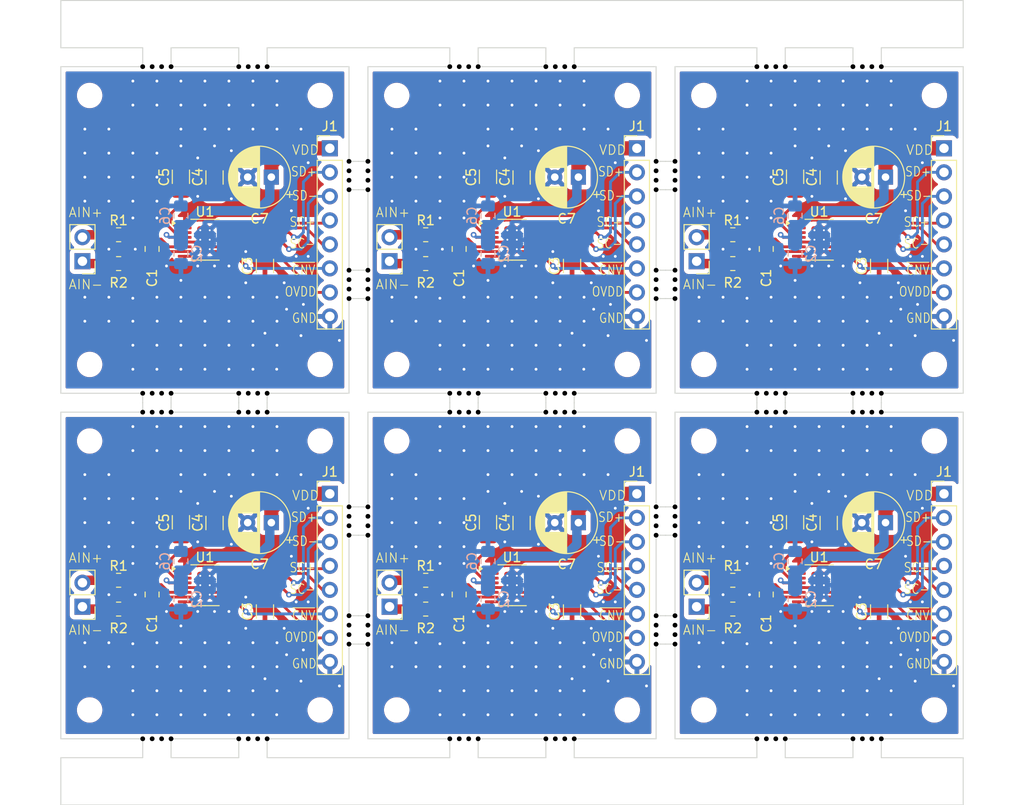
<source format=kicad_pcb>
(kicad_pcb (version 20240108) (generator "pcbnew") (generator_version "8.0")
  (layers (0 "F.Cu" signal) (31 "B.Cu" signal) (34 "B.Paste" user) (35 "F.Paste" user) (36 "B.SilkS" user "B.Silkscreen") (37 "F.SilkS" user "F.Silkscreen") (38 "B.Mask" user) (39 "F.Mask" user) (44 "Edge.Cuts" user))
  (net 0 "")
  (net 1 "Board_0-GND")
  (net 2 "Board_0-Net-(J1-Pin_1)")
  (net 3 "Board_0-Net-(J1-Pin_2)")
  (net 4 "Board_0-Net-(J1-Pin_3)")
  (net 5 "Board_0-Net-(J1-Pin_4)")
  (net 6 "Board_0-Net-(J1-Pin_5)")
  (net 7 "Board_0-Net-(J1-Pin_6)")
  (net 8 "Board_0-Net-(J1-Pin_7)")
  (net 9 "Board_0-Net-(J2-Pin_1)")
  (net 10 "Board_0-Net-(J2-Pin_2)")
  (net 11 "Board_0-Net-(U1-AIN+)")
  (net 12 "Board_0-Net-(U1-AIN-)")
  (net 13 "Board_0-Net-(U1-REFIN)")
  (net 14 "Board_0-Net-(U1-REFOUT)")
  (net 15 "Board_1-GND")
  (net 16 "Board_1-Net-(J1-Pin_1)")
  (net 17 "Board_1-Net-(J1-Pin_2)")
  (net 18 "Board_1-Net-(J1-Pin_3)")
  (net 19 "Board_1-Net-(J1-Pin_4)")
  (net 20 "Board_1-Net-(J1-Pin_5)")
  (net 21 "Board_1-Net-(J1-Pin_6)")
  (net 22 "Board_1-Net-(J1-Pin_7)")
  (net 23 "Board_1-Net-(J2-Pin_1)")
  (net 24 "Board_1-Net-(J2-Pin_2)")
  (net 25 "Board_1-Net-(U1-AIN+)")
  (net 26 "Board_1-Net-(U1-AIN-)")
  (net 27 "Board_1-Net-(U1-REFIN)")
  (net 28 "Board_1-Net-(U1-REFOUT)")
  (net 29 "Board_2-GND")
  (net 30 "Board_2-Net-(J1-Pin_1)")
  (net 31 "Board_2-Net-(J1-Pin_2)")
  (net 32 "Board_2-Net-(J1-Pin_3)")
  (net 33 "Board_2-Net-(J1-Pin_4)")
  (net 34 "Board_2-Net-(J1-Pin_5)")
  (net 35 "Board_2-Net-(J1-Pin_6)")
  (net 36 "Board_2-Net-(J1-Pin_7)")
  (net 37 "Board_2-Net-(J2-Pin_1)")
  (net 38 "Board_2-Net-(J2-Pin_2)")
  (net 39 "Board_2-Net-(U1-AIN+)")
  (net 40 "Board_2-Net-(U1-AIN-)")
  (net 41 "Board_2-Net-(U1-REFIN)")
  (net 42 "Board_2-Net-(U1-REFOUT)")
  (net 43 "Board_3-GND")
  (net 44 "Board_3-Net-(J1-Pin_1)")
  (net 45 "Board_3-Net-(J1-Pin_2)")
  (net 46 "Board_3-Net-(J1-Pin_3)")
  (net 47 "Board_3-Net-(J1-Pin_4)")
  (net 48 "Board_3-Net-(J1-Pin_5)")
  (net 49 "Board_3-Net-(J1-Pin_6)")
  (net 50 "Board_3-Net-(J1-Pin_7)")
  (net 51 "Board_3-Net-(J2-Pin_1)")
  (net 52 "Board_3-Net-(J2-Pin_2)")
  (net 53 "Board_3-Net-(U1-AIN+)")
  (net 54 "Board_3-Net-(U1-AIN-)")
  (net 55 "Board_3-Net-(U1-REFIN)")
  (net 56 "Board_3-Net-(U1-REFOUT)")
  (net 57 "Board_4-GND")
  (net 58 "Board_4-Net-(J1-Pin_1)")
  (net 59 "Board_4-Net-(J1-Pin_2)")
  (net 60 "Board_4-Net-(J1-Pin_3)")
  (net 61 "Board_4-Net-(J1-Pin_4)")
  (net 62 "Board_4-Net-(J1-Pin_5)")
  (net 63 "Board_4-Net-(J1-Pin_6)")
  (net 64 "Board_4-Net-(J1-Pin_7)")
  (net 65 "Board_4-Net-(J2-Pin_1)")
  (net 66 "Board_4-Net-(J2-Pin_2)")
  (net 67 "Board_4-Net-(U1-AIN+)")
  (net 68 "Board_4-Net-(U1-AIN-)")
  (net 69 "Board_4-Net-(U1-REFIN)")
  (net 70 "Board_4-Net-(U1-REFOUT)")
  (net 71 "Board_5-GND")
  (net 72 "Board_5-Net-(J1-Pin_1)")
  (net 73 "Board_5-Net-(J1-Pin_2)")
  (net 74 "Board_5-Net-(J1-Pin_3)")
  (net 75 "Board_5-Net-(J1-Pin_4)")
  (net 76 "Board_5-Net-(J1-Pin_5)")
  (net 77 "Board_5-Net-(J1-Pin_6)")
  (net 78 "Board_5-Net-(J1-Pin_7)")
  (net 79 "Board_5-Net-(J2-Pin_1)")
  (net 80 "Board_5-Net-(J2-Pin_2)")
  (net 81 "Board_5-Net-(U1-AIN+)")
  (net 82 "Board_5-Net-(U1-AIN-)")
  (net 83 "Board_5-Net-(U1-REFIN)")
  (net 84 "Board_5-Net-(U1-REFOUT)")
  (footprint "NPTH" (layer "F.Cu") (at 177.4 98.0885)
    (property "Reference" "KiKit_MB_39_1" (hide yes))
    (property "Value" "NPTH" (hide yes))
  )
  (footprint "NPTH" (layer "F.Cu") (at 186.56 27.0005)
    (property "Reference" "KiKit_MB_18_3" (hide yes))
    (property "Value" "NPTH" (hide yes))
  )
  (footprint "Capacitor_SMD:C_0805_2012Metric_Pad1.18x1.45mm_HandSolder" (layer "F.Cu") (at 110.432 46.283 -90)
    (property "Reference" "C1")
    (property "Value" "33pF")
  )
  (footprint "NPTH" (layer "F.Cu") (at 176.4 98.0885)
    (property "Reference" "KiKit_MB_39_2" (hide yes))
    (property "Value" "NPTH" (hide yes))
  )
  (footprint "NPTH" (layer "F.Cu") (at 119.6 61.5445)
    (property "Reference" "KiKit_MB_6_4" (hide yes))
    (property "Value" "NPTH" (hide yes))
  )
  (footprint "NPTH" (layer "F.Cu") (at 155.08 98.0885)
    (property "Reference" "KiKit_MB_34_1" (hide yes))
    (property "Value" "NPTH" (hide yes))
  )
  (footprint "NPTH" (layer "F.Cu") (at 154.08 63.5445)
    (property "Reference" "KiKit_MB_32_3" (hide yes))
    (property "Value" "NPTH" (hide yes))
  )
  (footprint "NPTH" (layer "F.Cu") (at 163.74 76.559166)
    (property "Reference" "KiKit_MB_29_4" (hide yes))
    (property "Value" "NPTH" (hide yes))
  )
  (footprint "NPTH" (layer "F.Cu") (at 141.92 27.0005)
    (property "Reference" "KiKit_MB_11_1" (hide yes))
    (property "Value" "NPTH" (hide yes))
  )
  (footprint "NPTH" (layer "F.Cu") (at 163.74 48.529833)
    (property "Reference" "KiKit_MB_10_1" (hide yes))
    (property "Value" "NPTH" (hide yes))
  )
  (footprint "NPTH" (layer "F.Cu") (at 141.92 98.0885)
    (property "Reference" "KiKit_MB_33_4" (hide yes))
    (property "Value" "NPTH" (hide yes))
  )
  (footprint "MountingHole:MountingHole_2.2mm_M2" (layer "F.Cu") (at 168.788 66.5925)
    (property "Reference" "M2" (hide yes))
    (property "Value" "MountingHole_2.2mm_M2")
  )
  (footprint "Resistor_SMD:R_0805_2012Metric_Pad1.20x1.40mm_HandSolder" (layer "F.Cu") (at 171.852 84.3725)
    (property "Reference" "R2")
    (property "Value" "24R9")
  )
  (footprint "NPTH" (layer "F.Cu") (at 109.44 63.5445)
    (property "Reference" "KiKit_MB_23_1" (hide yes))
    (property "Value" "NPTH" (hide yes))
  )
  (footprint "MountingHole:MountingHole_2.2mm_M2" (layer "F.Cu") (at 160.692 95.0405)
    (property "Reference" "REF**" (hide yes))
    (property "Value" "MountingHole_2.2mm_M2")
  )
  (footprint "NPTH" (layer "F.Cu") (at 133.26 74.559166)
    (property "Reference" "KiKit_MB_27_3" (hide yes))
    (property "Value" "NPTH" (hide yes))
  )
  (footprint "NPTH" (layer "F.Cu") (at 120.6 98.0885)
    (property "Reference" "KiKit_MB_26_3" (hide yes))
    (property "Value" "NPTH" (hide yes))
  )
  (footprint "NPTH" (layer "F.Cu") (at 187.56 27.0005)
    (property "Reference" "KiKit_MB_18_4" (hide yes))
    (property "Value" "NPTH" (hide yes))
  )
  (footprint "NPTH" (layer "F.Cu") (at 165.74 75.559166)
    (property "Reference" "KiKit_MB_35_2" (hide yes))
    (property "Value" "NPTH" (hide yes))
  )
  (footprint "NPTH" (layer "F.Cu") (at 176.4 63.5445)
    (property "Reference" "KiKit_MB_37_3" (hide yes))
    (property "Value" "NPTH" (hide yes))
  )
  (footprint "NPTH" (layer "F.Cu") (at 165.74 87.073833)
    (property "Reference" "KiKit_MB_36_2" (hide yes))
    (property "Value" "NPTH" (hide yes))
  )
  (footprint "Capacitor_SMD:C_1206_3216Metric_Pad1.33x1.80mm_HandSolder" (layer "F.Cu") (at 187.33 48.0825 90)
    (property "Reference" "C3")
    (property "Value" "10uF")
  )
  (footprint "NPTH" (layer "F.Cu") (at 153.08 27.0005)
    (property "Reference" "KiKit_MB_12_2" (hide yes))
    (property "Value" "NPTH" (hide yes))
  )
  (footprint "NPTH" (layer "F.Cu") (at 131.26 76.559166)
    (property "Reference" "KiKit_MB_21_4" (hide yes))
    (property "Value" "NPTH" (hide yes))
  )
  (footprint "NPTH" (layer "F.Cu") (at 165.74 40.015167)
    (property "Reference" "KiKit_MB_15_1" (hide yes))
    (property "Value" "NPTH" (hide yes))
  )
  (footprint "Resistor_SMD:R_0805_2012Metric_Pad1.20x1.40mm_HandSolder" (layer "F.Cu") (at 139.372 81.3245)
    (property "Reference" "R1")
    (property "Value" "24R9")
  )
  (footprint "NPTH" (layer "F.Cu") (at 133.26 86.073833)
    (property "Reference" "KiKit_MB_28_3" (hide yes))
    (property "Value" "NPTH" (hide yes))
  )
  (footprint "Capacitor_SMD:C_1206_3216Metric_Pad1.33x1.80mm_HandSolder" (layer "F.Cu") (at 117.036 38.723 -90)
    (property "Reference" "C4")
    (property "Value" "10uF")
  )
  (footprint "Package_SO:MSOP-16-1EP_3x4mm_P0.5mm_EP1.65x2.85mm_ThermalVias" (layer "F.Cu") (at 116.028 45.3045)
    (property "Reference" "U1")
    (property "Value" "LTC2311")
  )
  (footprint "Capacitor_SMD:C_1206_3216Metric_Pad1.33x1.80mm_HandSolder" (layer "F.Cu") (at 154.85 84.6265 90)
    (property "Reference" "C3")
    (property "Value" "10uF")
  )
  (footprint "NPTH" (layer "F.Cu") (at 131.26 86.073833)
    (property "Reference" "KiKit_MB_22_2" (hide yes))
    (property "Value" "NPTH" (hide yes))
  )
  (footprint "NPTH" (layer "F.Cu") (at 131.26 49.529833)
    (property "Reference" "KiKit_MB_2_2" (hide yes))
    (property "Value" "NPTH" (hide yes))
  )
  (footprint "NPTH" (layer "F.Cu") (at 163.74 39.015167)
    (property "Reference" "KiKit_MB_9_3" (hide yes))
    (property "Value" "NPTH" (hide yes))
  )
  (footprint "Resistor_SMD:R_0805_2012Metric_Pad1.20x1.40mm_HandSolder" (layer "F.Cu") (at 171.852 81.3245)
    (property "Reference" "R1")
    (property "Value" "24R9")
  )
  (footprint "MountingHole:MountingHole_2.2mm_M2" (layer "F.Cu") (at 168.788 30.0485)
    (property "Reference" "M2" (hide yes))
    (property "Value" "MountingHole_2.2mm_M2")
  )
  (footprint "Capacitor_SMD:C_1206_3216Metric_Pad1.33x1.80mm_HandSolder" (layer "F.Cu") (at 113.48 38.646 -90)
    (property "Reference" "C5")
    (property "Value" "10uF")
  )
  (footprint "MountingHole:MountingHole_2.2mm_M2" (layer "F.Cu") (at 103.828 58.4965)
    (property "Reference" "REF**" (hide yes))
    (property "Value" "MountingHole_2.2mm_M2")
  )
  (footprint "MountingHole:MountingHole_2.2mm_M2" (layer "F.Cu") (at 128.212 66.5925)
    (property "Reference" "REF**" (hide yes))
    (property "Value" "MountingHole_2.2mm_M2")
  )
  (footprint "Capacitor_SMD:C_0805_2012Metric_Pad1.18x1.45mm_HandSolder" (layer "F.Cu") (at 175.392 82.827 -90)
    (property "Reference" "C1")
    (property "Value" "33pF")
  )
  (footprint "Resistor_SMD:R_0805_2012Metric_Pad1.20x1.40mm_HandSolder" (layer "F.Cu") (at 106.892 84.3725)
    (property "Reference" "R2")
    (property "Value" "24R9")
  )
  (footprint "NPTH" (layer "F.Cu") (at 174.4 63.5445)
    (property "Reference" "KiKit_MB_37_1" (hide yes))
    (property "Value" "NPTH" (hide yes))
  )
  (footprint "NPTH" (layer "F.Cu") (at 121.6 61.5445)
    (property "Reference" "KiKit_MB_6_2" (hide yes))
    (property "Value" "NPTH" (hide yes))
  )
  (footprint "NPTH" (layer "F.Cu") (at 110.44 98.0885)
    (property "Reference" "KiKit_MB_25_3" (hide yes))
    (property "Value" "NPTH" (hide yes))
  )
  (footprint "Resistor_SMD:R_0805_2012Metric_Pad1.20x1.40mm_HandSolder" (layer "F.Cu") (at 171.852 47.8285)
    (property "Reference" "R2")
    (property "Value" "24R9")
  )
  (footprint "NPTH" (layer "F.Cu") (at 184.56 98.0885)
    (property "Reference" "KiKit_MB_40_4" (hide yes))
    (property "Value" "NPTH" (hide yes))
  )
  (footprint "NPTH" (layer "F.Cu") (at 185.56 63.5445)
    (property "Reference" "KiKit_MB_38_2" (hide yes))
    (property "Value" "NPTH" (hide yes))
  )
  (footprint "NPTH" (layer "F.Cu") (at 174.4 61.5445)
    (property "Reference" "KiKit_MB_19_4" (hide yes))
    (property "Value" "NPTH" (hide yes))
  )
  (footprint "NPTH" (layer "F.Cu") (at 185.56 98.0885)
    (property "Reference" "KiKit_MB_40_3" (hide yes))
    (property "Value" "NPTH" (hide yes))
  )
  (footprint "NPTH" (layer "F.Cu") (at 131.26 85.073833)
    (property "Reference" "KiKit_MB_22_1" (hide yes))
    (property "Value" "NPTH" (hide yes))
  )
  (footprint "MountingHole:MountingHole_2.2mm_M2" (layer "F.Cu") (at 160.692 66.5925)
    (property "Reference" "REF**" (hide yes))
    (property "Value" "MountingHole_2.2mm_M2")
  )
  (footprint "Capacitor_THT:CP_Radial_D6.3mm_P2.50mm" (layer "F.Cu") (at 123.04438 38.6845 180)
    (property "Reference" "C7")
    (property "Value" "100uF")
  )
  (footprint "NPTH" (layer "F.Cu") (at 112.44 27.0005)
    (property "Reference" "KiKit_MB_3_4" (hide yes))
    (property "Value" "NPTH" (hide yes))
  )
  (footprint "Capacitor_THT:CP_Radial_D6.3mm_P2.50mm" (layer "F.Cu") (at 188.00438 38.6845 180)
    (property "Reference" "C7")
    (property "Value" "100uF")
  )
  (footprint "NPTH" (layer "F.Cu") (at 131.26 39.015167)
    (property "Reference" "KiKit_MB_1_3" (hide yes))
    (property "Value" "NPTH" (hide yes))
  )
  (footprint "NPTH" (layer "F.Cu") (at 119.6 63.5445)
    (property "Reference" "KiKit_MB_24_1" (hide yes))
    (property "Value" "NPTH" (hide yes))
  )
  (footprint "Capacitor_SMD:C_1206_3216Metric_Pad1.33x1.80mm_HandSolder" (layer "F.Cu") (at 178.44 38.646 -90)
    (property "Reference" "C5")
    (property "Value" "10uF")
  )
  (footprint "NPTH" (layer "F.Cu") (at 133.26 37.015167)
    (property "Reference" "KiKit_MB_7_4" (hide yes))
    (property "Value" "NPTH" (hide yes))
  )
  (footprint "NPTH" (layer "F.Cu") (at 133.26 50.529833)
    (property "Reference" "KiKit_MB_8_2" (hide yes))
    (property "Value" "NPTH" (hide yes))
  )
  (footprint "NPTH" (layer "F.Cu") (at 131.26 74.559166)
    (property "Reference" "KiKit_MB_21_2" (hide yes))
    (property "Value" "NPTH" (hide yes))
  )
  (footprint "MountingHole:MountingHole_2.2mm_M2" (layer "F.Cu") (at 103.828 66.5925)
    (property "Reference" "M2" (hide yes))
    (property "Value" "MountingHole_2.2mm_M2")
  )
  (footprint "NPTH" (layer "F.Cu") (at 153.08 63.5445)
    (property "Reference" "KiKit_MB_32_2" (hide yes))
    (property "Value" "NPTH" (hide yes))
  )
  (footprint "NPTH" (layer "F.Cu") (at 142.92 63.5445)
    (property "Reference" "KiKit_MB_31_2" (hide yes))
    (property "Value" "NPTH" (hide yes))
  )
  (footprint "NPTH" (layer "F.Cu") (at 165.74 38.015167)
    (property "Reference" "KiKit_MB_15_3" (hide yes))
    (property "Value" "NPTH" (hide yes))
  )
  (footprint "NPTH" (layer "F.Cu") (at 110.44 27.0005)
    (property "Reference" "KiKit_MB_3_2" (hide yes))
    (property "Value" "NPTH" (hide yes))
  )
  (footprint "Capacitor_SMD:C_1206_3216Metric_Pad1.33x1.80mm_HandSolder" (layer "F.Cu") (at 149.516 38.723 -90)
    (property "Reference" "C4")
    (property "Value" "10uF")
  )
  (footprint "NPTH" (layer "F.Cu") (at 187.56 98.0885)
    (property "Reference" "KiKit_MB_40_1" (hide yes))
    (property "Value" "NPTH" (hide yes))
  )
  (footprint "NPTH" (layer "F.Cu") (at 186.56 63.5445)
    (property "Reference" "KiKit_MB_38_3" (hide yes))
    (property "Value" "NPTH" (hide yes))
  )
  (footprint "Resistor_SMD:R_0805_2012Metric_Pad1.20x1.40mm_HandSolder" (layer "F.Cu") (at 171.852 44.7805)
    (property "Reference" "R1")
    (property "Value" "24R9")
  )
  (footprint "NPTH" (layer "F.Cu") (at 175.4 27.0005)
    (property "Reference" "KiKit_MB_17_2" (hide yes))
    (property "Value" "NPTH" (hide yes))
  )
  (footprint "NPTH" (layer "F.Cu") (at 121.6 98.0885)
    (property "Reference" "KiKit_MB_26_2" (hide yes))
    (property "Value" "NPTH" (hide yes))
  )
  (footprint "Connector_PinHeader_2.54mm:PinHeader_1x02_P2.54mm_Vertical" (layer "F.Cu") (at 103.066 84.1235 180)
    (property "Reference" "J2" (hide yes))
    (property "Value" "Conn_01x02")
  )
  (footprint "NPTH" (layer "F.Cu") (at 163.74 73.559166)
    (property "Reference" "KiKit_MB_29_1" (hide yes))
    (property "Value" "NPTH" (hide yes))
  )
  (footprint "Connector_PinHeader_2.54mm:PinHeader_1x08_P2.54mm_Vertical" (layer "F.Cu") (at 194.188 35.6365)
    (property "Reference" "J1")
    (property "Value" "Conn_01x08")
  )
  (footprint "MountingHole:MountingHole_2.2mm_M2" (layer "F.Cu") (at 193.172 58.4965)
    (property "Reference" "REF**" (hide yes))
    (property "Value" "MountingHole_2.2mm_M2")
  )
  (footprint "MountingHole:MountingHole_2.2mm_M2" (layer "F.Cu") (at 168.788 95.0405)
    (property "Reference" "REF**" (hide yes))
    (property "Value" "MountingHole_2.2mm_M2")
  )
  (footprint "NPTH" (layer "F.Cu") (at 122.6 98.0885)
    (property "Reference" "KiKit_MB_26_1" (hide yes))
    (property "Value" "NPTH" (hide yes))
  )
  (footprint "MountingHole:MountingHole_2.2mm_M2" (layer "F.Cu") (at 136.308 58.4965)
    (property "Reference" "REF**" (hide yes))
    (property "Value" "MountingHole_2.2mm_M2")
  )
  (footprint "NPTH" (layer "F.Cu") (at 165.74 73.559166)
    (property "Reference" "KiKit_MB_35_4" (hide yes))
    (property "Value" "NPTH" (hide yes))
  )
  (footprint "NPTH" (layer "F.Cu") (at 165.74 48.529833)
    (property "Reference" "KiKit_MB_16_4" (hide yes))
    (property "Value" "NPTH" (hide yes))
  )
  (footprint "NPTH" (layer "F.Cu") (at 133.26 87.073833)
    (property "Reference" "KiKit_MB_28_2" (hide yes))
    (property "Value" "NPTH" (hide yes))
  )
  (footprint "NPTH" (layer "F.Cu") (at 155.08 63.5445)
    (property "Reference" "KiKit_MB_32_4" (hide yes))
    (property "Value" "NPTH" (hide yes))
  )
  (footprint "Capacitor_SMD:C_1206_3216Metric_Pad1.33x1.80mm_HandSolder" (layer "F.Cu") (at 178.44 75.19 -90)
    (property "Reference" "C5")
    (property "Value" "10uF")
  )
  (footprint "Package_SO:MSOP-16-1EP_3x4mm_P0.5mm_EP1.65x2.85mm_ThermalVias" (layer "F.Cu") (at 148.508 45.3045)
    (property "Reference" "U1")
    (property "Value" "LTC2311")
  )
  (footprint "NPTH" (layer "F.Cu") (at 142.92 61.5445)
    (property "Reference" "KiKit_MB_13_3" (hide yes))
    (property "Value" "NPTH" (hide yes))
  )
  (footprint "MountingHole:MountingHole_2.2mm_M2" (layer "F.Cu") (at 193.172 30.0485)
    (property "Reference" "REF**" (hide yes))
    (property "Value" "MountingHole_2.2mm_M2")
  )
  (footprint "Connector_PinHeader_2.54mm:PinHeader_1x02_P2.54mm_Vertical" (layer "F.Cu") (at 168.026 84.1235 180)
    (property "Reference" "J2" (hide yes))
    (property "Value" "Conn_01x02")
  )
  (footprint "NPTH" (layer "F.Cu") (at 165.74 74.559166)
    (property "Reference" "KiKit_MB_35_3" (hide yes))
    (property "Value" "NPTH" (hide yes))
  )
  (footprint "NPTH" (layer "F.Cu") (at 174.4 98.0885)
    (property "Reference" "KiKit_MB_39_4" (hide yes))
    (property "Value" "NPTH" (hide yes))
  )
  (footprint "NPTH" (layer "F.Cu") (at 177.4 63.5445)
    (property "Reference" "KiKit_MB_37_4" (hide yes))
    (property "Value" "NPTH" (hide yes))
  )
  (footprint "NPTH" (layer "F.Cu") (at 133.26 48.529833)
    (property "Reference" "KiKit_MB_8_4" (hide yes))
    (property "Value" "NPTH" (hide yes))
  )
  (footprint "Resistor_SMD:R_0805_2012Metric_Pad1.20x1.40mm_HandSolder" (layer "F.Cu") (at 139.372 47.8285)
    (property "Reference" "R2")
    (property "Value" "24R9")
  )
  (footprint "NPTH" (layer "F.Cu") (at 165.74 50.529833)
    (property "Reference" "KiKit_MB_16_2" (hide yes))
    (property "Value" "NPTH" (hide yes))
  )
  (footprint "MountingHole:MountingHole_2.2mm_M2" (layer "F.Cu") (at 160.692 30.0485)
    (property "Reference" "REF**" (hide yes))
    (property "Value" "MountingHole_2.2mm_M2")
  )
  (footprint "NPTH" (layer "F.Cu") (at 131.26 73.559166)
    (property "Reference" "KiKit_MB_21_1" (hide yes))
    (property "Value" "NPTH" (hide yes))
  )
  (footprint "Connector_PinHeader_2.54mm:PinHeader_1x08_P2.54mm_Vertical" (layer "F.Cu") (at 194.188 72.1805)
    (property "Reference" "J1")
    (property "Value" "Conn_01x08")
  )
  (footprint "Capacitor_SMD:C_1206_3216Metric_Pad1.33x1.80mm_HandSolder" (layer "F.Cu") (at 122.37 48.0825 90)
    (property "Reference" "C3")
    (property "Value" "10uF")
  )
  (footprint "Connector_PinHeader_2.54mm:PinHeader_1x08_P2.54mm_Vertical" (layer "F.Cu") (at 161.708 72.1805)
    (property "Reference" "J1")
    (property "Value" "Conn_01x08")
  )
  (footprint "NPTH" (layer "F.Cu") (at 111.44 98.0885)
    (property "Reference" "KiKit_MB_25_2" (hide yes))
    (property "Value" "NPTH" (hide yes))
  )
  (footprint "NPTH" (layer "F.Cu") (at 176.4 61.5445)
    (property "Reference" "KiKit_MB_19_2" (hide yes))
    (property "Value" "NPTH" (hide yes))
  )
  (footprint "NPTH" (layer "F.Cu") (at 155.08 27.0005)
    (property "Reference" "KiKit_MB_12_4" (hide yes))
    (property "Value" "NPTH" (hide yes))
  )
  (footprint "NPTH" (layer "F.Cu") (at 165.74 88.073833)
    (property "Reference" "KiKit_MB_36_1" (hide yes))
    (property "Value" "NPTH" (hide yes))
  )
  (footprint "NPTH" (layer "F.Cu") (at 110.44 63.5445)
    (property "Reference" "KiKit_MB_23_2" (hide yes))
    (property "Value" "NPTH" (hide yes))
  )
  (footprint "NPTH" (layer "F.Cu") (at 122.6 63.5445)
    (property "Reference" "KiKit_MB_24_4" (hide yes))
    (property "Value" "NPTH" (hide yes))
  )
  (footprint "NPTH" (layer "F.Cu") (at 186.56 98.0885)
    (property "Reference" "KiKit_MB_40_2" (hide yes))
    (property "Value" "NPTH" (hide yes))
  )
  (footprint "Resistor_SMD:R_0805_2012Metric_Pad1.20x1.40mm_HandSolder" (layer "F.Cu") (at 106.892 44.7805)
    (property "Reference" "R1")
    (property "Value" "24R9")
  )
  (footprint "Capacitor_SMD:C_1206_3216Metric_Pad1.33x1.80mm_HandSolder" (layer "F.Cu") (at 149.516 75.267 -90)
    (property "Reference" "C4")
    (property "Value" "10uF")
  )
  (footprint "NPTH" (layer "F.Cu") (at 119.6 27.0005)
    (property "Reference" "KiKit_MB_4_1" (hide yes))
    (property "Value" "NPTH" (hide yes))
  )
  (footprint "Package_SO:MSOP-16-1EP_3x4mm_P0.5mm_EP1.65x2.85mm_ThermalVias" (layer "F.Cu") (at 116.028 81.8485)
    (property "Reference" "U1")
    (property "Value" "LTC2311")
  )
  (footprint "MountingHole:MountingHole_2.2mm_M2" (layer "F.Cu") (at 136.308 95.0405)
    (property "Reference" "REF**" (hide yes))
    (property "Value" "MountingHole_2.2mm_M2")
  )
  (footprint "Connector_PinHeader_2.54mm:PinHeader_1x08_P2.54mm_Vertical" (layer "F.Cu") (at 129.228 72.1805)
    (property "Reference" "J1")
    (property "Value" "Conn_01x08")
  )
  (footprint "Capacitor_SMD:C_1206_3216Metric_Pad1.33x1.80mm_HandSolder" (layer "F.Cu") (at 187.33 84.6265 90)
    (property "Reference" "C3")
    (property "Value" "10uF")
  )
  (footprint "NPTH" (layer "F.Cu") (at 109.44 61.5445)
    (property "Reference" "KiKit_MB_5_4" (hide yes))
    (property "Value" "NPTH" (hide yes))
  )
  (footprint "NPTH" (layer "F.Cu") (at 133.26 75.559166)
    (property "Reference" "KiKit_MB_27_2" (hide yes))
    (property "Value" "NPTH" (hide yes))
  )
  (footprint "NPTH" (layer "F.Cu") (at 131.26 48.529833)
    (property "Reference" "KiKit_MB_2_1" (hide yes))
    (property "Value" "NPTH" (hide yes))
  )
  (footprint "NPTH" (layer "F.Cu") (at 131.26 50.529833)
    (property "Reference" "KiKit_MB_2_3" (hide yes))
    (property "Value" "NPTH" (hide yes))
  )
  (footprint "Capacitor_SMD:C_0805_2012Metric_Pad1.18x1.45mm_HandSolder" (layer "F.Cu") (at 110.432 82.827 -90)
    (property "Reference" "C1")
    (property "Value" "33pF")
  )
  (footprint "MountingHole:MountingHole_2.2mm_M2" (layer "F.Cu") (at 103.828 30.0485)
    (property "Reference" "M2" (hide yes))
    (property "Value" "MountingHole_2.2mm_M2")
  )
  (footprint "NPTH" (layer "F.Cu") (at 165.74 76.559166)
    (property "Reference" "KiKit_MB_35_1" (hide yes))
    (property "Value" "NPTH" (hide yes))
  )
  (footprint "NPTH" (layer "F.Cu") (at 152.08 27.0005)
    (property "Reference" "KiKit_MB_12_1" (hide yes))
    (property "Value" "NPTH" (hide yes))
  )
  (footprint "Capacitor_THT:CP_Radial_D6.3mm_P2.50mm" (layer "F.Cu") (at 155.52438 38.6845 180)
    (property "Reference" "C7")
    (property "Value" "100uF")
  )
  (footprint "NPTH" (layer "F.Cu") (at 185.56 61.5445)
    (property "Reference" "KiKit_MB_20_3" (hide yes))
    (property "Value" "NPTH" (hide yes))
  )
  (footprint "NPTH" (layer "F.Cu") (at 163.74 85.073833)
    (property "Reference" "KiKit_MB_30_1" (hide yes))
    (property "Value" "NPTH" (hide yes))
  )
  (footprint "NPTH" (layer "F.Cu") (at 133.26 88.073833)
    (property "Reference" "KiKit_MB_28_1" (hide yes))
    (property "Value" "NPTH" (hide yes))
  )
  (footprint "MountingHole:MountingHole_2.2mm_M2" (layer "F.Cu") (at 136.308 30.0485)
    (property "Reference" "M2" (hide yes))
    (property "Value" "MountingHole_2.2mm_M2")
  )
  (footprint "NPTH" (layer "F.Cu") (at 120.6 63.5445)
    (property "Reference" "KiKit_MB_24_2" (hide yes))
    (property "Value" "NPTH" (hide yes))
  )
  (footprint "NPTH" (layer "F.Cu") (at 165.74 39.015167)
    (property "Reference" "KiKit_MB_15_2" (hide yes))
    (property "Value" "NPTH" (hide yes))
  )
  (footprint "NPTH" (layer "F.Cu") (at 163.74 88.073833)
    (property "Reference" "KiKit_MB_30_4" (hide yes))
    (property "Value" "NPTH" (hide yes))
  )
  (footprint "Connector_PinHeader_2.54mm:PinHeader_1x02_P2.54mm_Vertical" (layer "F.Cu") (at 135.546 47.5795 180)
    (property "Reference" "J2" (hide yes))
    (property "Value" "Conn_01x02")
  )
  (footprint "NPTH" (layer "F.Cu") (at 111.44 63.5445)
    (property "Reference" "KiKit_MB_23_3" (hide yes))
    (property "Value" "NPTH" (hide yes))
  )
  (footprint "NPTH" (layer "F.Cu") (at 112.44 61.5445)
    (property "Reference" "KiKit_MB_5_1" (hide yes))
    (property "Value" "NPTH" (hide yes))
  )
  (footprint "Resistor_SMD:R_0805_2012Metric_Pad1.20x1.40mm_HandSolder" (layer "F.Cu") (at 106.892 47.8285)
    (property "Reference" "R2")
    (property "Value" "24R9")
  )
  (footprint "NPTH" (layer "F.Cu") (at 152.08 61.5445)
    (property "Reference" "KiKit_MB_14_4" (hide yes))
    (property "Value" "NPTH" (hide yes))
  )
  (footprint "NPTH" (layer "F.Cu") (at 165.74 49.529833)
    (property "Reference" "KiKit_MB_16_3" (hide yes))
    (property "Value" "NPTH" (hide yes))
  )
  (footprint "NPTH" (layer "F.Cu") (at 122.6 27.0005)
    (property "Reference" "KiKit_MB_4_4" (hide yes))
    (property "Value" "NPTH" (hide yes))
  )
  (footprint "Capacitor_SMD:C_1206_3216Metric_Pad1.33x1.80mm_HandSolder" (layer "F.Cu") (at 113.48 75.19 -90)
    (property "Reference" "C5")
    (property "Value" "10uF")
  )
  (footprint "MountingHole:MountingHole_2.2mm_M2" (layer "F.Cu") (at 128.212 58.4965)
    (property "Reference" "REF**" (hide yes))
    (property "Value" "MountingHole_2.2mm_M2")
  )
  (footprint "Package_SO:MSOP-16-1EP_3x4mm_P0.5mm_EP1.65x2.85mm_ThermalVias" (layer "F.Cu") (at 180.988 45.3045)
    (property "Reference" "U1")
    (property "Value" "LTC2311")
  )
  (footprint "NPTH" (layer "F.Cu") (at 163.74 51.529833)
    (property "Reference" "KiKit_MB_10_4" (hide yes))
    (property "Value" "NPTH" (hide yes))
  )
  (footprint "NPTH" (layer "F.Cu") (at 120.6 61.5445)
    (property "Reference" "KiKit_MB_6_3" (hide yes))
    (property "Value" "NPTH" (hide yes))
  )
  (footprint "MountingHole:MountingHole_2.2mm_M2" (layer "F.Cu") (at 193.172 66.5925)
    (property "Reference" "REF**" (hide yes))
    (property "Value" "MountingHole_2.2mm_M2")
  )
  (footprint "NPTH" (layer "F.Cu") (at 152.08 63.5445)
    (property "Reference" "KiKit_MB_32_1" (hide yes))
    (property "Value" "NPTH" (hide yes))
  )
  (footprint "MountingHole:MountingHole_2.2mm_M2" (layer "F.Cu") (at 160.692 58.4965)
    (property "Reference" "REF**" (hide yes))
    (property "Value" "MountingHole_2.2mm_M2")
  )
  (footprint "NPTH" (layer "F.Cu") (at 184.56 63.5445)
    (property "Reference" "KiKit_MB_38_1" (hide yes))
    (property "Value" "NPTH" (hide yes))
  )
  (footprint "Capacitor_THT:CP_Radial_D6.3mm_P2.50mm" (layer "F.Cu") (at 155.52438 75.2285 180)
    (property "Reference" "C7")
    (property "Value" "100uF")
  )
  (footprint "Resistor_SMD:R_0805_2012Metric_Pad1.20x1.40mm_HandSolder" (layer "F.Cu") (at 139.372 44.7805)
    (property "Reference" "R1")
    (property "Value" "24R9")
  )
  (footprint "NPTH" (layer "F.Cu") (at 144.92 63.5445)
    (property "Reference" "KiKit_MB_31_4" (hide yes))
    (property "Value" "NPTH" (hide yes))
  )
  (footprint "Connector_PinHeader_2.54mm:PinHeader_1x02_P2.54mm_Vertical" (layer "F.Cu") (at 103.066 47.5795 180)
    (property "Reference" "J2" (hide yes))
    (property "Value" "Conn_01x02")
  )
  (footprint "NPTH" (layer "F.Cu") (at 133.26 51.529833)
    (property "Reference" "KiKit_MB_8_1" (hide yes))
    (property "Value" "NPTH" (hide yes))
  )
  (footprint "NPTH" (layer "F.Cu") (at 141.92 61.5445)
    (property "Reference" "KiKit_MB_13_4" (hide yes))
    (property "Value" "NPTH" (hide yes))
  )
  (footprint "MountingHole:MountingHole_2.2mm_M2" (layer "F.Cu") (at 168.788 58.4965)
    (property "Reference" "REF**" (hide yes))
    (property "Value" "MountingHole_2.2mm_M2")
  )
  (footprint "NPTH" (layer "F.Cu") (at 163.74 86.073833)
    (property "Reference" "KiKit_MB_30_2" (hide yes))
    (property "Value" "NPTH" (hide yes))
  )
  (footprint "NPTH" (layer "F.Cu") (at 163.74 50.529833)
    (property "Reference" "KiKit_MB_10_3" (hide yes))
    (property "Value" "NPTH" (hide yes))
  )
  (footprint "Resistor_SMD:R_0805_2012Metric_Pad1.20x1.40mm_HandSolder" (layer "F.Cu") (at 139.372 84.3725)
    (property "Reference" "R2")
    (property "Value" "24R9")
  )
  (footprint "NPTH" (layer "F.Cu") (at 131.26 75.559166)
    (property "Reference" "KiKit_MB_21_3" (hide yes))
    (property "Value" "NPTH" (hide yes))
  )
  (footprint "NPTH" (layer "F.Cu") (at 174.4 27.0005)
    (property "Reference" "KiKit_MB_17_1" (hide yes))
    (property "Value" "NPTH" (hide yes))
  )
  (footprint "Connector_PinHeader_2.54mm:PinHeader_1x02_P2.54mm_Vertical" (layer "F.Cu") (at 135.546 84.1235 180)
    (property "Reference" "J2" (hide yes))
    (property "Value" "Conn_01x02")
  )
  (footprint "MountingHole:MountingHole_2.2mm_M2" (layer "F.Cu") (at 193.172 95.0405)
    (property "Reference" "REF**" (hide yes))
    (property "Value" "MountingHole_2.2mm_M2")
  )
  (footprint "NPTH" (layer "F.Cu") (at 184.56 27.0005)
    (property "Reference" "KiKit_MB_18_1" (hide yes))
    (property "Value" "NPTH" (hide yes))
  )
  (footprint "NPTH" (layer "F.Cu") (at 153.08 98.0885)
    (property "Reference" "KiKit_MB_34_3" (hide yes))
    (property "Value" "NPTH" (hide yes))
  )
  (footprint "NPTH" (layer "F.Cu") (at 163.74 74.559166)
    (property "Reference" "KiKit_MB_29_2" (hide yes))
    (property "Value" "NPTH" (hide yes))
  )
  (footprint "Capacitor_SMD:C_0805_2012Metric_Pad1.18x1.45mm_HandSolder" (layer "F.Cu") (at 142.912 46.283 -90)
    (property "Reference" "C1")
    (property "Value" "33pF")
  )
  (footprint "NPTH" (layer "F.Cu") (at 131.26 87.073833)
    (property "Reference" "KiKit_MB_22_3" (hide yes))
    (property "Value" "NPTH" (hide yes))
  )
  (footprint "NPTH" (layer "F.Cu") (at 131.26 37.015167)
    (property "Reference" "KiKit_MB_1_1" (hide yes))
    (property "Value" "NPTH" (hide yes))
  )
  (footprint "NPTH" (layer "F.Cu") (at 177.4 27.0005)
    (property "Reference" "KiKit_MB_17_4" (hide yes))
    (property "Value" "NPTH" (hide yes))
  )
  (footprint "NPTH" (layer "F.Cu") (at 141.92 63.5445)
    (property "Reference" "KiKit_MB_31_1" (hide yes))
    (property "Value" "NPTH" (hide yes))
  )
  (footprint "NPTH" (layer "F.Cu") (at 144.92 61.5445)
    (property "Reference" "KiKit_MB_13_1" (hide yes))
    (property "Value" "NPTH" (hide yes))
  )
  (footprint "Resistor_SMD:R_0805_2012Metric_Pad1.20x1.40mm_HandSolder" (layer "F.Cu") (at 106.892 81.3245)
    (property "Reference" "R1")
    (property "Value" "24R9")
  )
  (footprint "NPTH" (layer "F.Cu") (at 144.92 98.0885)
    (property "Reference" "KiKit_MB_33_1" (hide yes))
    (property "Value" "NPTH" (hide yes))
  )
  (footprint "MountingHole:MountingHole_2.2mm_M2" (layer "F.Cu") (at 128.212 30.0485)
    (property "Reference" "REF**" (hide yes))
    (property "Value" "MountingHole_2.2mm_M2")
  )
  (footprint "NPTH" (layer "F.Cu") (at 133.26 49.529833)
    (property "Reference" "KiKit_MB_8_3" (hide yes))
    (property "Value" "NPTH" (hide yes))
  )
  (footprint "NPTH" (layer "F.Cu") (at 154.08 61.5445)
    (property "Reference" "KiKit_MB_14_2" (hide yes))
    (property "Value" "NPTH" (hide yes))
  )
  (footprint "NPTH" (layer "F.Cu") (at 165.74 85.073833)
    (property "Reference" "KiKit_MB_36_4" (hide yes))
    (property "Value" "NPTH" (hide yes))
  )
  (footprint "NPTH" (layer "F.Cu") (at 186.56 61.5445)
    (property "Reference" "KiKit_MB_20_2" (hide yes))
    (property "Value" "NPTH" (hide yes))
  )
  (footprint "NPTH" (layer "F.Cu") (at 163.74 37.015167)
    (property "Reference" "KiKit_MB_9_1" (hide yes))
    (property "Value" "NPTH" (hide yes))
  )
  (footprint "NPTH" (layer "F.Cu") (at 131.26 88.073833)
    (property "Reference" "KiKit_MB_22_4" (hide yes))
    (property "Value" "NPTH" (hide yes))
  )
  (footprint "NPTH" (layer "F.Cu") (at 120.6 27.0005)
    (property "Reference" "KiKit_MB_4_2" (hide yes))
    (property "Value" "NPTH" (hide yes))
  )
  (footprint "NPTH" (layer "F.Cu") (at 165.74 37.015167)
    (property "Reference" "KiKit_MB_15_4" (hide yes))
    (property "Value" "NPTH" (hide yes))
  )
  (footprint "Capacitor_SMD:C_1206_3216Metric_Pad1.33x1.80mm_HandSolder" (layer "F.Cu") (at 117.036 75.267 -90)
    (property "Reference" "C4")
    (property "Value" "10uF")
  )
  (footprint "MountingHole:MountingHole_2.2mm_M2" (layer "F.Cu") (at 103.828 95.0405)
    (property "Reference" "REF**" (hide yes))
    (property "Value" "MountingHole_2.2mm_M2")
  )
  (footprint "NPTH" (layer "F.Cu") (at 187.56 61.5445)
    (property "Reference" "KiKit_MB_20_1" (hide yes))
    (property "Value" "NPTH" (hide yes))
  )
  (footprint "NPTH" (layer "F.Cu") (at 112.44 63.5445)
    (property "Reference" "KiKit_MB_23_4" (hide yes))
    (property "Value" "NPTH" (hide yes))
  )
  (footprint "NPTH" (layer "F.Cu") (at 131.26 40.015167)
    (property "Reference" "KiKit_MB_1_4" (hide yes))
    (property "Value" "NPTH" (hide yes))
  )
  (footprint "NPTH" (layer "F.Cu") (at 133.26 73.559166)
    (property "Reference" "KiKit_MB_27_4" (hide yes))
    (property "Value" "NPTH" (hide yes))
  )
  (footprint "NPTH" (layer "F.Cu") (at 163.74 75.559166)
    (property "Reference" "KiKit_MB_29_3" (hide yes))
    (property "Value" "NPTH" (hide yes))
  )
  (footprint "Capacitor_SMD:C_0805_2012Metric_Pad1.18x1.45mm_HandSolder" (layer "F.Cu") (at 142.912 82.827 -90)
    (property "Reference" "C1")
    (property "Value" "33pF")
  )
  (footprint "Capacitor_SMD:C_1206_3216Metric_Pad1.33x1.80mm_HandSolder" (layer "F.Cu") (at 181.996 38.723 -90)
    (property "Reference" "C4")
    (property "Value" "10uF")
  )
  (footprint "NPTH" (layer "F.Cu") (at 153.08 61.5445)
    (property "Reference" "KiKit_MB_14_3" (hide yes))
    (property "Value" "NPTH" (hide yes))
  )
  (footprint "NPTH" (layer "F.Cu") (at 131.26 38.015167)
    (property "Reference" "KiKit_MB_1_2" (hide yes))
    (property "Value" "NPTH" (hide yes))
  )
  (footprint "NPTH" (layer "F.Cu") (at 163.74 38.015167)
    (property "Reference" "KiKit_MB_9_2" (hide yes))
    (property "Value" "NPTH" (hide yes))
  )
  (footprint "Capacitor_THT:CP_Radial_D6.3mm_P2.50mm" (layer "F.Cu") (at 188.00438 75.2285 180)
    (property "Reference" "C7")
    (property "Value" "100uF")
  )
  (footprint "Connector_PinHeader_2.54mm:PinHeader_1x08_P2.54mm_Vertical" (layer "F.Cu") (at 129.228 35.6365)
    (property "Reference" "J1")
    (property "Value" "Conn_01x08")
  )
  (footprint "NPTH" (layer "F.Cu") (at 184.56 61.5445)
    (property "Reference" "KiKit_MB_20_4" (hide yes))
    (property "Value" "NPTH" (hide yes))
  )
  (footprint "NPTH" (layer "F.Cu") (at 142.92 27.0005)
    (property "Reference" "KiKit_MB_11_2" (hide yes))
    (property "Value" "NPTH" (hide yes))
  )
  (footprint "NPTH" (layer "F.Cu") (at 133.26 76.559166)
    (property "Reference" "KiKit_MB_27_1" (hide yes))
    (property "Value" "NPTH" (hide yes))
  )
  (footprint "NPTH" (layer "F.Cu") (at 165.74 86.073833)
    (property "Reference" "KiKit_MB_36_3" (hide yes))
    (property "Value" "NPTH" (hide yes))
  )
  (footprint "NPTH" (layer "F.Cu") (at 143.92 61.5445)
    (property "Reference" "KiKit_MB_13_2" (hide yes))
    (property "Value" "NPTH" (hide yes))
  )
  (footprint "NPTH" (layer "F.Cu") (at 131.26 51.529833)
    (property "Reference" "KiKit_MB_2_4" (hide yes))
    (property "Value" "NPTH" (hide yes))
  )
  (footprint "NPTH" (layer "F.Cu") (at 121.6 27.0005)
    (property "Reference" "KiKit_MB_4_3" (hide yes))
    (property "Value" "NPTH" (hide yes))
  )
  (footprint "NPTH" (layer "F.Cu") (at 176.4 27.0005)
    (property "Reference" "KiKit_MB_17_3" (hide yes))
    (property "Value" "NPTH" (hide yes))
  )
  (footprint "MountingHole:MountingHole_2.2mm_M2" (layer "F.Cu") (at 128.212 95.0405)
    (property "Reference" "REF**" (hide yes))
    (property "Value" "MountingHole_2.2mm_M2")
  )
  (footprint "NPTH" (layer "F.Cu") (at 133.26 40.015167)
    (property "Reference" "KiKit_MB_7_1" (hide yes))
    (property "Value" "NPTH" (hide yes))
  )
  (footprint "NPTH" (layer "F.Cu") (at 121.6 63.5445)
    (property "Reference" "KiKit_MB_24_3" (hide yes))
    (property "Value" "NPTH" (hide yes))
  )
  (footprint "NPTH" (layer "F.Cu") (at 111.44 27.0005)
    (property "Reference" "KiKit_MB_3_3" (hide yes))
    (property "Value" "NPTH" (hide yes))
  )
  (footprint "NPTH" (layer "F.Cu") (at 163.74 40.015167)
    (property "Reference" "KiKit_MB_9_4" (hide yes))
    (property "Value" "NPTH" (hide yes))
  )
  (footprint "NPTH" (layer "F.Cu") (at 175.4 63.5445)
    (property "Reference" "KiKit_MB_37_2" (hide yes))
    (property "Value" "NPTH" (hide yes))
  )
  (footprint "NPTH" (layer "F.Cu") (at 175.4 61.5445)
    (property "Reference" "KiKit_MB_19_3" (hide yes))
    (property "Value" "NPTH" (hide yes))
  )
  (footprint "Connector_PinHeader_2.54mm:PinHeader_1x02_P2.54mm_Vertical" (layer "F.Cu") (at 168.026 47.5795 180)
    (property "Reference" "J2" (hide yes))
    (property "Value" "Conn_01x02")
  )
  (footprint "NPTH" (layer "F.Cu") (at 109.44 98.0885)
    (property "Reference" "KiKit_MB_25_4" (hide yes))
    (property "Value" "NPTH" (hide yes))
  )
  (footprint "Capacitor_SMD:C_1206_3216Metric_Pad1.33x1.80mm_HandSolder" (layer "F.Cu") (at 181.996 75.267 -90)
    (property "Reference" "C4")
    (property "Value" "10uF")
  )
  (footprint "Package_SO:MSOP-16-1EP_3x4mm_P0.5mm_EP1.65x2.85mm_ThermalVias" (layer "F.Cu") (at 180.988 81.8485)
    (property "Reference" "U1")
    (property "Value" "LTC2311")
  )
  (footprint "NPTH" (layer "F.Cu") (at 133.26 38.015167)
    (property "Reference" "KiKit_MB_7_3" (hide yes))
    (property "Value" "NPTH" (hide yes))
  )
  (footprint "NPTH" (layer "F.Cu") (at 110.44 61.5445)
    (property "Reference" "KiKit_MB_5_3" (hide yes))
    (property "Value" "NPTH" (hide yes))
  )
  (footprint "NPTH" (layer "F.Cu") (at 154.08 98.0885)
    (property "Reference" "KiKit_MB_34_2" (hide yes))
    (property "Value" "NPTH" (hide yes))
  )
  (footprint "Capacitor_SMD:C_1206_3216Metric_Pad1.33x1.80mm_HandSolder" (layer "F.Cu") (at 154.85 48.0825 90)
    (property "Reference" "C3")
    (property "Value" "10uF")
  )
  (footprint "Capacitor_SMD:C_1206_3216Metric_Pad1.33x1.80mm_HandSolder" (layer "F.Cu") (at 122.37 84.6265 90)
    (property "Reference" "C3")
    (property "Value" "10uF")
  )
  (footprint "Capacitor_THT:CP_Radial_D6.3mm_P2.50mm" (layer "F.Cu") (at 123.04438 75.2285 180)
    (property "Reference" "C7")
    (property "Value" "100uF")
  )
  (footprint "NPTH" (layer "F.Cu") (at 177.4 61.5445)
    (property "Reference" "KiKit_MB_19_1" (hide yes))
    (property "Value" "NPTH" (hide yes))
  )
  (footprint "Capacitor_SMD:C_1206_3216Metric_Pad1.33x1.80mm_HandSolder" (layer "F.Cu") (at 145.96 38.646 -90)
    (property "Reference" "C5")
    (property "Value" "10uF")
  )
  (footprint "Connector_PinHeader_2.54mm:PinHeader_1x08_P2.54mm_Vertical" (layer "F.Cu") (at 161.708 35.6365)
    (property "Reference" "J1")
    (property "Value" "Conn_01x08")
  )
  (footprint "NPTH" (layer "F.Cu") (at 122.6 61.5445)
    (property "Reference" "KiKit_MB_6_1" (hide yes))
    (property "Value" "NPTH" (hide yes))
  )
  (footprint "NPTH" (layer "F.Cu") (at 155.08 61.5445)
    (property "Reference" "KiKit_MB_14_1" (hide yes))
    (property "Value" "NPTH" (hide yes))
  )
  (footprint "NPTH" (layer "F.Cu") (at 163.74 49.529833)
    (property "Reference" "KiKit_MB_10_2" (hide yes))
    (property "Value" "NPTH" (hide yes))
  )
  (footprint "NPTH" (layer "F.Cu") (at 133.26 39.015167)
    (property "Reference" "KiKit_MB_7_2" (hide yes))
    (property "Value" "NPTH" (hide yes))
  )
  (footprint "NPTH" (layer "F.Cu") (at 119.6 98.0885)
    (property "Reference" "KiKit_MB_26_4" (hide yes))
    (property "Value" "NPTH" (hide yes))
  )
  (footprint "NPTH" (layer "F.Cu") (at 154.08 27.0005)
    (property "Reference" "KiKit_MB_12_3" (hide yes))
    (property "Value" "NPTH" (hide yes))
  )
  (footprint "NPTH" (layer "F.Cu") (at 152.08 98.0885)
    (property "Reference" "KiKit_MB_34_4" (hide yes))
    (property "Value" "NPTH" (hide yes))
  )
  (footprint "NPTH" (layer "F.Cu") (at 175.4 98.0885)
    (property "Reference" "KiKit_MB_39_3" (hide yes))
    (property "Value" "NPTH" (hide yes))
  )
  (footprint "NPTH" (layer "F.Cu") (at 111.44 61.5445)
    (property "Reference" "KiKit_MB_5_2" (hide yes))
    (property "Value" "NPTH" (hide yes))
  )
  (footprint "NPTH" (layer "F.Cu") (at 185.56 27.0005)
    (property "Reference" "KiKit_MB_18_2" (hide yes))
    (property "Value" "NPTH" (hide yes))
  )
  (footprint "NPTH" (layer "F.Cu") (at 144.92 27.0005)
    (property "Reference" "KiKit_MB_11_4" (hide yes))
    (property "Value" "NPTH" (hide yes))
  )
  (footprint "NPTH" (layer "F.Cu") (at 143.92 27.0005)
    (property "Reference" "KiKit_MB_11_3" (hide yes))
    (property "Value" "NPTH" (hide yes))
  )
  (footprint "MountingHole:MountingHole_2.2mm_M2" (layer "F.Cu") (at 136.308 66.5925)
    (property "Reference" "M2" (hide yes))
    (property "Value" "MountingHole_2.2mm_M2")
  )
  (footprint "NPTH" (layer "F.Cu") (at 187.56 63.5445)
    (property "Reference" "KiKit_MB_38_4" (hide yes))
    (property "Value" "NPTH" (hide yes))
  )
  (footprint "NPTH" (layer "F.Cu") (at 163.74 87.073833)
    (property "Reference" "KiKit_MB_30_3" (hide yes))
    (property "Value" "NPTH" (hide yes))
  )
  (footprint "Capacitor_SMD:C_1206_3216Metric_Pad1.33x1.80mm_HandSolder" (layer "F.Cu") (at 145.96 75.19 -90)
    (property "Reference" "C5")
    (property "Value" "10uF")
  )
  (footprint "NPTH" (layer "F.Cu") (at 165.74 51.529833)
    (property "Reference" "KiKit_MB_16_1" (hide yes))
    (property "Value" "NPTH" (hide yes))
  )
  (footprint "NPTH" (layer "F.Cu") (at 112.44 98.0885)
    (property "Reference" "KiKit_MB_25_1" (hide yes))
    (property "Value" "NPTH" (hide yes))
  )
  (footprint "NPTH" (layer "F.Cu") (at 142.92 98.0885)
    (property "Reference" "KiKit_MB_33_3" (hide yes))
    (property "Value" "NPTH" (hide yes))
  )
  (footprint "NPTH" (layer "F.Cu") (at 143.92 98.0885)
    (property "Reference" "KiKit_MB_33_2" (hide yes))
    (property "Value" "NPTH" (hide yes))
  )
  (footprint "NPTH" (layer "F.Cu") (at 143.92 63.5445)
    (property "Reference" "KiKit_MB_31_3" (hide yes))
    (property "Value" "NPTH" (hide yes))
  )
  (footprint "Package_SO:MSOP-16-1EP_3x4mm_P0.5mm_EP1.65x2.85mm_ThermalVias" (layer "F.Cu") (at 148.508 81.8485)
    (property "Reference" "U1")
    (property "Value" "LTC2311")
  )
  (footprint "NPTH" (layer "F.Cu") (at 133.26 85.073833)
    (property "Reference" "KiKit_MB_28_4" (hide yes))
    (property "Value" "NPTH" (hide yes))
  )
  (footprint "NPTH" (layer "F.Cu") (at 109.44 27.0005)
    (property "Reference" "KiKit_MB_3_1" (hide yes))
    (property "Value" "NPTH" (hide yes))
  )
  (footprint "Capacitor_SMD:C_0805_2012Metric_Pad1.18x1.45mm_HandSolder" (layer "F.Cu") (at 175.392 46.283 -90)
    (property "Reference" "C1")
    (property "Value" "33pF")
  )
  (footprint "Capacitor_SMD:C_0805_2012Metric_Pad1.18x1.45mm_HandSolder" (layer "B.Cu") (at 145.96 46.791 90)
    (property "Reference" "C2")
    (property "Value" "1uF")
  )
  (footprint "Capacitor_SMD:C_0805_2012Metric_Pad1.18x1.45mm_HandSolder" (layer "B.Cu") (at 113.48 46.791 90)
    (property "Reference" "C2")
    (property "Value" "1uF")
  )
  (footprint "Capacitor_SMD:C_0805_2012Metric_Pad1.18x1.45mm_HandSolder" (layer "B.Cu") (at 113.48 83.335 90)
    (property "Reference" "C2")
    (property "Value" "1uF")
  )
  (footprint "Capacitor_SMD:C_0805_2012Metric_Pad1.18x1.45mm_HandSolder" (layer "B.Cu") (at 178.44 79.314 -90)
    (property "Reference" "C6")
    (property "Value" "100nF")
  )
  (footprint "Capacitor_SMD:C_0805_2012Metric_Pad1.18x1.45mm_HandSolder" (layer "B.Cu") (at 178.44 46.791 90)
    (property "Reference" "C2")
    (property "Value" "1uF")
  )
  (footprint "Capacitor_SMD:C_0805_2012Metric_Pad1.18x1.45mm_HandSolder" (layer "B.Cu") (at 145.96 42.77 -90)
    (property "Reference" "C6")
    (property "Value" "100nF")
  )
  (footprint "Capacitor_SMD:C_0805_2012Metric_Pad1.18x1.45mm_HandSolder" (layer "B.Cu") (at 145.96 79.314 -90)
    (property "Reference" "C6")
    (property "Value" "100nF")
  )
  (footprint "Capacitor_SMD:C_0805_2012Metric_Pad1.18x1.45mm_HandSolder" (layer "B.Cu") (at 113.48 79.314 -90)
    (property "Reference" "C6")
    (property "Value" "100nF")
  )
  (footprint "Capacitor_SMD:C_0805_2012Metric_Pad1.18x1.45mm_HandSolder" (layer "B.Cu") (at 178.44 42.77 -90)
    (property "Reference" "C6")
    (property "Value" "100nF")
  )
  (footprint "Capacitor_SMD:C_0805_2012Metric_Pad1.18x1.45mm_HandSolder" (layer "B.Cu") (at 178.44 83.335 90)
    (property "Reference" "C2")
    (property "Value" "1uF")
  )
  (footprint "Capacitor_SMD:C_0805_2012Metric_Pad1.18x1.45mm_HandSolder" (layer "B.Cu") (at 113.48 42.77 -90)
    (property "Reference" "C6")
    (property "Value" "100nF")
  )
  (footprint "Capacitor_SMD:C_0805_2012Metric_Pad1.18x1.45mm_HandSolder" (layer "B.Cu") (at 145.96 83.335 90)
    (property "Reference" "C2")
    (property "Value" "1uF")
  )
  (gr_line (start 155.08 100.0895) (end 155.08 98.0885) (stroke (width 0.1)) (layer "Edge.Cuts"))
  (gr_line (start 184.56 27.0005) (end 177.4 27.0005) (stroke (width 0.1)) (layer "Edge.Cuts"))
  (gr_line (start 152.08 63.5445) (end 144.92 63.5445) (stroke (width 0.1)) (layer "Edge.Cuts"))
  (gr_line (start 174.4 63.5445) (end 165.74 63.5445) (stroke (width 0.1)) (layer "Edge.Cuts"))
  (gr_line (start 163.74 98.0885) (end 163.74 88.073833) (stroke (width 0.1)) (layer "Edge.Cuts"))
  (gr_line (start 119.6 62.5435) (end 119.6 62.5455) (stroke (width 0.1)) (layer "Edge.Cuts"))
  (gr_line (start 187.56 27.0005) (end 187.56 25) (stroke (width 0.1)) (layer "Edge.Cuts"))
  (gr_line (start 132.259 76.559166) (end 132.261 76.559166) (stroke (width 0.1)) (layer "Edge.Cuts"))
  (gr_line (start 112.44 63.5445) (end 112.44 62.5455) (stroke (width 0.1)) (layer "Edge.Cuts"))
  (gr_line (start 164.741 76.559166) (end 165.74 76.559166) (stroke (width 0.1)) (layer "Edge.Cuts"))
  (gr_line (start 163.74 85.073833) (end 163.74 76.559166) (stroke (width 0.1)) (layer "Edge.Cuts"))
  (gr_line (start 132.259 37.015166) (end 131.26 37.015166) (stroke (width 0.1)) (layer "Edge.Cuts"))
  (gr_line (start 165.74 37.015166) (end 164.741 37.015166) (stroke (width 0.1)) (layer "Edge.Cuts"))
  (gr_line (start 163.74 40.015166) (end 164.739 40.015166) (stroke (width 0.1)) (layer "Edge.Cuts"))
  (gr_line (start 133.26 85.073833) (end 132.261 85.073833) (stroke (width 0.1)) (layer "Edge.Cuts"))
  (gr_line (start 155.08 98.0885) (end 163.74 98.0885) (stroke (width 0.1)) (layer "Edge.Cuts"))
  (gr_line (start 100.78 27.0005) (end 100.78 61.5445) (stroke (width 0.1)) (layer "Edge.Cuts"))
  (gr_line (start 164.741 51.529833) (end 165.74 51.529833) (stroke (width 0.1)) (layer "Edge.Cuts"))
  (gr_line (start 133.26 73.559166) (end 132.261 73.559166) (stroke (width 0.1)) (layer "Edge.Cuts"))
  (gr_line (start 144.92 62.5435) (end 144.92 61.5445) (stroke (width 0.1)) (layer "Edge.Cuts"))
  (gr_line (start 165.74 27.0005) (end 165.74 37.015166) (stroke (width 0.1)) (layer "Edge.Cuts"))
  (gr_line (start 165.74 63.5445) (end 165.74 73.559166) (stroke (width 0.1)) (layer "Edge.Cuts"))
  (gr_line (start 122.6 62.5435) (end 122.6 61.5445) (stroke (width 0.1)) (layer "Edge.Cuts"))
  (gr_line (start 163.74 61.5445) (end 163.74 51.529833) (stroke (width 0.1)) (layer "Edge.Cuts"))
  (gr_line (start 152.08 61.5445) (end 152.08 62.5435) (stroke (width 0.1)) (layer "Edge.Cuts"))
  (gr_line (start 141.92 100.0895) (end 122.6 100.0895) (stroke (width 0.1)) (layer "Edge.Cuts"))
  (gr_line (start 112.44 61.5445) (end 119.6 61.5445) (stroke (width 0.1)) (layer "Edge.Cuts"))
  (gr_line (start 164.739 51.529833) (end 164.741 51.529833) (stroke (width 0.1)) (layer "Edge.Cuts"))
  (gr_line (start 165.74 61.5445) (end 174.4 61.5445) (stroke (width 0.1)) (layer "Edge.Cuts"))
  (gr_line (start 163.74 37.015166) (end 163.74 27.0005) (stroke (width 0.1)) (layer "Edge.Cuts"))
  (gr_line (start 155.08 25) (end 174.4 25) (stroke (width 0.1)) (layer "Edge.Cuts"))
  (gr_line (start 196.22 20) (end 100.78 20) (stroke (width 0.1)) (layer "Edge.Cuts"))
  (gr_line (start 184.56 62.5455) (end 184.56 63.5445) (stroke (width 0.1)) (layer "Edge.Cuts"))
  (gr_line (start 133.26 61.5445) (end 141.92 61.5445) (stroke (width 0.1)) (layer "Edge.Cuts"))
  (gr_line (start 131.26 88.073833) (end 132.259 88.073833) (stroke (width 0.1)) (layer "Edge.Cuts"))
  (gr_line (start 165.74 48.529833) (end 164.741 48.529833) (stroke (width 0.1)) (layer "Edge.Cuts"))
  (gr_line (start 109.44 63.5445) (end 100.78 63.5445) (stroke (width 0.1)) (layer "Edge.Cuts"))
  (gr_line (start 122.6 27.0005) (end 122.6 25) (stroke (width 0.1)) (layer "Edge.Cuts"))
  (gr_line (start 122.6 61.5445) (end 131.26 61.5445) (stroke (width 0.1)) (layer "Edge.Cuts"))
  (gr_line (start 132.261 76.559166) (end 133.26 76.559166) (stroke (width 0.1)) (layer "Edge.Cuts"))
  (gr_line (start 141.92 27.0005) (end 133.26 27.0005) (stroke (width 0.1)) (layer "Edge.Cuts"))
  (gr_line (start 131.26 98.0885) (end 131.26 88.073833) (stroke (width 0.1)) (layer "Edge.Cuts"))
  (gr_line (start 133.26 40.015166) (end 133.26 48.529833) (stroke (width 0.1)) (layer "Edge.Cuts"))
  (gr_line (start 109.44 25) (end 109.44 27.0005) (stroke (width 0.1)) (layer "Edge.Cuts"))
  (gr_line (start 196.22 61.5445) (end 196.22 27.0005) (stroke (width 0.1)) (layer "Edge.Cuts"))
  (gr_line (start 112.44 25) (end 119.6 25) (stroke (width 0.1)) (layer "Edge.Cuts"))
  (gr_line (start 119.6 63.5445) (end 112.44 63.5445) (stroke (width 0.1)) (layer "Edge.Cuts"))
  (gr_line (start 112.44 62.5455) (end 112.44 62.5435) (stroke (width 0.1)) (layer "Edge.Cuts"))
  (gr_line (start 155.08 27.0005) (end 155.08 25) (stroke (width 0.1)) (layer "Edge.Cuts"))
  (gr_line (start 141.92 61.5445) (end 141.92 62.5435) (stroke (width 0.1)) (layer "Edge.Cuts"))
  (gr_line (start 196.22 100.0895) (end 187.56 100.0895) (stroke (width 0.1)) (layer "Edge.Cuts"))
  (gr_line (start 164.741 73.559166) (end 164.739 73.559166) (stroke (width 0.1)) (layer "Edge.Cuts"))
  (gr_line (start 132.261 37.015166) (end 132.259 37.015166) (stroke (width 0.1)) (layer "Edge.Cuts"))
  (gr_line (start 119.6 98.0885) (end 119.6 100.0895) (stroke (width 0.1)) (layer "Edge.Cuts"))
  (gr_line (start 119.6 100.0895) (end 112.44 100.0895) (stroke (width 0.1)) (layer "Edge.Cuts"))
  (gr_line (start 187.56 61.5445) (end 196.22 61.5445) (stroke (width 0.1)) (layer "Edge.Cuts"))
  (gr_line (start 177.4 98.0885) (end 184.56 98.0885) (stroke (width 0.1)) (layer "Edge.Cuts"))
  (gr_line (start 131.26 51.529833) (end 132.259 51.529833) (stroke (width 0.1)) (layer "Edge.Cuts"))
  (gr_line (start 122.6 25) (end 141.92 25) (stroke (width 0.1)) (layer "Edge.Cuts"))
  (gr_line (start 100.78 98.0885) (end 109.44 98.0885) (stroke (width 0.1)) (layer "Edge.Cuts"))
  (gr_line (start 163.74 73.559166) (end 163.74 63.5445) (stroke (width 0.1)) (layer "Edge.Cuts"))
  (gr_line (start 133.26 76.559166) (end 133.26 85.073833) (stroke (width 0.1)) (layer "Edge.Cuts"))
  (gr_line (start 164.739 48.529833) (end 163.74 48.529833) (stroke (width 0.1)) (layer "Edge.Cuts"))
  (gr_line (start 100.78 20) (end 100.78 25) (stroke (width 0.1)) (layer "Edge.Cuts"))
  (gr_line (start 177.4 25) (end 184.56 25) (stroke (width 0.1)) (layer "Edge.Cuts"))
  (gr_line (start 133.26 51.529833) (end 133.26 61.5445) (stroke (width 0.1)) (layer "Edge.Cuts"))
  (gr_line (start 165.74 85.073833) (end 164.741 85.073833) (stroke (width 0.1)) (layer "Edge.Cuts"))
  (gr_line (start 164.739 85.073833) (end 163.74 85.073833) (stroke (width 0.1)) (layer "Edge.Cuts"))
  (gr_line (start 144.92 100.0895) (end 144.92 98.0885) (stroke (width 0.1)) (layer "Edge.Cuts"))
  (gr_line (start 109.44 62.5435) (end 109.44 62.5455) (stroke (width 0.1)) (layer "Edge.Cuts"))
  (gr_line (start 133.26 98.0885) (end 141.92 98.0885) (stroke (width 0.1)) (layer "Edge.Cuts"))
  (gr_line (start 152.08 25) (end 152.08 27.0005) (stroke (width 0.1)) (layer "Edge.Cuts"))
  (gr_line (start 196.22 27.0005) (end 187.56 27.0005) (stroke (width 0.1)) (layer "Edge.Cuts"))
  (gr_line (start 165.74 73.559166) (end 164.741 73.559166) (stroke (width 0.1)) (layer "Edge.Cuts"))
  (gr_line (start 165.74 40.015166) (end 165.74 48.529833) (stroke (width 0.1)) (layer "Edge.Cuts"))
  (gr_line (start 112.44 62.5435) (end 112.44 61.5445) (stroke (width 0.1)) (layer "Edge.Cuts"))
  (gr_line (start 187.56 62.5455) (end 187.56 62.5435) (stroke (width 0.1)) (layer "Edge.Cuts"))
  (gr_line (start 164.741 48.529833) (end 164.739 48.529833) (stroke (width 0.1)) (layer "Edge.Cuts"))
  (gr_line (start 152.08 62.5435) (end 152.08 62.5455) (stroke (width 0.1)) (layer "Edge.Cuts"))
  (gr_line (start 144.92 61.5445) (end 152.08 61.5445) (stroke (width 0.1)) (layer "Edge.Cuts"))
  (gr_line (start 132.259 85.073833) (end 131.26 85.073833) (stroke (width 0.1)) (layer "Edge.Cuts"))
  (gr_line (start 109.44 27.0005) (end 100.78 27.0005) (stroke (width 0.1)) (layer "Edge.Cuts"))
  (gr_line (start 122.6 98.0885) (end 131.26 98.0885) (stroke (width 0.1)) (layer "Edge.Cuts"))
  (gr_line (start 100.78 63.5445) (end 100.78 98.0885) (stroke (width 0.1)) (layer "Edge.Cuts"))
  (gr_line (start 131.26 48.529833) (end 131.26 40.015166) (stroke (width 0.1)) (layer "Edge.Cuts"))
  (gr_line (start 144.92 25) (end 152.08 25) (stroke (width 0.1)) (layer "Edge.Cuts"))
  (gr_line (start 133.26 37.015166) (end 132.261 37.015166) (stroke (width 0.1)) (layer "Edge.Cuts"))
  (gr_line (start 112.44 98.0885) (end 119.6 98.0885) (stroke (width 0.1)) (layer "Edge.Cuts"))
  (gr_line (start 131.26 76.559166) (end 132.259 76.559166) (stroke (width 0.1)) (layer "Edge.Cuts"))
  (gr_line (start 174.4 27.0005) (end 165.74 27.0005) (stroke (width 0.1)) (layer "Edge.Cuts"))
  (gr_line (start 132.259 88.073833) (end 132.261 88.073833) (stroke (width 0.1)) (layer "Edge.Cuts"))
  (gr_line (start 131.26 40.015166) (end 132.259 40.015166) (stroke (width 0.1)) (layer "Edge.Cuts"))
  (gr_line (start 131.26 37.015166) (end 131.26 27.0005) (stroke (width 0.1)) (layer "Edge.Cuts"))
  (gr_line (start 109.44 62.5455) (end 109.44 63.5445) (stroke (width 0.1)) (layer "Edge.Cuts"))
  (gr_line (start 184.56 100.0895) (end 177.4 100.0895) (stroke (width 0.1)) (layer "Edge.Cuts"))
  (gr_line (start 163.74 51.529833) (end 164.739 51.529833) (stroke (width 0.1)) (layer "Edge.Cuts"))
  (gr_line (start 177.4 62.5435) (end 177.4 61.5445) (stroke (width 0.1)) (layer "Edge.Cuts"))
  (gr_line (start 155.08 61.5445) (end 163.74 61.5445) (stroke (width 0.1)) (layer "Edge.Cuts"))
  (gr_line (start 177.4 61.5445) (end 184.56 61.5445) (stroke (width 0.1)) (layer "Edge.Cuts"))
  (gr_line (start 119.6 62.5455) (end 119.6 63.5445) (stroke (width 0.1)) (layer "Edge.Cuts"))
  (gr_line (start 177.4 100.0895) (end 177.4 98.0885) (stroke (width 0.1)) (layer "Edge.Cuts"))
  (gr_line (start 132.261 85.073833) (end 132.259 85.073833) (stroke (width 0.1)) (layer "Edge.Cuts"))
  (gr_line (start 155.08 63.5445) (end 155.08 62.5455) (stroke (width 0.1)) (layer "Edge.Cuts"))
  (gr_line (start 184.56 25) (end 184.56 27.0005) (stroke (width 0.1)) (layer "Edge.Cuts"))
  (gr_line (start 165.74 51.529833) (end 165.74 61.5445) (stroke (width 0.1)) (layer "Edge.Cuts"))
  (gr_line (start 112.44 27.0005) (end 112.44 25) (stroke (width 0.1)) (layer "Edge.Cuts"))
  (gr_line (start 133.26 27.0005) (end 133.26 37.015166) (stroke (width 0.1)) (layer "Edge.Cuts"))
  (gr_line (start 144.92 62.5455) (end 144.92 62.5435) (stroke (width 0.1)) (layer "Edge.Cuts"))
  (gr_line (start 100.78 105.0895) (end 196.22 105.0895) (stroke (width 0.1)) (layer "Edge.Cuts"))
  (gr_line (start 187.56 63.5445) (end 187.56 62.5455) (stroke (width 0.1)) (layer "Edge.Cuts"))
  (gr_line (start 174.4 62.5455) (end 174.4 63.5445) (stroke (width 0.1)) (layer "Edge.Cuts"))
  (gr_line (start 131.26 73.559166) (end 131.26 63.5445) (stroke (width 0.1)) (layer "Edge.Cuts"))
  (gr_line (start 141.92 62.5455) (end 141.92 63.5445) (stroke (width 0.1)) (layer "Edge.Cuts"))
  (gr_line (start 152.08 27.0005) (end 144.92 27.0005) (stroke (width 0.1)) (layer "Edge.Cuts"))
  (gr_line (start 174.4 100.0895) (end 155.08 100.0895) (stroke (width 0.1)) (layer "Edge.Cuts"))
  (gr_line (start 174.4 61.5445) (end 174.4 62.5435) (stroke (width 0.1)) (layer "Edge.Cuts"))
  (gr_line (start 165.74 98.0885) (end 174.4 98.0885) (stroke (width 0.1)) (layer "Edge.Cuts"))
  (gr_line (start 132.259 48.529833) (end 131.26 48.529833) (stroke (width 0.1)) (layer "Edge.Cuts"))
  (gr_line (start 174.4 25) (end 174.4 27.0005) (stroke (width 0.1)) (layer "Edge.Cuts"))
  (gr_line (start 187.56 98.0885) (end 196.22 98.0885) (stroke (width 0.1)) (layer "Edge.Cuts"))
  (gr_line (start 184.56 63.5445) (end 177.4 63.5445) (stroke (width 0.1)) (layer "Edge.Cuts"))
  (gr_line (start 132.261 73.559166) (end 132.259 73.559166) (stroke (width 0.1)) (layer "Edge.Cuts"))
  (gr_line (start 122.6 62.5455) (end 122.6 62.5435) (stroke (width 0.1)) (layer "Edge.Cuts"))
  (gr_line (start 155.08 62.5435) (end 155.08 61.5445) (stroke (width 0.1)) (layer "Edge.Cuts"))
  (gr_line (start 119.6 25) (end 119.6 27.0005) (stroke (width 0.1)) (layer "Edge.Cuts"))
  (gr_line (start 144.92 63.5445) (end 144.92 62.5455) (stroke (width 0.1)) (layer "Edge.Cuts"))
  (gr_line (start 119.6 61.5445) (end 119.6 62.5435) (stroke (width 0.1)) (layer "Edge.Cuts"))
  (gr_line (start 152.08 100.0895) (end 144.92 100.0895) (stroke (width 0.1)) (layer "Edge.Cuts"))
  (gr_line (start 196.22 105.0895) (end 196.22 100.0895) (stroke (width 0.1)) (layer "Edge.Cuts"))
  (gr_line (start 163.74 76.559166) (end 164.739 76.559166) (stroke (width 0.1)) (layer "Edge.Cuts"))
  (gr_line (start 177.4 27.0005) (end 177.4 25) (stroke (width 0.1)) (layer "Edge.Cuts"))
  (gr_line (start 141.92 25) (end 141.92 27.0005) (stroke (width 0.1)) (layer "Edge.Cuts"))
  (gr_line (start 100.78 61.5445) (end 109.44 61.5445) (stroke (width 0.1)) (layer "Edge.Cuts"))
  (gr_line (start 164.741 88.073833) (end 165.74 88.073833) (stroke (width 0.1)) (layer "Edge.Cuts"))
  (gr_line (start 184.56 61.5445) (end 184.56 62.5435) (stroke (width 0.1)) (layer "Edge.Cuts"))
  (gr_line (start 164.741 85.073833) (end 164.739 85.073833) (stroke (width 0.1)) (layer "Edge.Cuts"))
  (gr_line (start 196.22 63.5445) (end 187.56 63.5445) (stroke (width 0.1)) (layer "Edge.Cuts"))
  (gr_line (start 196.22 98.0885) (end 196.22 63.5445) (stroke (width 0.1)) (layer "Edge.Cuts"))
  (gr_line (start 164.739 88.073833) (end 164.741 88.073833) (stroke (width 0.1)) (layer "Edge.Cuts"))
  (gr_line (start 164.739 76.559166) (end 164.741 76.559166) (stroke (width 0.1)) (layer "Edge.Cuts"))
  (gr_line (start 174.4 62.5435) (end 174.4 62.5455) (stroke (width 0.1)) (layer "Edge.Cuts"))
  (gr_line (start 164.739 73.559166) (end 163.74 73.559166) (stroke (width 0.1)) (layer "Edge.Cuts"))
  (gr_line (start 109.44 61.5445) (end 109.44 62.5435) (stroke (width 0.1)) (layer "Edge.Cuts"))
  (gr_line (start 109.44 98.0885) (end 109.44 100.0895) (stroke (width 0.1)) (layer "Edge.Cuts"))
  (gr_line (start 100.78 100.0895) (end 100.78 105.0895) (stroke (width 0.1)) (layer "Edge.Cuts"))
  (gr_line (start 163.74 27.0005) (end 155.08 27.0005) (stroke (width 0.1)) (layer "Edge.Cuts"))
  (gr_line (start 165.74 88.073833) (end 165.74 98.0885) (stroke (width 0.1)) (layer "Edge.Cuts"))
  (gr_line (start 119.6 27.0005) (end 112.44 27.0005) (stroke (width 0.1)) (layer "Edge.Cuts"))
  (gr_line (start 184.56 98.0885) (end 184.56 100.0895) (stroke (width 0.1)) (layer "Edge.Cuts"))
  (gr_line (start 131.26 85.073833) (end 131.26 76.559166) (stroke (width 0.1)) (layer "Edge.Cuts"))
  (gr_line (start 131.26 63.5445) (end 122.6 63.5445) (stroke (width 0.1)) (layer "Edge.Cuts"))
  (gr_line (start 132.261 51.529833) (end 133.26 51.529833) (stroke (width 0.1)) (layer "Edge.Cuts"))
  (gr_line (start 163.74 63.5445) (end 155.08 63.5445) (stroke (width 0.1)) (layer "Edge.Cuts"))
  (gr_line (start 133.26 48.529833) (end 132.261 48.529833) (stroke (width 0.1)) (layer "Edge.Cuts"))
  (gr_line (start 131.26 27.0005) (end 122.6 27.0005) (stroke (width 0.1)) (layer "Edge.Cuts"))
  (gr_line (start 109.44 100.0895) (end 100.78 100.0895) (stroke (width 0.1)) (layer "Edge.Cuts"))
  (gr_line (start 196.22 25) (end 196.22 20) (stroke (width 0.1)) (layer "Edge.Cuts"))
  (gr_line (start 187.56 100.0895) (end 187.56 98.0885) (stroke (width 0.1)) (layer "Edge.Cuts"))
  (gr_line (start 174.4 98.0885) (end 174.4 100.0895) (stroke (width 0.1)) (layer "Edge.Cuts"))
  (gr_line (start 122.6 63.5445) (end 122.6 62.5455) (stroke (width 0.1)) (layer "Edge.Cuts"))
  (gr_line (start 184.56 62.5435) (end 184.56 62.5455) (stroke (width 0.1)) (layer "Edge.Cuts"))
  (gr_line (start 133.26 88.073833) (end 133.26 98.0885) (stroke (width 0.1)) (layer "Edge.Cuts"))
  (gr_line (start 187.56 62.5435) (end 187.56 61.5445) (stroke (width 0.1)) (layer "Edge.Cuts"))
  (gr_line (start 163.74 48.529833) (end 163.74 40.015166) (stroke (width 0.1)) (layer "Edge.Cuts"))
  (gr_line (start 132.259 40.015166) (end 132.261 40.015166) (stroke (width 0.1)) (layer "Edge.Cuts"))
  (gr_line (start 165.74 76.559166) (end 165.74 85.073833) (stroke (width 0.1)) (layer "Edge.Cuts"))
  (gr_line (start 164.739 40.015166) (end 164.741 40.015166) (stroke (width 0.1)) (layer "Edge.Cuts"))
  (gr_line (start 164.739 37.015166) (end 163.74 37.015166) (stroke (width 0.1)) (layer "Edge.Cuts"))
  (gr_line (start 164.741 37.015166) (end 164.739 37.015166) (stroke (width 0.1)) (layer "Edge.Cuts"))
  (gr_line (start 144.92 98.0885) (end 152.08 98.0885) (stroke (width 0.1)) (layer "Edge.Cuts"))
  (gr_line (start 132.261 88.073833) (end 133.26 88.073833) (stroke (width 0.1)) (layer "Edge.Cuts"))
  (gr_line (start 187.56 25) (end 196.22 25) (stroke (width 0.1)) (layer "Edge.Cuts"))
  (gr_line (start 164.741 40.015166) (end 165.74 40.015166) (stroke (width 0.1)) (layer "Edge.Cuts"))
  (gr_line (start 177.4 63.5445) (end 177.4 62.5455) (stroke (width 0.1)) (layer "Edge.Cuts"))
  (gr_line (start 112.44 100.0895) (end 112.44 98.0885) (stroke (width 0.1)) (layer "Edge.Cuts"))
  (gr_line (start 133.26 63.5445) (end 133.26 73.559166) (stroke (width 0.1)) (layer "Edge.Cuts"))
  (gr_line (start 141.92 63.5445) (end 133.26 63.5445) (stroke (width 0.1)) (layer "Edge.Cuts"))
  (gr_line (start 132.261 48.529833) (end 132.259 48.529833) (stroke (width 0.1)) (layer "Edge.Cuts"))
  (gr_line (start 141.92 62.5435) (end 141.92 62.5455) (stroke (width 0.1)) (layer "Edge.Cuts"))
  (gr_line (start 100.78 25) (end 109.44 25) (stroke (width 0.1)) (layer "Edge.Cuts"))
  (gr_line (start 155.08 62.5455) (end 155.08 62.5435) (stroke (width 0.1)) (layer "Edge.Cuts"))
  (gr_line (start 132.259 51.529833) (end 132.261 51.529833) (stroke (width 0.1)) (layer "Edge.Cuts"))
  (gr_line (start 177.4 62.5455) (end 177.4 62.5435) (stroke (width 0.1)) (layer "Edge.Cuts"))
  (gr_line (start 152.08 62.5455) (end 152.08 63.5445) (stroke (width 0.1)) (layer "Edge.Cuts"))
  (gr_line (start 131.26 61.5445) (end 131.26 51.529833) (stroke (width 0.1)) (layer "Edge.Cuts"))
  (gr_line (start 141.92 98.0885) (end 141.92 100.0895) (stroke (width 0.1)) (layer "Edge.Cuts"))
  (gr_line (start 144.92 27.0005) (end 144.92 25) (stroke (width 0.1)) (layer "Edge.Cuts"))
  (gr_line (start 152.08 98.0885) (end 152.08 100.0895) (stroke (width 0.1)) (layer "Edge.Cuts"))
  (gr_line (start 122.6 100.0895) (end 122.6 98.0885) (stroke (width 0.1)) (layer "Edge.Cuts"))
  (gr_line (start 132.261 40.015166) (end 133.26 40.015166) (stroke (width 0.1)) (layer "Edge.Cuts"))
  (gr_line (start 163.74 88.073833) (end 164.739 88.073833) (stroke (width 0.1)) (layer "Edge.Cuts"))
  (gr_line (start 132.259 73.559166) (end 131.26 73.559166) (stroke (width 0.1)) (layer "Edge.Cuts"))
  (gr_text "AIN+" (at 101.542 79.5465 0) (layer "F.SilkS") (effects (font (size 1 1) (thickness 0.1)) (justify left bottom)))
  (gr_text "AIN+" (at 166.502 79.5465 0) (layer "F.SilkS") (effects (font (size 1 1) (thickness 0.1)) (justify left bottom)))
  (gr_text "SD+" (at 157.54438 38.6845 0) (layer "F.SilkS") (effects (font (size 1 0.85) (thickness 0.1)) (justify left bottom)))
  (gr_text "GND\n" (at 157.644 90.7225 0) (layer "F.SilkS") (effects (font (size 1 0.85) (thickness 0.1)) (justify left bottom)))
  (gr_text "AIN-\n" (at 101.542 50.6225 0) (layer "F.SilkS") (effects (font (size 1 1) (thickness 0.1)) (justify left bottom)))
  (gr_text "GND\n" (at 125.164 54.1785 0) (layer "F.SilkS") (effects (font (size 1 0.85) (thickness 0.1)) (justify left bottom)))
  (gr_text "VDD" (at 190.124 72.9425 0) (layer "F.SilkS") (effects (font (size 1 1) (thickness 0.1)) (justify left bottom)))
  (gr_text "SD+" (at 157.54438 75.2285 0) (layer "F.SilkS") (effects (font (size 1 0.85) (thickness 0.1)) (justify left bottom)))
  (gr_text "SC+" (at 189.87 44.0185 0) (layer "F.SilkS") (effects (font (size 1 0.85) (thickness 0.1)) (justify left bottom)))
  (gr_text "SD-\n" (at 157.644 41.2245 0) (layer "F.SilkS") (effects (font (size 1 0.85) (thickness 0.1)) (justify left bottom)))
  (gr_text "AIN-\n" (at 101.542 87.1665 0) (layer "F.SilkS") (effects (font (size 1 1) (thickness 0.1)) (justify left bottom)))
  (gr_text "SC-" (at 124.91 82.8485 0) (layer "F.SilkS") (effects (font (size 1 0.85) (thickness 0.1)) (justify left bottom)))
  (gr_text "SC+" (at 157.39 80.5625 0) (layer "F.SilkS") (effects (font (size 1 0.85) (thickness 0.1)) (justify left bottom)))
  (gr_text "SD+" (at 125.06438 75.2285 0) (layer "F.SilkS") (effects (font (size 1 0.85) (thickness 0.1)) (justify left bottom)))
  (gr_text "VDD" (at 157.644 72.9425 0) (layer "F.SilkS") (effects (font (size 1 1) (thickness 0.1)) (justify left bottom)))
  (gr_text "AIN+" (at 134.022 79.5465 0) (layer "F.SilkS") (effects (font (size 1 1) (thickness 0.1)) (justify left bottom)))
  (gr_text "OVDD" (at 189.362 87.9285 0) (layer "F.SilkS") (effects (font (size 1 0.85) (thickness 0.1)) (justify left bottom)))
  (gr_text "SC-" (at 124.91 46.3045 0) (layer "F.SilkS") (effects (font (size 1 0.85) (thickness 0.1)) (justify left bottom)))
  (gr_text "SD+" (at 190.02438 75.2285 0) (layer "F.SilkS") (effects (font (size 1 0.85) (thickness 0.1)) (justify left bottom)))
  (gr_text "GND\n" (at 157.644 54.1785 0) (layer "F.SilkS") (effects (font (size 1 0.85) (thickness 0.1)) (justify left bottom)))
  (gr_text "AIN-\n" (at 166.502 50.6225 0) (layer "F.SilkS") (effects (font (size 1 1) (thickness 0.1)) (justify left bottom)))
  (gr_text "~{CNV}" (at 157.644 85.6425 0) (layer "F.SilkS") (effects (font (size 1 0.85) (thickness 0.1)) (justify left bottom)))
  (gr_text "SC-" (at 157.39 82.8485 0) (layer "F.SilkS") (effects (font (size 1 0.85) (thickness 0.1)) (justify left bottom)))
  (gr_text "VDD" (at 157.644 36.3985 0) (layer "F.SilkS") (effects (font (size 1 1) (thickness 0.1)) (justify left bottom)))
  (gr_text "~{CNV}" (at 190.124 49.0985 0) (layer "F.SilkS") (effects (font (size 1 0.85) (thickness 0.1)) (justify left bottom)))
  (gr_text "AIN-\n" (at 134.022 87.1665 0) (layer "F.SilkS") (effects (font (size 1 1) (thickness 0.1)) (justify left bottom)))
  (gr_text "SD+" (at 125.06438 38.6845 0) (layer "F.SilkS") (effects (font (size 1 0.85) (thickness 0.1)) (justify left bottom)))
  (gr_text "SC-" (at 157.39 46.3045 0) (layer "F.SilkS") (effects (font (size 1 0.85) (thickness 0.1)) (justify left bottom)))
  (gr_text "~{CNV}" (at 157.644 49.0985 0) (layer "F.SilkS") (effects (font (size 1 0.85) (thickness 0.1)) (justify left bottom)))
  (gr_text "OVDD" (at 156.882 87.9285 0) (layer "F.SilkS") (effects (font (size 1 0.85) (thickness 0.1)) (justify left bottom)))
  (gr_text "SD-\n" (at 125.164 41.2245 0) (layer "F.SilkS") (effects (font (size 1 0.85) (thickness 0.1)) (justify left bottom)))
  (gr_text "OVDD" (at 124.402 87.9285 0) (layer "F.SilkS") (effects (font (size 1 0.85) (thickness 0.1)) (justify left bottom)))
  (gr_text "SC+" (at 124.91 44.0185 0) (layer "F.SilkS") (effects (font (size 1 0.85) (thickness 0.1)) (justify left bottom)))
  (gr_text "GND\n" (at 190.124 54.1785 0) (layer "F.SilkS") (effects (font (size 1 0.85) (thickness 0.1)) (justify left bottom)))
  (gr_text "GND\n" (at 190.124 90.7225 0) (layer "F.SilkS") (effects (font (size 1 0.85) (thickness 0.1)) (justify left bottom)))
  (gr_text "AIN-\n" (at 134.022 50.6225 0) (layer "F.SilkS") (effects (font (size 1 1) (thickness 0.1)) (justify left bottom)))
  (gr_text "OVDD" (at 124.402 51.3845 0) (layer "F.SilkS") (effects (font (size 1 0.85) (thickness 0.1)) (justify left bottom)))
  (gr_text "SD-\n" (at 190.124 41.2245 0) (layer "F.SilkS") (effects (font (size 1 0.85) (thickness 0.1)) (justify left bottom)))
  (gr_text "VDD" (at 125.164 36.3985 0) (layer "F.SilkS") (effects (font (size 1 1) (thickness 0.1)) (justify left bottom)))
  (gr_text "OVDD" (at 156.882 51.3845 0) (layer "F.SilkS") (effects (font (size 1 0.85) (thickness 0.1)) (justify left bottom)))
  (gr_text "SC+" (at 189.87 80.5625 0) (layer "F.SilkS") (effects (font (size 1 0.85) (thickness 0.1)) (justify left bottom)))
  (gr_text "SC-" (at 189.87 46.3045 0) (layer "F.SilkS") (effects (font (size 1 0.85) (thickness 0.1)) (justify left bottom)))
  (gr_text "SD-\n" (at 125.164 77.7685 0) (layer "F.SilkS") (effects (font (size 1 0.85) (thickness 0.1)) (justify left bottom)))
  (gr_text "AIN+" (at 134.022 43.0025 0) (layer "F.SilkS") (effects (font (size 1 1) (thickness 0.1)) (justify left bottom)))
  (gr_text "SD-\n" (at 190.124 77.7685 0) (layer "F.SilkS") (effects (font (size 1 0.85) (thickness 0.1)) (justify left bottom)))
  (gr_text "VDD" (at 125.164 72.9425 0) (layer "F.SilkS") (effects (font (size 1 1) (thickness 0.1)) (justify left bottom)))
  (gr_text "~{CNV}" (at 190.124 85.6425 0) (layer "F.SilkS") (effects (font (size 1 0.85) (thickness 0.1)) (justify left bottom)))
  (gr_text "~{CNV}" (at 125.164 85.6425 0) (layer "F.SilkS") (effects (font (size 1 0.85) (thickness 0.1)) (justify left bottom)))
  (gr_text "AIN-\n" (at 166.502 87.1665 0) (layer "F.SilkS") (effects (font (size 1 1) (thickness 0.1)) (justify left bottom)))
  (gr_text "SC-" (at 189.87 82.8485 0) (layer "F.SilkS") (effects (font (size 1 0.85) (thickness 0.1)) (justify left bottom)))
  (gr_text "SD-\n" (at 157.644 77.7685 0) (layer "F.SilkS") (effects (font (size 1 0.85) (thickness 0.1)) (justify left bottom)))
  (gr_text "~{CNV}" (at 125.164 49.0985 0) (layer "F.SilkS") (effects (font (size 1 0.85) (thickness 0.1)) (justify left bottom)))
  (gr_text "VDD" (at 190.124 36.3985 0) (layer "F.SilkS") (effects (font (size 1 1) (thickness 0.1)) (justify left bottom)))
  (gr_text "AIN+" (at 166.502 43.0025 0) (layer "F.SilkS") (effects (font (size 1 1) (thickness 0.1)) (justify left bottom)))
  (gr_text "AIN+" (at 101.542 43.0025 0) (layer "F.SilkS") (effects (font (size 1 1) (thickness 0.1)) (justify left bottom)))
  (gr_text "SD+" (at 190.02438 38.6845 0) (layer "F.SilkS") (effects (font (size 1 0.85) (thickness 0.1)) (justify left bottom)))
  (gr_text "SC+" (at 124.91 80.5625 0) (layer "F.SilkS") (effects (font (size 1 0.85) (thickness 0.1)) (justify left bottom)))
  (gr_text "GND\n" (at 125.164 90.7225 0) (layer "F.SilkS") (effects (font (size 1 0.85) (thickness 0.1)) (justify left bottom)))
  (gr_text "OVDD" (at 189.362 51.3845 0) (layer "F.SilkS") (effects (font (size 1 0.85) (thickness 0.1)) (justify left bottom)))
  (gr_text "SC+" (at 157.39 44.0185 0) (layer "F.SilkS") (effects (font (size 1 0.85) (thickness 0.1)) (justify left bottom)))
  (segment (start 113.988 42.4945) (end 113.878 42.6045) (width 0.3) (layer "F.Cu") (net 1))
  (segment (start 116.778 46.0545) (end 116.528 46.3045) (width 0.3) (layer "F.Cu") (net 1))
  (segment (start 113.878 47.9385) (end 113.734 48.0825) (width 0.3) (layer "F.Cu") (net 1))
  (segment (start 113.878 43.5545) (end 113.878 42.6045) (width 0.3) (layer "F.Cu") (net 1))
  (segment (start 116.778 46.5545) (end 116.528 46.3045) (width 0.3) (layer "F.Cu") (net 1))
  (segment (start 118.178 46.0545) (end 116.778 46.0545) (width 0.3) (layer "F.Cu") (net 1))
  (segment (start 113.878 45.5545) (end 115.778 45.5545) (width 0.3) (layer "F.Cu") (net 1))
  (segment (start 113.878 47.0545) (end 113.878 47.9385) (width 0.3) (layer "F.Cu") (net 1))
  (segment (start 115.778 45.5545) (end 116.028 45.3045) (width 0.3) (layer "F.Cu") (net 1))
  (segment (start 118.178 46.5545) (end 116.778 46.5545) (width 0.3) (layer "F.Cu") (net 1))
  (via (at 105.86 46.3045) (size 0.6) (drill 0.3) (layers "F.Cu" "B.Cu") (net 1))
  (via (at 108.4 36.1445) (size 0.6) (drill 0.3) (layers "F.Cu" "B.Cu") (net 1))
  (via (at 108.4 53.9245) (size 0.6) (drill 0.3) (layers "F.Cu" "B.Cu") (net 1))
  (via (at 123.611185 59.000066) (size 0.6) (drill 0.3) (layers "F.Cu" "B.Cu") (net 1))
  (via (at 110.94 56.4645) (size 0.6) (drill 0.3) (layers "F.Cu" "B.Cu") (net 1))
  (via (at 108.4 28.5245) (size 0.6) (drill 0.3) (layers "F.Cu" "B.Cu") (net 1))
  (via (at 105.86 33.6045) (size 0.6) (drill 0.3) (layers "F.Cu" "B.Cu") (net 1))
  (via (at 121.1 59.0045) (size 0.6) (drill 0.3) (layers "F.Cu" "B.Cu") (net 1))
  (via (at 110.94 36.1445) (size 0.6) (drill 0.3) (layers "F.Cu" "B.Cu") (net 1))
  (via (at 110.94 38.6845) (size 0.6) (drill 0.3) (layers "F.Cu" "B.Cu") (net 1))
  (via (at 108.4 31.0645) (size 0.6) (drill 0.3) (layers "F.Cu" "B.Cu") (net 1))
  (via (at 103.32 51.3845) (size 0.6) (drill 0.3) (layers "F.Cu" "B.Cu") (net 1))
  (via (at 113.48 35.3825) (size 0.6) (drill 0.3) (layers "F.Cu" "B.Cu") (net 1))
  (via (at 113.48 56.4645) (size 0.6) (drill 0.3) (layers "F.Cu" "B.Cu") (net 1))
  (via (at 105.86 41.2245) (size 0.6) (drill 0.3) (layers "F.Cu" "B.Cu") (net 1))
  (via (at 118.56 59.0045) (size 0.6) (drill 0.3) (layers "F.Cu" "B.Cu") (net 1))
  (via (at 113.48 33.6045) (size 0.6) (drill 0.3) (layers "F.Cu" "B.Cu") (net 1))
  (via (at 126.434 52.1465) (size 0.6) (drill 0.3) (layers "F.Cu" "B.Cu") (net 1))
  (via (at 120.338 49.8605) (size 0.6) (drill 0.3) (layers "F.Cu" "B.Cu") (net 1))
  (via (at 113.48 51.3845) (size 0.6) (drill 0.3) (layers "F.Cu" "B.Cu") (net 1))
  (via (at 126.18 33.6045) (size 0.6) (drill 0.3) (layers "F.Cu" "B.Cu") (net 1))
  (via (at 105.86 53.9245) (size 0.6) (drill 0.3) (layers "F.Cu" "B.Cu") (net 1))
  (via (at 103.32 41.2245) (size 0.6) (drill 0.3) (layers "F.Cu" "B.Cu") (net 1))
  (via (at 121.1 51.3845) (size 0.6) (drill 0.3) (layers "F.Cu" "B.Cu") (net 1))
  (via (at 113.48 49.6065) (size 0.6) (drill 0.3) (layers "F.Cu" "B.Cu") (net 1))
  (via (at 130.244 55.9565) (size 0.6) (drill 0.3) (layers "F.Cu" "B.Cu") (net 1))
  (via (at 121.1 28.5245) (size 0.6) (drill 0.3) (layers "F.Cu" "B.Cu") (net 1))
  (via (at 108.4 59.0045) (size 0.6) (drill 0.3) (layers "F.Cu" "B.Cu") (net 1))
  (via (at 113.48 31.0645) (size 0.6) (drill 0.3) (layers "F.Cu" "B.Cu") (net 1))
  (via (at 118.814 35.8905) (size 0.6) (drill 0.3) (layers "F.Cu" "B.Cu") (net 1))
  (via (at 123.64 56.4645) (size 0.6) (drill 0.3) (layers "F.Cu" "B.Cu") (net 1))
  (via (at 110.94 31.0645) (size 0.6) (drill 0.3) (layers "F.Cu" "B.Cu") (net 1))
  (via (at 110.966379 53.917719) (size 0.6) (drill 0.3) (layers "F.Cu" "B.Cu") (net 1))
  (via (at 103.32 36.1445) (size 0.6) (drill 0.3) (layers "F.Cu" "B.Cu") (net 1))
  (via (at 118.814 40.9705) (size 0.6) (drill 0.3) (layers "F.Cu" "B.Cu") (net 1))
  (via (at 118.56 28.5245) (size 0.6) (drill 0.3) (layers "F.Cu" "B.Cu") (net 1))
  (via (at 113.48 59.0045) (size 0.6) (drill 0.3) (layers "F.Cu" "B.Cu") (net 1))
  (via (at 116.02 28.5245) (size 0.6) (drill 0.3) (layers "F.Cu" "B.Cu") (net 1))
  (via (at 108.4 56.4645) (size 0.6) (drill 0.3) (layers "F.Cu" "B.Cu") (net 1))
  (via (at 108.654 46.3045) (size 0.6) (drill 0.3) (layers "F.Cu" "B.Cu") (net 1))
  (via (at 113.48 28.5245) (size 0.6) (drill 0.3) (layers "F.Cu" "B.Cu") (net 1))
  (via (at 103.32 38.6845) (size 0.6) (drill 0.3) (layers "F.Cu" "B.Cu") (net 1))
  (via (at 118.56 33.6045) (size 0.6) (drill 0.3) (layers "F.Cu" "B.Cu") (net 1))
  (via (at 122.37 55.1945) (size 0.6) (drill 0.3) (layers "F.Cu" "B.Cu") (net 1))
  (via (at 117.036 48.0825) (size 0.6) (drill 0.3) (layers "F.Cu" "B.Cu") (net 1))
  (via (at 118.56 31.0645) (size 0.6) (drill 0.3) (layers "F.Cu" "B.Cu") (net 1))
  (via (at 121.1 31.0645) (size 0.6) (drill 0.3) (layers "F.Cu" "B.Cu") (net 1))
  (via (at 116.02 59.0045) (size 0.6) (drill 0.3) (layers "F.Cu" "B.Cu") (net 1))
  (via (at 117.036 35.3825) (size 0.6) (drill 0.3) (layers "F.Cu" "B.Cu") (net 1))
  (via (at 118.56 53.9245) (size 0.6) (drill 0.3) (layers "F.Cu" "B.Cu") (net 1))
  (via (at 110.94 59.0045) (size 0.6) (drill 0.3) (layers "F.Cu" "B.Cu") (net 1))
  (via (at 124.402 49.8605) (size 0.6) (drill 0.3) (layers "F.Cu" "B.Cu") (net 1))
  (via (at 115.258 36.6525) (size 0.6) (drill 0.3) (layers "F.Cu" "B.Cu") (net 1))
  (via (at 118.56 51.3845) (size 0.6) (drill 0.3) (layers "F.Cu" "B.Cu") (net 1))
  (via (at 110.94 28.5245) (size 0.6) (drill 0.3) (layers "F.Cu" "B.Cu") (net 1))
  (via (at 116.02 33.6045) (size 0.6) (drill 0.3) (layers "F.Cu" "B.Cu") (net 1))
  (via (at 108.393481 51.493257) (size 0.6) (drill 0.3) (layers "F.Cu" "B.Cu") (net 1))
  (via (at 110.94 41.2245) (size 0.6) (drill 0.3) (layers "F.Cu" "B.Cu") (net 1))
  (via (at 108.4 41.2245) (size 0.6) (drill 0.3) (layers "F.Cu" "B.Cu") (net 1))
  (via (at 126.18 55.4485) (size 0.6) (drill 0.3) (layers "F.Cu" "B.Cu") (net 1))
  (via (at 120.338 46.5585) (size 0.6) (drill 0.3) (layers "F.Cu" "B.Cu") (net 1))
  (via (at 105.86 51.3845) (size 0.6) (drill 0.3) (layers "F.Cu" "B.Cu") (net 1))
  (via (at 115.258 40.7165) (size 0.6) (drill 0.3) (layers "F.Cu" "B.Cu") (net 1))
  (via (at 103.32 33.6045) (size 0.6) (drill 0.3) (layers "F.Cu" "B.Cu") (net 1))
  (via (at 105.86 36.1445) (size 0.6) (drill 0.3) (layers "F.Cu" "B.Cu") (net 1))
  (via (at 113.48 53.9245) (size 0.6) (drill 0.3) (layers "F.Cu" "B.Cu") (net 1))
  (via (at 126.942 47.0665) (size 0.6) (drill 0.3) (layers "F.Cu" "B.Cu") (net 1))
  (via (at 108.4 38.6845) (size 0.6) (drill 0.3) (layers "F.Cu" "B.Cu") (net 1))
  (via (at 125.672 47.0665) (size 0.6) (drill 0.3) (layers "F.Cu" "B.Cu") (net 1))
  (via (at 123.64 31.0645) (size 0.6) (drill 0.3) (layers "F.Cu" "B.Cu") (net 1))
  (via (at 123.64 28.5245) (size 0.6) (drill 0.3) (layers "F.Cu" "B.Cu") (net 1))
  (via (at 121.1 56.4645) (size 0.6) (drill 0.3) (layers "F.Cu" "B.Cu") (net 1))
  (via (at 118.56 56.4645) (size 0.6) (drill 0.3) (layers "F.Cu" "B.Cu") (net 1))
  (via (at 115.258 48.0825) (size 0.6) (drill 0.3) (layers "F.Cu" "B.Cu") (net 1))
  (via (at 121.1 53.9245) (size 0.6) (drill 0.3) (layers "F.Cu" "B.Cu") (net 1))
  (via (at 105.86 38.6845) (size 0.6) (drill 0.3) (layers "F.Cu" "B.Cu") (net 1))
  (via (at 111.956 48.0825) (size 0.6) (drill 0.3) (layers "F.Cu" "B.Cu") (net 1))
  (via (at 125.164 42.2405) (size 0.6) (drill 0.3) (layers "F.Cu" "B.Cu") (net 1))
  (via (at 121.1 33.6045) (size 0.6) (drill 0.3) (layers "F.Cu" "B.Cu") (net 1))
  (via (at 123.64 51.3845) (size 0.6) (drill 0.3) (layers "F.Cu" "B.Cu") (net 1))
  (via (at 116.02 53.9245) (size 0.6) (drill 0.3) (layers "F.Cu" "B.Cu") (net 1))
  (via (at 118.56 48.0825) (size 0.6) (drill 0.3) (layers "F.Cu" "B.Cu") (net 1))
  (via (at 116.02 51.3845) (size 0.6) (drill 0.3) (layers "F.Cu" "B.Cu") (net 1))
  (via (at 124.656 52.6545) (size 0.6) (drill 0.3) (layers "F.Cu" "B.Cu") (net 1))
  (via (at 116.02 56.4645) (size 0.6) (drill 0.3) (layers "F.Cu" "B.Cu") (net 1))
  (via (at 123.64 33.6045) (size 0.6) (drill 0.3) (layers "F.Cu" "B.Cu") (net 1))
  (via (at 126.942 37.1605) (size 0.6) (drill 0.3) (layers "F.Cu" "B.Cu") (net 1))
  (via (at 110.94 51.3845) (size 0.6) (drill 0.3) (layers "F.Cu" "B.Cu") (net 1))
  (via (at 123.64 53.9245) (size 0.6) (drill 0.3) (layers "F.Cu" "B.Cu") (net 1))
  (via (at 110.94 43.0025) (size 0.6) (drill 0.3) (layers "F.Cu" "B.Cu") (net 1))
  (via (at 103.32 53.9245) (size 0.6) (drill 0.3) (layers "F.Cu" "B.Cu") (net 1))
  (via (at 108.4 43.0025) (size 0.6) (drill 0.3) (layers "F.Cu" "B.Cu") (net 1))
  (via (at 116.02 31.0645) (size 0.6) (drill 0.3) (layers "F.Cu" "B.Cu") (net 1))
  (segment (start 124.656 35.6365) (end 123.04438 37.24812) (width 1.5) (layer "F.Cu") (net 2))
  (segment (start 111.956 44.7805) (end 112.23 45.0545) (width 0.3) (layer "F.Cu") (net 2))
  (segment (start 123.04438 37.24812) (end 123.04438 38.6845) (width 1.5) (layer "F.Cu") (net 2))
  (segment (start 129.228 35.6365) (end 124.656 35.6365) (width 1.5) (layer "F.Cu") (net 2))
  (segment (start 112.23 45.0545) (end 113.878 45.0545) (width 0.3) (layer "F.Cu") (net 2))
  (via (at 111.956 44.7805) (size 0.6) (drill 0.3) (layers "F.Cu" "B.Cu") (net 2))
  (segment (start 113.48 45.7535) (end 113.48 44.5265) (width 1.5) (layer "B.Cu") (net 2))
  (segment (start 113.945 43.8075) (end 115.512 42.2405) (width 1) (layer "B.Cu") (net 2))
  (segment (start 122.878 38.85088) (end 123.04438 38.6845) (width 1) (layer "B.Cu") (net 2))
  (segment (start 121.608 42.2405) (end 122.878 40.9705) (width 1) (layer "B.Cu") (net 2))
  (segment (start 111.956 44.7805) (end 112.21 45.0345) (width 0.3) (layer "B.Cu") (net 2))
  (segment (start 112.21 45.0345) (end 112.972 45.0345) (width 0.3) (layer "B.Cu") (net 2))
  (segment (start 115.512 42.2405) (end 121.608 42.2405) (width 1) (layer "B.Cu") (net 2))
  (segment (start 113.48 43.8075) (end 113.945 43.8075) (width 1) (layer "B.Cu") (net 2))
  (segment (start 122.878 40.9705) (end 122.878 38.85088) (width 1) (layer "B.Cu") (net 2))
  (segment (start 112.972 45.0345) (end 113.48 44.5265) (width 0.3) (layer "B.Cu") (net 2))
  (segment (start 125.418 45.0345) (end 124.938 44.5545) (width 0.3) (layer "F.Cu") (net 3))
  (segment (start 124.938 44.5545) (end 118.178 44.5545) (width 0.3) (layer "F.Cu") (net 3))
  (via (at 125.418 45.0345) (size 0.6) (drill 0.3) (layers "F.Cu" "B.Cu") (net 3))
  (segment (start 126.434 39.1925) (end 127.45 38.1765) (width 0.3) (layer "B.Cu") (net 3))
  (segment (start 127.45 38.1765) (end 129.228 38.1765) (width 0.3) (layer "B.Cu") (net 3))
  (segment (start 125.418 45.0345) (end 125.926 45.0345) (width 0.3) (layer "B.Cu") (net 3))
  (segment (start 125.926 45.0345) (end 126.434 44.5265) (width 0.3) (layer "B.Cu") (net 3))
  (segment (start 126.434 44.5265) (end 126.434 39.1925) (width 0.3) (layer "B.Cu") (net 3))
  (segment (start 118.178 45.0545) (end 123.66 45.0545) (width 0.3) (layer "F.Cu") (net 4))
  (segment (start 123.66 45.0545) (end 124.91 46.3045) (width 0.3) (layer "F.Cu") (net 4))
  (via (at 124.91 46.3045) (size 0.6) (drill 0.3) (layers "F.Cu" "B.Cu") (net 4))
  (segment (start 127.704 40.7165) (end 129.228 40.7165) (width 0.3) (layer "B.Cu") (net 4))
  (segment (start 124.91 46.3045) (end 126.18 46.3045) (width 0.3) (layer "B.Cu") (net 4))
  (segment (start 126.942 45.5425) (end 126.942 41.4785) (width 0.3) (layer "B.Cu") (net 4))
  (segment (start 126.942 41.4785) (end 127.704 40.7165) (width 0.3) (layer "B.Cu") (net 4))
  (segment (start 126.18 46.3045) (end 126.942 45.5425) (width 0.3) (layer "B.Cu") (net 4))
  (segment (start 128.93 43.5545) (end 129.228 43.2565) (width 0.3) (layer "F.Cu") (net 5))
  (segment (start 118.178 43.5545) (end 128.93 43.5545) (width 0.3) (layer "F.Cu") (net 5))
  (segment (start 126.724 44.0545) (end 128.466 45.7965) (width 0.3) (layer "F.Cu") (net 6))
  (segment (start 118.178 44.0545) (end 126.724 44.0545) (width 0.3) (layer "F.Cu") (net 6))
  (segment (start 128.466 45.7965) (end 129.228 45.7965) (width 0.3) (layer "F.Cu") (net 6))
  (segment (start 120.338 48.0825) (end 119.31 47.0545) (width 0.3) (layer "F.Cu") (net 7))
  (segment (start 119.31 47.0545) (end 118.178 47.0545) (width 0.3) (layer "F.Cu") (net 7))
  (via (at 120.338 48.0825) (size 0.6) (drill 0.3) (layers "F.Cu" "B.Cu") (net 7))
  (segment (start 120.338 48.0825) (end 120.592 48.3365) (width 0.3) (layer "B.Cu") (net 7))
  (segment (start 120.592 48.3365) (end 129.228 48.3365) (width 0.3) (layer "B.Cu") (net 7))
  (segment (start 127.704 50.8765) (end 123.3475 46.52) (width 0.3) (layer "F.Cu") (net 8))
  (segment (start 122.0775 45.5545) (end 118.178 45.5545) (width 0.3) (layer "F.Cu") (net 8))
  (segment (start 129.228 50.8765) (end 127.704 50.8765) (width 0.3) (layer "F.Cu") (net 8))
  (segment (start 122.37 45.847) (end 122.0775 45.5545) (width 0.3) (layer "F.Cu") (net 8))
  (segment (start 123.3475 46.52) (end 122.37 46.52) (width 0.3) (layer "F.Cu") (net 8))
  (segment (start 122.37 46.52) (end 122.37 45.847) (width 0.3) (layer "F.Cu") (net 8))
  (segment (start 105.892 47.8285) (end 103.061 47.8285) (width 1) (layer "F.Cu") (net 9))
  (segment (start 103.061 47.8285) (end 102.812 47.5795) (width 1) (layer "F.Cu") (net 9))
  (segment (start 103.071 44.7805) (end 102.812 45.0395) (width 1) (layer "F.Cu") (net 10))
  (segment (start 105.892 44.7805) (end 103.071 44.7805) (width 1) (layer "F.Cu") (net 10))
  (segment (start 113.878 46.0545) (end 112.214 46.0545) (width 0.3) (layer "F.Cu") (net 11))
  (segment (start 111.405 45.2455) (end 110.432 45.2455) (width 0.3) (layer "F.Cu") (net 11))
  (segment (start 109.967 44.7805) (end 110.432 45.2455) (width 1) (layer "F.Cu") (net 11))
  (segment (start 107.892 44.7805) (end 109.967 44.7805) (width 1) (layer "F.Cu") (net 11))
  (segment (start 112.214 46.0545) (end 111.405 45.2455) (width 0.3) (layer "F.Cu") (net 11))
  (segment (start 113.878 46.5545) (end 112.214 46.5545) (width 0.3) (layer "F.Cu") (net 12))
  (segment (start 107.892 47.8285) (end 109.924 47.8285) (width 1) (layer "F.Cu") (net 12))
  (segment (start 111.448 47.3205) (end 110.432 47.3205) (width 0.3) (layer "F.Cu") (net 12))
  (segment (start 112.214 46.5545) (end 111.448 47.3205) (width 0.3) (layer "F.Cu") (net 12))
  (segment (start 110.682 47.5705) (end 110.432 47.3205) (width 0.3) (layer "F.Cu") (net 12))
  (segment (start 109.924 47.8285) (end 110.432 47.3205) (width 1) (layer "F.Cu") (net 12))
  (segment (start 113.04988 44.0545) (end 112.464 43.46862) (width 0.3) (layer "F.Cu") (net 13))
  (segment (start 113.48 41.4785) (end 113.48 40.2085) (width 0.3) (layer "F.Cu") (net 13))
  (segment (start 112.464 43.46862) (end 112.464 42.4945) (width 0.3) (layer "F.Cu") (net 13))
  (segment (start 113.878 44.0545) (end 113.04988 44.0545) (width 0.3) (layer "F.Cu") (net 13))
  (segment (start 112.464 42.4945) (end 113.48 41.4785) (width 0.3) (layer "F.Cu") (net 13))
  (segment (start 117.036 39.4465) (end 117.036 40.2855) (width 0.3) (layer "F.Cu") (net 14))
  (segment (start 116.274 38.6845) (end 117.036 39.4465) (width 0.3) (layer "F.Cu") (net 14))
  (segment (start 112.842774 44.5545) (end 111.956 43.667726) (width 0.3) (layer "F.Cu") (net 14))
  (segment (start 112.464 38.6845) (end 116.274 38.6845) (width 0.3) (layer "F.Cu") (net 14))
  (segment (start 111.956 43.667726) (end 111.956 39.1925) (width 0.3) (layer "F.Cu") (net 14))
  (segment (start 111.956 39.1925) (end 112.464 38.6845) (width 0.3) (layer "F.Cu") (net 14))
  (segment (start 113.878 44.5545) (end 112.842774 44.5545) (width 0.3) (layer "F.Cu") (net 14))
  (segment (start 146.358 47.0545) (end 146.358 47.9385) (width 0.3) (layer "F.Cu") (net 15))
  (segment (start 150.658 46.5545) (end 149.258 46.5545) (width 0.3) (layer "F.Cu") (net 15))
  (segment (start 149.258 46.0545) (end 149.008 46.3045) (width 0.3) (layer "F.Cu") (net 15))
  (segment (start 146.358 43.5545) (end 146.358 42.6045) (width 0.3) (layer "F.Cu") (net 15))
  (segment (start 146.468 42.4945) (end 146.358 42.6045) (width 0.3) (layer "F.Cu") (net 15))
  (segment (start 148.258 45.5545) (end 148.508 45.3045) (width 0.3) (layer "F.Cu") (net 15))
  (segment (start 149.258 46.5545) (end 149.008 46.3045) (width 0.3) (layer "F.Cu") (net 15))
  (segment (start 150.658 46.0545) (end 149.258 46.0545) (width 0.3) (layer "F.Cu") (net 15))
  (segment (start 146.358 47.9385) (end 146.214 48.0825) (width 0.3) (layer "F.Cu") (net 15))
  (segment (start 146.358 45.5545) (end 148.258 45.5545) (width 0.3) (layer "F.Cu") (net 15))
  (via (at 156.12 53.9245) (size 0.6) (drill 0.3) (layers "F.Cu" "B.Cu") (net 15))
  (via (at 148.5 56.4645) (size 0.6) (drill 0.3) (layers "F.Cu" "B.Cu") (net 15))
  (via (at 143.42 36.1445) (size 0.6) (drill 0.3) (layers "F.Cu" "B.Cu") (net 15))
  (via (at 140.88 28.5245) (size 0.6) (drill 0.3) (layers "F.Cu" "B.Cu") (net 15))
  (via (at 140.88 59.0045) (size 0.6) (drill 0.3) (layers "F.Cu" "B.Cu") (net 15))
  (via (at 147.738 40.7165) (size 0.6) (drill 0.3) (layers "F.Cu" "B.Cu") (net 15))
  (via (at 143.42 51.3845) (size 0.6) (drill 0.3) (layers "F.Cu" "B.Cu") (net 15))
  (via (at 147.738 48.0825) (size 0.6) (drill 0.3) (layers "F.Cu" "B.Cu") (net 15))
  (via (at 156.12 33.6045) (size 0.6) (drill 0.3) (layers "F.Cu" "B.Cu") (net 15))
  (via (at 156.12 28.5245) (size 0.6) (drill 0.3) (layers "F.Cu" "B.Cu") (net 15))
  (via (at 138.34 46.3045) (size 0.6) (drill 0.3) (layers "F.Cu" "B.Cu") (net 15))
  (via (at 156.091185 59.000066) (size 0.6) (drill 0.3) (layers "F.Cu" "B.Cu") (net 15))
  (via (at 152.818 49.8605) (size 0.6) (drill 0.3) (layers "F.Cu" "B.Cu") (net 15))
  (via (at 145.96 28.5245) (size 0.6) (drill 0.3) (layers "F.Cu" "B.Cu") (net 15))
  (via (at 143.42 31.0645) (size 0.6) (drill 0.3) (layers "F.Cu" "B.Cu") (net 15))
  (via (at 153.58 33.6045) (size 0.6) (drill 0.3) (layers "F.Cu" "B.Cu") (net 15))
  (via (at 140.88 53.9245) (size 0.6) (drill 0.3) (layers "F.Cu" "B.Cu") (net 15))
  (via (at 140.88 31.0645) (size 0.6) (drill 0.3) (layers "F.Cu" "B.Cu") (net 15))
  (via (at 141.134 46.3045) (size 0.6) (drill 0.3) (layers "F.Cu" "B.Cu") (net 15))
  (via (at 156.12 56.4645) (size 0.6) (drill 0.3) (layers "F.Cu" "B.Cu") (net 15))
  (via (at 148.5 33.6045) (size 0.6) (drill 0.3) (layers "F.Cu" "B.Cu") (net 15))
  (via (at 135.8 51.3845) (size 0.6) (drill 0.3) (layers "F.Cu" "B.Cu") (net 15))
  (via (at 151.04 31.0645) (size 0.6) (drill 0.3) (layers "F.Cu" "B.Cu") (net 15))
  (via (at 135.8 41.2245) (size 0.6) (drill 0.3) (layers "F.Cu" "B.Cu") (net 15))
  (via (at 138.34 33.6045) (size 0.6) (drill 0.3) (layers "F.Cu" "B.Cu") (net 15))
  (via (at 159.422 37.1605) (size 0.6) (drill 0.3) (layers "F.Cu" "B.Cu") (net 15))
  (via (at 149.516 48.0825) (size 0.6) (drill 0.3) (layers "F.Cu" "B.Cu") (net 15))
  (via (at 156.12 31.0645) (size 0.6) (drill 0.3) (layers "F.Cu" "B.Cu") (net 15))
  (via (at 145.96 33.6045) (size 0.6) (drill 0.3) (layers "F.Cu" "B.Cu") (net 15))
  (via (at 153.58 28.5245) (size 0.6) (drill 0.3) (layers "F.Cu" "B.Cu") (net 15))
  (via (at 159.422 47.0665) (size 0.6) (drill 0.3) (layers "F.Cu" "B.Cu") (net 15))
  (via (at 153.58 59.0045) (size 0.6) (drill 0.3) (layers "F.Cu" "B.Cu") (net 15))
  (via (at 145.96 59.0045) (size 0.6) (drill 0.3) (layers "F.Cu" "B.Cu") (net 15))
  (via (at 140.88 56.4645) (size 0.6) (drill 0.3) (layers "F.Cu" "B.Cu") (net 15))
  (via (at 147.738 36.6525) (size 0.6) (drill 0.3) (layers "F.Cu" "B.Cu") (net 15))
  (via (at 158.66 33.6045) (size 0.6) (drill 0.3) (layers "F.Cu" "B.Cu") (net 15))
  (via (at 153.58 51.3845) (size 0.6) (drill 0.3) (layers "F.Cu" "B.Cu") (net 15))
  (via (at 140.88 41.2245) (size 0.6) (drill 0.3) (layers "F.Cu" "B.Cu") (net 15))
  (via (at 143.42 56.4645) (size 0.6) (drill 0.3) (layers "F.Cu" "B.Cu") (net 15))
  (via (at 145.96 53.9245) (size 0.6) (drill 0.3) (layers "F.Cu" "B.Cu") (net 15))
  (via (at 140.88 38.6845) (size 0.6) (drill 0.3) (layers "F.Cu" "B.Cu") (net 15))
  (via (at 138.34 36.1445) (size 0.6) (drill 0.3) (layers "F.Cu" "B.Cu") (net 15))
  (via (at 153.58 56.4645) (size 0.6) (drill 0.3) (layers "F.Cu" "B.Cu") (net 15))
  (via (at 148.5 31.0645) (size 0.6) (drill 0.3) (layers "F.Cu" "B.Cu") (net 15))
  (via (at 151.294 40.9705) (size 0.6) (drill 0.3) (layers "F.Cu" "B.Cu") (net 15))
  (via (at 162.724 55.9565) (size 0.6) (drill 0.3) (layers "F.Cu" "B.Cu") (net 15))
  (via (at 151.04 48.0825) (size 0.6) (drill 0.3) (layers "F.Cu" "B.Cu") (net 15))
  (via (at 145.96 31.0645) (size 0.6) (drill 0.3) (layers "F.Cu" "B.Cu") (net 15))
  (via (at 140.88 43.0025) (size 0.6) (drill 0.3) (layers "F.Cu" "B.Cu") (net 15))
  (via (at 138.34 53.9245) (size 0.6) (drill 0.3) (layers "F.Cu" "B.Cu") (net 15))
  (via (at 145.96 56.4645) (size 0.6) (drill 0.3) (layers "F.Cu" "B.Cu") (net 15))
  (via (at 158.66 55.4485) (size 0.6) (drill 0.3) (layers "F.Cu" "B.Cu") (net 15))
  (via (at 140.88 36.1445) (size 0.6) (drill 0.3) (layers "F.Cu" "B.Cu") (net 15))
  (via (at 138.34 51.3845) (size 0.6) (drill 0.3) (layers "F.Cu" "B.Cu") (net 15))
  (via (at 135.8 38.6845) (size 0.6) (drill 0.3) (layers "F.Cu" "B.Cu") (net 15))
  (via (at 145.96 51.3845) (size 0.6) (drill 0.3) (layers "F.Cu" "B.Cu") (net 15))
  (via (at 153.58 31.0645) (size 0.6) (drill 0.3) (layers "F.Cu" "B.Cu") (net 15))
  (via (at 135.8 36.1445) (size 0.6) (drill 0.3) (layers "F.Cu" "B.Cu") (net 15))
  (via (at 148.5 28.5245) (size 0.6) (drill 0.3) (layers "F.Cu" "B.Cu") (net 15))
  (via (at 145.96 35.3825) (size 0.6) (drill 0.3) (layers "F.Cu" "B.Cu") (net 15))
  (via (at 151.04 33.6045) (size 0.6) (drill 0.3) (layers "F.Cu" "B.Cu") (net 15))
  (via (at 143.42 59.0045) (size 0.6) (drill 0.3) (layers "F.Cu" "B.Cu") (net 15))
  (via (at 148.5 51.3845) (size 0.6) (drill 0.3) (layers "F.Cu" "B.Cu") (net 15))
  (via (at 135.8 33.6045) (size 0.6) (drill 0.3) (layers "F.Cu" "B.Cu") (net 15))
  (via (at 138.34 38.6845) (size 0.6) (drill 0.3) (layers "F.Cu" "B.Cu") (net 15))
  (via (at 156.882 49.8605) (size 0.6) (drill 0.3) (layers "F.Cu" "B.Cu") (net 15))
  (via (at 158.152 47.0665) (size 0.6) (drill 0.3) (layers "F.Cu" "B.Cu") (net 15))
  (via (at 140.873481 51.493257) (size 0.6) (drill 0.3) (layers "F.Cu" "B.Cu") (net 15))
  (via (at 151.04 51.3845) (size 0.6) (drill 0.3) (layers "F.Cu" "B.Cu") (net 15))
  (via (at 135.8 53.9245) (size 0.6) (drill 0.3) (layers "F.Cu" "B.Cu") (net 15))
  (via (at 151.04 28.5245) (size 0.6) (drill 0.3) (layers "F.Cu" "B.Cu") (net 15))
  (via (at 158.914 52.1465) (size 0.6) (drill 0.3) (layers "F.Cu" "B.Cu") (net 15))
  (via (at 144.436 48.0825) (size 0.6) (drill 0.3) (layers "F.Cu" "B.Cu") (net 15))
  (via (at 157.136 52.6545) (size 0.6) (drill 0.3) (layers "F.Cu" "B.Cu") (net 15))
  (via (at 138.34 41.2245) (size 0.6) (drill 0.3) (layers "F.Cu" "B.Cu") (net 15))
  (via (at 143.42 28.5245) (size 0.6) (drill 0.3) (layers "F.Cu" "B.Cu") (net 15))
  (via (at 143.42 38.6845) (size 0.6) (drill 0.3) (layers "F.Cu" "B.Cu") (net 15))
  (via (at 154.85 55.1945) (size 0.6) (drill 0.3) (layers "F.Cu" "B.Cu") (net 15))
  (via (at 157.644 42.2405) (size 0.6) (drill 0.3) (layers "F.Cu" "B.Cu") (net 15))
  (via (at 151.04 59.0045) (size 0.6) (drill 0.3) (layers "F.Cu" "B.Cu") (net 15))
  (via (at 148.5 53.9245) (size 0.6) (drill 0.3) (layers "F.Cu" "B.Cu") (net 15))
  (via (at 143.42 41.2245) (size 0.6) (drill 0.3) (layers "F.Cu" "B.Cu") (net 15))
  (via (at 152.818 46.5585) (size 0.6) (drill 0.3) (layers "F.Cu" "B.Cu") (net 15))
  (via (at 149.516 35.3825) (size 0.6) (drill 0.3) (layers "F.Cu" "B.Cu") (net 15))
  (via (at 143.42 43.0025) (size 0.6) (drill 0.3) (layers "F.Cu" "B.Cu") (net 15))
  (via (at 145.96 49.6065) (size 0.6) (drill 0.3) (layers "F.Cu" "B.Cu") (net 15))
  (via (at 151.04 53.9245) (size 0.6) (drill 0.3) (layers "F.Cu" "B.Cu") (net 15))
  (via (at 151.04 56.4645) (size 0.6) (drill 0.3) (layers "F.Cu" "B.Cu") (net 15))
  (via (at 143.446379 53.917719) (size 0.6) (drill 0.3) (layers "F.Cu" "B.Cu") (net 15))
  (via (at 156.12 51.3845) (size 0.6) (drill 0.3) (layers "F.Cu" "B.Cu") (net 15))
  (via (at 148.5 59.0045) (size 0.6) (drill 0.3) (layers "F.Cu" "B.Cu") (net 15))
  (via (at 151.294 35.8905) (size 0.6) (drill 0.3) (layers "F.Cu" "B.Cu") (net 15))
  (via (at 153.58 53.9245) (size 0.6) (drill 0.3) (layers "F.Cu" "B.Cu") (net 15))
  (segment (start 144.436 44.7805) (end 144.71 45.0545) (width 0.3) (layer "F.Cu") (net 16))
  (segment (start 157.136 35.6365) (end 155.52438 37.24812) (width 1.5) (layer "F.Cu") (net 16))
  (segment (start 161.708 35.6365) (end 157.136 35.6365) (width 1.5) (layer "F.Cu") (net 16))
  (segment (start 144.71 45.0545) (end 146.358 45.0545) (width 0.3) (layer "F.Cu") (net 16))
  (segment (start 155.52438 37.24812) (end 155.52438 38.6845) (width 1.5) (layer "F.Cu") (net 16))
  (via (at 144.436 44.7805) (size 0.6) (drill 0.3) (layers "F.Cu" "B.Cu") (net 16))
  (segment (start 144.436 44.7805) (end 144.69 45.0345) (width 0.3) (layer "B.Cu") (net 16))
  (segment (start 145.96 43.8075) (end 146.425 43.8075) (width 1) (layer "B.Cu") (net 16))
  (segment (start 154.088 42.2405) (end 155.358 40.9705) (width 1) (layer "B.Cu") (net 16))
  (segment (start 144.69 45.0345) (end 145.452 45.0345) (width 0.3) (layer "B.Cu") (net 16))
  (segment (start 145.96 45.7535) (end 145.96 44.5265) (width 1.5) (layer "B.Cu") (net 16))
  (segment (start 155.358 40.9705) (end 155.358 38.85088) (width 1) (layer "B.Cu") (net 16))
  (segment (start 155.358 38.85088) (end 155.52438 38.6845) (width 1) (layer "B.Cu") (net 16))
  (segment (start 146.425 43.8075) (end 147.992 42.2405) (width 1) (layer "B.Cu") (net 16))
  (segment (start 145.452 45.0345) (end 145.96 44.5265) (width 0.3) (layer "B.Cu") (net 16))
  (segment (start 147.992 42.2405) (end 154.088 42.2405) (width 1) (layer "B.Cu") (net 16))
  (segment (start 157.898 45.0345) (end 157.418 44.5545) (width 0.3) (layer "F.Cu") (net 17))
  (segment (start 157.418 44.5545) (end 150.658 44.5545) (width 0.3) (layer "F.Cu") (net 17))
  (via (at 157.898 45.0345) (size 0.6) (drill 0.3) (layers "F.Cu" "B.Cu") (net 17))
  (segment (start 158.914 39.1925) (end 159.93 38.1765) (width 0.3) (layer "B.Cu") (net 17))
  (segment (start 159.93 38.1765) (end 161.708 38.1765) (width 0.3) (layer "B.Cu") (net 17))
  (segment (start 158.406 45.0345) (end 158.914 44.5265) (width 0.3) (layer "B.Cu") (net 17))
  (segment (start 157.898 45.0345) (end 158.406 45.0345) (width 0.3) (layer "B.Cu") (net 17))
  (segment (start 158.914 44.5265) (end 158.914 39.1925) (width 0.3) (layer "B.Cu") (net 17))
  (segment (start 156.14 45.0545) (end 157.39 46.3045) (width 0.3) (layer "F.Cu") (net 18))
  (segment (start 150.658 45.0545) (end 156.14 45.0545) (width 0.3) (layer "F.Cu") (net 18))
  (via (at 157.39 46.3045) (size 0.6) (drill 0.3) (layers "F.Cu" "B.Cu") (net 18))
  (segment (start 157.39 46.3045) (end 158.66 46.3045) (width 0.3) (layer "B.Cu") (net 18))
  (segment (start 159.422 41.4785) (end 160.184 40.7165) (width 0.3) (layer "B.Cu") (net 18))
  (segment (start 160.184 40.7165) (end 161.708 40.7165) (width 0.3) (layer "B.Cu") (net 18))
  (segment (start 159.422 45.5425) (end 159.422 41.4785) (width 0.3) (layer "B.Cu") (net 18))
  (segment (start 158.66 46.3045) (end 159.422 45.5425) (width 0.3) (layer "B.Cu") (net 18))
  (segment (start 150.658 43.5545) (end 161.41 43.5545) (width 0.3) (layer "F.Cu") (net 19))
  (segment (start 161.41 43.5545) (end 161.708 43.2565) (width 0.3) (layer "F.Cu") (net 19))
  (segment (start 160.946 45.7965) (end 161.708 45.7965) (width 0.3) (layer "F.Cu") (net 20))
  (segment (start 159.204 44.0545) (end 160.946 45.7965) (width 0.3) (layer "F.Cu") (net 20))
  (segment (start 150.658 44.0545) (end 159.204 44.0545) (width 0.3) (layer "F.Cu") (net 20))
  (segment (start 152.818 48.0825) (end 151.79 47.0545) (width 0.3) (layer "F.Cu") (net 21))
  (segment (start 151.79 47.0545) (end 150.658 47.0545) (width 0.3) (layer "F.Cu") (net 21))
  (via (at 152.818 48.0825) (size 0.6) (drill 0.3) (layers "F.Cu" "B.Cu") (net 21))
  (segment (start 152.818 48.0825) (end 153.072 48.3365) (width 0.3) (layer "B.Cu") (net 21))
  (segment (start 153.072 48.3365) (end 161.708 48.3365) (width 0.3) (layer "B.Cu") (net 21))
  (segment (start 154.5575 45.5545) (end 150.658 45.5545) (width 0.3) (layer "F.Cu") (net 22))
  (segment (start 160.184 50.8765) (end 155.8275 46.52) (width 0.3) (layer "F.Cu") (net 22))
  (segment (start 154.85 46.52) (end 154.85 45.847) (width 0.3) (layer "F.Cu") (net 22))
  (segment (start 161.708 50.8765) (end 160.184 50.8765) (width 0.3) (layer "F.Cu") (net 22))
  (segment (start 154.85 45.847) (end 154.5575 45.5545) (width 0.3) (layer "F.Cu") (net 22))
  (segment (start 155.8275 46.52) (end 154.85 46.52) (width 0.3) (layer "F.Cu") (net 22))
  (segment (start 138.372 47.8285) (end 135.541 47.8285) (width 1) (layer "F.Cu") (net 23))
  (segment (start 135.541 47.8285) (end 135.292 47.5795) (width 1) (layer "F.Cu") (net 23))
  (segment (start 138.372 44.7805) (end 135.551 44.7805) (width 1) (layer "F.Cu") (net 24))
  (segment (start 135.551 44.7805) (end 135.292 45.0395) (width 1) (layer "F.Cu") (net 24))
  (segment (start 140.372 44.7805) (end 142.447 44.7805) (width 1) (layer "F.Cu") (net 25))
  (segment (start 144.694 46.0545) (end 143.885 45.2455) (width 0.3) (layer "F.Cu") (net 25))
  (segment (start 142.447 44.7805) (end 142.912 45.2455) (width 1) (layer "F.Cu") (net 25))
  (segment (start 146.358 46.0545) (end 144.694 46.0545) (width 0.3) (layer "F.Cu") (net 25))
  (segment (start 143.885 45.2455) (end 142.912 45.2455) (width 0.3) (layer "F.Cu") (net 25))
  (segment (start 143.162 47.5705) (end 142.912 47.3205) (width 0.3) (layer "F.Cu") (net 26))
  (segment (start 142.404 47.8285) (end 142.912 47.3205) (width 1) (layer "F.Cu") (net 26))
  (segment (start 144.694 46.5545) (end 143.928 47.3205) (width 0.3) (layer "F.Cu") (net 26))
  (segment (start 140.372 47.8285) (end 142.404 47.8285) (width 1) (layer "F.Cu") (net 26))
  (segment (start 143.928 47.3205) (end 142.912 47.3205) (width 0.3) (layer "F.Cu") (net 26))
  (segment (start 146.358 46.5545) (end 144.694 46.5545) (width 0.3) (layer "F.Cu") (net 26))
  (segment (start 144.944 42.4945) (end 145.96 41.4785) (width 0.3) (layer "F.Cu") (net 27))
  (segment (start 145.96 41.4785) (end 145.96 40.2085) (width 0.3) (layer "F.Cu") (net 27))
  (segment (start 145.52988 44.0545) (end 144.944 43.46862) (width 0.3) (layer "F.Cu") (net 27))
  (segment (start 144.944 43.46862) (end 144.944 42.4945) (width 0.3) (layer "F.Cu") (net 27))
  (segment (start 146.358 44.0545) (end 145.52988 44.0545) (width 0.3) (layer "F.Cu") (net 27))
  (segment (start 144.436 39.1925) (end 144.944 38.6845) (width 0.3) (layer "F.Cu") (net 28))
  (segment (start 145.322774 44.5545) (end 144.436 43.667726) (width 0.3) (layer "F.Cu") (net 28))
  (segment (start 146.358 44.5545) (end 145.322774 44.5545) (width 0.3) (layer "F.Cu") (net 28))
  (segment (start 144.944 38.6845) (end 148.754 38.6845) (width 0.3) (layer "F.Cu") (net 28))
  (segment (start 144.436 43.667726) (end 144.436 39.1925) (width 0.3) (layer "F.Cu") (net 28))
  (segment (start 148.754 38.6845) (end 149.516 39.4465) (width 0.3) (layer "F.Cu") (net 28))
  (segment (start 149.516 39.4465) (end 149.516 40.2855) (width 0.3) (layer "F.Cu") (net 28))
  (segment (start 178.838 45.5545) (end 180.738 45.5545) (width 0.3) (layer "F.Cu") (net 29))
  (segment (start 178.838 47.0545) (end 178.838 47.9385) (width 0.3) (layer "F.Cu") (net 29))
  (segment (start 180.738 45.5545) (end 180.988 45.3045) (width 0.3) (layer "F.Cu") (net 29))
  (segment (start 183.138 46.0545) (end 181.738 46.0545) (width 0.3) (layer "F.Cu") (net 29))
  (segment (start 178.838 47.9385) (end 178.694 48.0825) (width 0.3) (layer "F.Cu") (net 29))
  (segment (start 181.738 46.0545) (end 181.488 46.3045) (width 0.3) (layer "F.Cu") (net 29))
  (segment (start 178.948 42.4945) (end 178.838 42.6045) (width 0.3) (layer "F.Cu") (net 29))
  (segment (start 183.138 46.5545) (end 181.738 46.5545) (width 0.3) (layer "F.Cu") (net 29))
  (segment (start 178.838 43.5545) (end 178.838 42.6045) (width 0.3) (layer "F.Cu") (net 29))
  (segment (start 181.738 46.5545) (end 181.488 46.3045) (width 0.3) (layer "F.Cu") (net 29))
  (via (at 186.06 51.3845) (size 0.6) (drill 0.3) (layers "F.Cu" "B.Cu") (net 29))
  (via (at 170.82 46.3045) (size 0.6) (drill 0.3) (layers "F.Cu" "B.Cu") (net 29))
  (via (at 173.614 46.3045) (size 0.6) (drill 0.3) (layers "F.Cu" "B.Cu") (net 29))
  (via (at 186.06 59.0045) (size 0.6) (drill 0.3) (layers "F.Cu" "B.Cu") (net 29))
  (via (at 168.28 33.6045) (size 0.6) (drill 0.3) (layers "F.Cu" "B.Cu") (net 29))
  (via (at 175.9 31.0645) (size 0.6) (drill 0.3) (layers "F.Cu" "B.Cu") (net 29))
  (via (at 180.98 31.0645) (size 0.6) (drill 0.3) (layers "F.Cu" "B.Cu") (net 29))
  (via (at 183.774 40.9705) (size 0.6) (drill 0.3) (layers "F.Cu" "B.Cu") (net 29))
  (via (at 173.36 36.1445) (size 0.6) (drill 0.3) (layers "F.Cu" "B.Cu") (net 29))
  (via (at 178.44 51.3845) (size 0.6) (drill 0.3) (layers "F.Cu" "B.Cu") (net 29))
  (via (at 188.6 56.4645) (size 0.6) (drill 0.3) (layers "F.Cu" "B.Cu") (net 29))
  (via (at 173.36 38.6845) (size 0.6) (drill 0.3) (layers "F.Cu" "B.Cu") (net 29))
  (via (at 173.36 43.0025) (size 0.6) (drill 0.3) (layers "F.Cu" "B.Cu") (net 29))
  (via (at 180.218 36.6525) (size 0.6) (drill 0.3) (layers "F.Cu" "B.Cu") (net 29))
  (via (at 181.996 48.0825) (size 0.6) (drill 0.3) (layers "F.Cu" "B.Cu") (net 29))
  (via (at 188.6 28.5245) (size 0.6) (drill 0.3) (layers "F.Cu" "B.Cu") (net 29))
  (via (at 186.06 33.6045) (size 0.6) (drill 0.3) (layers "F.Cu" "B.Cu") (net 29))
  (via (at 189.362 49.8605) (size 0.6) (drill 0.3) (layers "F.Cu" "B.Cu") (net 29))
  (via (at 188.6 53.9245) (size 0.6) (drill 0.3) (layers "F.Cu" "B.Cu") (net 29))
  (via (at 170.82 53.9245) (size 0.6) (drill 0.3) (layers "F.Cu" "B.Cu") (net 29))
  (via (at 173.36 28.5245) (size 0.6) (drill 0.3) (layers "F.Cu" "B.Cu") (net 29))
  (via (at 175.9 36.1445) (size 0.6) (drill 0.3) (layers "F.Cu" "B.Cu") (net 29))
  (via (at 183.52 51.3845) (size 0.6) (drill 0.3) (layers "F.Cu" "B.Cu") (net 29))
  (via (at 170.82 38.6845) (size 0.6) (drill 0.3) (layers "F.Cu" "B.Cu") (net 29))
  (via (at 191.14 55.4485) (size 0.6) (drill 0.3) (layers "F.Cu" "B.Cu") (net 29))
  (via (at 188.571185 59.000066) (size 0.6) (drill 0.3) (layers "F.Cu" "B.Cu") (net 29))
  (via (at 175.9 51.3845) (size 0.6) (drill 0.3) (layers "F.Cu" "B.Cu") (net 29))
  (via (at 178.44 56.4645) (size 0.6) (drill 0.3) (layers "F.Cu" "B.Cu") (net 29))
  (via (at 180.218 48.0825) (size 0.6) (drill 0.3) (layers "F.Cu" "B.Cu") (net 29))
  (via (at 178.44 31.0645) (size 0.6) (drill 0.3) (layers "F.Cu" "B.Cu") (net 29))
  (via (at 186.06 31.0645) (size 0.6) (drill 0.3) (layers "F.Cu" "B.Cu") (net 29))
  (via (at 191.902 37.1605) (size 0.6) (drill 0.3) (layers "F.Cu" "B.Cu") (net 29))
  (via (at 185.298 46.5585) (size 0.6) (drill 0.3) (layers "F.Cu" "B.Cu") (net 29))
  (via (at 191.394 52.1465) (size 0.6) (drill 0.3) (layers "F.Cu" "B.Cu") (net 29))
  (via (at 186.06 56.4645) (size 0.6) (drill 0.3) (layers "F.Cu" "B.Cu") (net 29))
  (via (at 183.52 33.6045) (size 0.6) (drill 0.3) (layers "F.Cu" "B.Cu") (net 29))
  (via (at 180.98 28.5245) (size 0.6) (drill 0.3) (layers "F.Cu" "B.Cu") (net 29))
  (via (at 180.98 51.3845) (size 0.6) (drill 0.3) (layers "F.Cu" "B.Cu") (net 29))
  (via (at 183.52 59.0045) (size 0.6) (drill 0.3) (layers "F.Cu" "B.Cu") (net 29))
  (via (at 168.28 41.2245) (size 0.6) (drill 0.3) (layers "F.Cu" "B.Cu") (net 29))
  (via (at 170.82 41.2245) (size 0.6) (drill 0.3) (layers "F.Cu" "B.Cu") (net 29))
  (via (at 173.36 56.4645) (size 0.6) (drill 0.3) (layers "F.Cu" "B.Cu") (net 29))
  (via (at 183.52 53.9245) (size 0.6) (drill 0.3) (layers "F.Cu" "B.Cu") (net 29))
  (via (at 168.28 53.9245) (size 0.6) (drill 0.3) (layers "F.Cu" "B.Cu") (net 29))
  (via (at 178.44 53.9245) (size 0.6) (drill 0.3) (layers "F.Cu" "B.Cu") (net 29))
  (via (at 173.36 41.2245) (size 0.6) (drill 0.3) (layers "F.Cu" "B.Cu") (net 29))
  (via (at 170.82 33.6045) (size 0.6) (drill 0.3) (layers "F.Cu" "B.Cu") (net 29))
  (via (at 178.44 59.0045) (size 0.6) (drill 0.3) (layers "F.Cu" "B.Cu") (net 29))
  (via (at 183.52 31.0645) (size 0.6) (drill 0.3) (layers "F.Cu" "B.Cu") (net 29))
  (via (at 168.28 36.1445) (size 0.6) (drill 0.3) (layers "F.Cu" "B.Cu") (net 29))
  (via (at 181.996 35.3825) (size 0.6) (drill 0.3) (layers "F.Cu" "B.Cu") (net 29))
  (via (at 195.204 55.9565) (size 0.6) (drill 0.3) (layers "F.Cu" "B.Cu") (net 29))
  (via (at 183.52 48.0825) (size 0.6) (drill 0.3) (layers "F.Cu" "B.Cu") (net 29))
  (via (at 176.916 48.0825) (size 0.6) (drill 0.3) (layers "F.Cu" "B.Cu") (net 29))
  (via (at 170.82 36.1445) (size 0.6) (drill 0.3) (layers "F.Cu" "B.Cu") (net 29))
  (via (at 183.52 56.4645) (size 0.6) (drill 0.3) (layers "F.Cu" "B.Cu") (net 29))
  (via (at 183.52 28.5245) (size 0.6) (drill 0.3) (layers "F.Cu" "B.Cu") (net 29))
  (via (at 187.33 55.1945) (size 0.6) (drill 0.3) (layers "F.Cu" "B.Cu") (net 29))
  (via (at 175.9 56.4645) (size 0.6) (drill 0.3) (layers "F.Cu" "B.Cu") (net 29))
  (via (at 173.36 53.9245) (size 0.6) (drill 0.3) (layers "F.Cu" "B.Cu") (net 29))
  (via (at 175.9 43.0025) (size 0.6) (drill 0.3) (layers "F.Cu" "B.Cu") (net 29))
  (via (at 168.28 38.6845) (size 0.6) (drill 0.3) (layers "F.Cu" "B.Cu") (net 29))
  (via (at 186.06 53.9245) (size 0.6) (drill 0.3) (layers "F.Cu" "B.Cu") (net 29))
  (via (at 191.902 47.0665) (size 0.6) (drill 0.3) (layers "F.Cu" "B.Cu") (net 29))
  (via (at 175.9 41.2245) (size 0.6) (drill 0.3) (layers "F.Cu" "B.Cu") (net 29))
  (via (at 180.98 56.4645) (size 0.6) (drill 0.3) (layers "F.Cu" "B.Cu") (net 29))
  (via (at 188.6 51.3845) (size 0.6) (drill 0.3) (layers "F.Cu" "B.Cu") (net 29))
  (via (at 168.28 51.3845) (size 0.6) (drill 0.3) (layers "F.Cu" "B.Cu") (net 29))
  (via (at 191.14 33.6045) (size 0.6) (drill 0.3) (layers "F.Cu" "B.Cu") (net 29))
  (via (at 189.616 52.6545) (size 0.6) (drill 0.3) (layers "F.Cu" "B.Cu") (net 29))
  (via (at 185.298 49.8605) (size 0.6) (drill 0.3) (layers "F.Cu" "B.Cu") (net 29))
  (via (at 178.44 35.3825) (size 0.6) (drill 0.3) (layers "F.Cu" "B.Cu") (net 29))
  (via (at 183.774 35.8905) (size 0.6) (drill 0.3) (layers "F.Cu" "B.Cu") (net 29))
  (via (at 178.44 28.5245) (size 0.6) (drill 0.3) (layers "F.Cu" "B.Cu") (net 29))
  (via (at 173.36 31.0645) (size 0.6) (drill 0.3) (layers "F.Cu" "B.Cu") (net 29))
  (via (at 175.9 28.5245) (size 0.6) (drill 0.3) (layers "F.Cu" "B.Cu") (net 29))
  (via (at 175.926379 53.917719) (size 0.6) (drill 0.3) (layers "F.Cu" "B.Cu") (net 29))
  (via (at 180.98 53.9245) (size 0.6) (drill 0.3) (layers "F.Cu" "B.Cu") (net 29))
  (via (at 188.6 33.6045) (size 0.6) (drill 0.3) (layers "F.Cu" "B.Cu") (net 29))
  (via (at 173.36 59.0045) (size 0.6) (drill 0.3) (layers "F.Cu" "B.Cu") (net 29))
  (via (at 190.124 42.2405) (size 0.6) (drill 0.3) (layers "F.Cu" "B.Cu") (net 29))
  (via (at 175.9 38.6845) (size 0.6) (drill 0.3) (layers "F.Cu" "B.Cu") (net 29))
  (via (at 188.6 31.0645) (size 0.6) (drill 0.3) (layers "F.Cu" "B.Cu") (net 29))
  (via (at 180.98 33.6045) (size 0.6) (drill 0.3) (layers "F.Cu" "B.Cu") (net 29))
  (via (at 175.9 59.0045) (size 0.6) (drill 0.3) (layers "F.Cu" "B.Cu") (net 29))
  (via (at 180.98 59.0045) (size 0.6) (drill 0.3) (layers "F.Cu" "B.Cu") (net 29))
  (via (at 170.82 51.3845) (size 0.6) (drill 0.3) (layers "F.Cu" "B.Cu") (net 29))
  (via (at 178.44 49.6065) (size 0.6) (drill 0.3) (layers "F.Cu" "B.Cu") (net 29))
  (via (at 180.218 40.7165) (size 0.6) (drill 0.3) (layers "F.Cu" "B.Cu") (net 29))
  (via (at 190.632 47.0665) (size 0.6) (drill 0.3) (layers "F.Cu" "B.Cu") (net 29))
  (via (at 173.353481 51.493257) (size 0.6) (drill 0.3) (layers "F.Cu" "B.Cu") (net 29))
  (via (at 186.06 28.5245) (size 0.6) (drill 0.3) (layers "F.Cu" "B.Cu") (net 29))
  (via (at 178.44 33.6045) (size 0.6) (drill 0.3) (layers "F.Cu" "B.Cu") (net 29))
  (segment (start 194.188 35.6365) (end 189.616 35.6365) (width 1.5) (layer "F.Cu") (net 30))
  (segment (start 188.00438 37.24812) (end 188.00438 38.6845) (width 1.5) (layer "F.Cu") (net 30))
  (segment (start 176.916 44.7805) (end 177.19 45.0545) (width 0.3) (layer "F.Cu") (net 30))
  (segment (start 189.616 35.6365) (end 188.00438 37.24812) (width 1.5) (layer "F.Cu") (net 30))
  (segment (start 177.19 45.0545) (end 178.838 45.0545) (width 0.3) (layer "F.Cu") (net 30))
  (via (at 176.916 44.7805) (size 0.6) (drill 0.3) (layers "F.Cu" "B.Cu") (net 30))
  (segment (start 176.916 44.7805) (end 177.17 45.0345) (width 0.3) (layer "B.Cu") (net 30))
  (segment (start 180.472 42.2405) (end 186.568 42.2405) (width 1) (layer "B.Cu") (net 30))
  (segment (start 187.838 40.9705) (end 187.838 38.85088) (width 1) (layer "B.Cu") (net 30))
  (segment (start 186.568 42.2405) (end 187.838 40.9705) (width 1) (layer "B.Cu") (net 30))
  (segment (start 178.44 43.8075) (end 178.905 43.8075) (width 1) (layer "B.Cu") (net 30))
  (segment (start 177.17 45.0345) (end 177.932 45.0345) (width 0.3) (layer "B.Cu") (net 30))
  (segment (start 178.905 43.8075) (end 180.472 42.2405) (width 1) (layer "B.Cu") (net 30))
  (segment (start 178.44 45.7535) (end 178.44 44.5265) (width 1.5) (layer "B.Cu") (net 30))
  (segment (start 177.932 45.0345) (end 178.44 44.5265) (width 0.3) (layer "B.Cu") (net 30))
  (segment (start 187.838 38.85088) (end 188.00438 38.6845) (width 1) (layer "B.Cu") (net 30))
  (segment (start 189.898 44.5545) (end 183.138 44.5545) (width 0.3) (layer "F.Cu") (net 31))
  (segment (start 190.378 45.0345) (end 189.898 44.5545) (width 0.3) (layer "F.Cu") (net 31))
  (via (at 190.378 45.0345) (size 0.6) (drill 0.3) (layers "F.Cu" "B.Cu") (net 31))
  (segment (start 191.394 44.5265) (end 191.394 39.1925) (width 0.3) (layer "B.Cu") (net 31))
  (segment (start 190.378 45.0345) (end 190.886 45.0345) (width 0.3) (layer "B.Cu") (net 31))
  (segment (start 192.41 38.1765) (end 194.188 38.1765) (width 0.3) (layer "B.Cu") (net 31))
  (segment (start 190.886 45.0345) (end 191.394 44.5265) (width 0.3) (layer "B.Cu") (net 31))
  (segment (start 191.394 39.1925) (end 192.41 38.1765) (width 0.3) (layer "B.Cu") (net 31))
  (segment (start 188.62 45.0545) (end 189.87 46.3045) (width 0.3) (layer "F.Cu") (net 32))
  (segment (start 183.138 45.0545) (end 188.62 45.0545) (width 0.3) (layer "F.Cu") (net 32))
  (via (at 189.87 46.3045) (size 0.6) (drill 0.3) (layers "F.Cu" "B.Cu") (net 32))
  (segment (start 189.87 46.3045) (end 191.14 46.3045) (width 0.3) (layer "B.Cu") (net 32))
  (segment (start 191.14 46.3045) (end 191.902 45.5425) (width 0.3) (layer "B.Cu") (net 32))
  (segment (start 191.902 45.5425) (end 191.902 41.4785) (width 0.3) (layer "B.Cu") (net 32))
  (segment (start 191.902 41.4785) (end 192.664 40.7165) (width 0.3) (layer "B.Cu") (net 32))
  (segment (start 192.664 40.7165) (end 194.188 40.7165) (width 0.3) (layer "B.Cu") (net 32))
  (segment (start 183.138 43.5545) (end 193.89 43.5545) (width 0.3) (layer "F.Cu") (net 33))
  (segment (start 193.89 43.5545) (end 194.188 43.2565) (width 0.3) (layer "F.Cu") (net 33))
  (segment (start 191.684 44.0545) (end 193.426 45.7965) (width 0.3) (layer "F.Cu") (net 34))
  (segment (start 193.426 45.7965) (end 194.188 45.7965) (width 0.3) (layer "F.Cu") (net 34))
  (segment (start 183.138 44.0545) (end 191.684 44.0545) (width 0.3) (layer "F.Cu") (net 34))
  (segment (start 185.298 48.0825) (end 184.27 47.0545) (width 0.3) (layer "F.Cu") (net 35))
  (segment (start 184.27 47.0545) (end 183.138 47.0545) (width 0.3) (layer "F.Cu") (net 35))
  (via (at 185.298 48.0825) (size 0.6) (drill 0.3) (layers "F.Cu" "B.Cu") (net 35))
  (segment (start 185.552 48.3365) (end 194.188 48.3365) (width 0.3) (layer "B.Cu") (net 35))
  (segment (start 185.298 48.0825) (end 185.552 48.3365) (width 0.3) (layer "B.Cu") (net 35))
  (segment (start 187.33 45.847) (end 187.0375 45.5545) (width 0.3) (layer "F.Cu") (net 36))
  (segment (start 187.33 46.52) (end 187.33 45.847) (width 0.3) (layer "F.Cu") (net 36))
  (segment (start 187.0375 45.5545) (end 183.138 45.5545) (width 0.3) (layer "F.Cu") (net 36))
  (segment (start 188.3075 46.52) (end 187.33 46.52) (width 0.3) (layer "F.Cu") (net 36))
  (segment (start 194.188 50.8765) (end 192.664 50.8765) (width 0.3) (layer "F.Cu") (net 36))
  (segment (start 192.664 50.8765) (end 188.3075 46.52) (width 0.3) (layer "F.Cu") (net 36))
  (segment (start 168.021 47.8285) (end 167.772 47.5795) (width 1) (layer "F.Cu") (net 37))
  (segment (start 170.852 47.8285) (end 168.021 47.8285) (width 1) (layer "F.Cu") (net 37))
  (segment (start 170.852 44.7805) (end 168.031 44.7805) (width 1) (layer "F.Cu") (net 38))
  (segment (start 168.031 44.7805) (end 167.772 45.0395) (width 1) (layer "F.Cu") (net 38))
  (segment (start 172.852 44.7805) (end 174.927 44.7805) (width 1) (layer "F.Cu") (net 39))
  (segment (start 176.365 45.2455) (end 175.392 45.2455) (width 0.3) (layer "F.Cu") (net 39))
  (segment (start 178.838 46.0545) (end 177.174 46.0545) (width 0.3) (layer "F.Cu") (net 39))
  (segment (start 174.927 44.7805) (end 175.392 45.2455) (width 1) (layer "F.Cu") (net 39))
  (segment (start 177.174 46.0545) (end 176.365 45.2455) (width 0.3) (layer "F.Cu") (net 39))
  (segment (start 177.174 46.5545) (end 176.408 47.3205) (width 0.3) (layer "F.Cu") (net 40))
  (segment (start 178.838 46.5545) (end 177.174 46.5545) (width 0.3) (layer "F.Cu") (net 40))
  (segment (start 176.408 47.3205) (end 175.392 47.3205) (width 0.3) (layer "F.Cu") (net 40))
  (segment (start 174.884 47.8285) (end 175.392 47.3205) (width 1) (layer "F.Cu") (net 40))
  (segment (start 175.642 47.5705) (end 175.392 47.3205) (width 0.3) (layer "F.Cu") (net 40))
  (segment (start 172.852 47.8285) (end 174.884 47.8285) (width 1) (layer "F.Cu") (net 40))
  (segment (start 178.44 41.4785) (end 178.44 40.2085) (width 0.3) (layer "F.Cu") (net 41))
  (segment (start 177.424 42.4945) (end 178.44 41.4785) (width 0.3) (layer "F.Cu") (net 41))
  (segment (start 178.838 44.0545) (end 178.00988 44.0545) (width 0.3) (layer "F.Cu") (net 41))
  (segment (start 178.00988 44.0545) (end 177.424 43.46862) (width 0.3) (layer "F.Cu") (net 41))
  (segment (start 177.424 43.46862) (end 177.424 42.4945) (width 0.3) (layer "F.Cu") (net 41))
  (segment (start 177.424 38.6845) (end 181.234 38.6845) (width 0.3) (layer "F.Cu") (net 42))
  (segment (start 181.234 38.6845) (end 181.996 39.4465) (width 0.3) (layer "F.Cu") (net 42))
  (segment (start 178.838 44.5545) (end 177.802774 44.5545) (width 0.3) (layer "F.Cu") (net 42))
  (segment (start 176.916 43.667726) (end 176.916 39.1925) (width 0.3) (layer "F.Cu") (net 42))
  (segment (start 176.916 39.1925) (end 177.424 38.6845) (width 0.3) (layer "F.Cu") (net 42))
  (segment (start 181.996 39.4465) (end 181.996 40.2855) (width 0.3) (layer "F.Cu") (net 42))
  (segment (start 177.802774 44.5545) (end 176.916 43.667726) (width 0.3) (layer "F.Cu") (net 42))
  (segment (start 113.878 84.4825) (end 113.734 84.6265) (width 0.3) (layer "F.Cu") (net 43))
  (segment (start 113.988 79.0385) (end 113.878 79.1485) (width 0.3) (layer "F.Cu") (net 43))
  (segment (start 113.878 80.0985) (end 113.878 79.1485) (width 0.3) (layer "F.Cu") (net 43))
  (segment (start 113.878 82.0985) (end 115.778 82.0985) (width 0.3) (layer "F.Cu") (net 43))
  (segment (start 113.878 83.5985) (end 113.878 84.4825) (width 0.3) (layer "F.Cu") (net 43))
  (segment (start 116.778 83.0985) (end 116.528 82.8485) (width 0.3) (layer "F.Cu") (net 43))
  (segment (start 115.778 82.0985) (end 116.028 81.8485) (width 0.3) (layer "F.Cu") (net 43))
  (segment (start 118.178 82.5985) (end 116.778 82.5985) (width 0.3) (layer "F.Cu") (net 43))
  (segment (start 118.178 83.0985) (end 116.778 83.0985) (width 0.3) (layer "F.Cu") (net 43))
  (segment (start 116.778 82.5985) (end 116.528 82.8485) (width 0.3) (layer "F.Cu") (net 43))
  (via (at 116.02 90.4685) (size 0.6) (drill 0.3) (layers "F.Cu" "B.Cu") (net 43))
  (via (at 113.48 67.6085) (size 0.6) (drill 0.3) (layers "F.Cu" "B.Cu") (net 43))
  (via (at 110.94 67.6085) (size 0.6) (drill 0.3) (layers "F.Cu" "B.Cu") (net 43))
  (via (at 110.94 79.5465) (size 0.6) (drill 0.3) (layers "F.Cu" "B.Cu") (net 43))
  (via (at 110.94 95.5485) (size 0.6) (drill 0.3) (layers "F.Cu" "B.Cu") (net 43))
  (via (at 105.86 87.9285) (size 0.6) (drill 0.3) (layers "F.Cu" "B.Cu") (net 43))
  (via (at 118.814 77.5145) (size 0.6) (drill 0.3) (layers "F.Cu" "B.Cu") (net 43))
  (via (at 118.56 70.1485) (size 0.6) (drill 0.3) (layers "F.Cu" "B.Cu") (net 43))
  (via (at 116.02 67.6085) (size 0.6) (drill 0.3) (layers "F.Cu" "B.Cu") (net 43))
  (via (at 123.64 67.6085) (size 0.6) (drill 0.3) (layers "F.Cu" "B.Cu") (net 43))
  (via (at 113.48 71.9265) (size 0.6) (drill 0.3) (layers "F.Cu" "B.Cu") (net 43))
  (via (at 121.1 95.5485) (size 0.6) (drill 0.3) (layers "F.Cu" "B.Cu") (net 43))
  (via (at 108.4 95.5485) (size 0.6) (drill 0.3) (layers "F.Cu" "B.Cu") (net 43))
  (via (at 123.611185 95.544066) (size 0.6) (drill 0.3) (layers "F.Cu" "B.Cu") (net 43))
  (via (at 126.18 70.1485) (size 0.6) (drill 0.3) (layers "F.Cu" "B.Cu") (net 43))
  (via (at 110.94 77.7685) (size 0.6) (drill 0.3) (layers "F.Cu" "B.Cu") (net 43))
  (via (at 121.1 70.1485) (size 0.6) (drill 0.3) (layers "F.Cu" "B.Cu") (net 43))
  (via (at 123.64 90.4685) (size 0.6) (drill 0.3) (layers "F.Cu" "B.Cu") (net 43))
  (via (at 110.94 75.2285) (size 0.6) (drill 0.3) (layers "F.Cu" "B.Cu") (net 43))
  (via (at 105.86 77.7685) (size 0.6) (drill 0.3) (layers "F.Cu" "B.Cu") (net 43))
  (via (at 125.672 83.6105) (size 0.6) (drill 0.3) (layers "F.Cu" "B.Cu") (net 43))
  (via (at 117.036 71.9265) (size 0.6) (drill 0.3) (layers "F.Cu" "B.Cu") (net 43))
  (via (at 111.956 84.6265) (size 0.6) (drill 0.3) (layers "F.Cu" "B.Cu") (net 43))
  (via (at 113.48 95.5485) (size 0.6) (drill 0.3) (layers "F.Cu" "B.Cu") (net 43))
  (via (at 108.4 79.5465) (size 0.6) (drill 0.3) (layers "F.Cu" "B.Cu") (net 43))
  (via (at 121.1 87.9285) (size 0.6) (drill 0.3) (layers "F.Cu" "B.Cu") (net 43))
  (via (at 118.814 72.4345) (size 0.6) (drill 0.3) (layers "F.Cu" "B.Cu") (net 43))
  (via (at 108.654 82.8485) (size 0.6) (drill 0.3) (layers "F.Cu" "B.Cu") (net 43))
  (via (at 116.02 87.9285) (size 0.6) (drill 0.3) (layers "F.Cu" "B.Cu") (net 43))
  (via (at 108.4 67.6085) (size 0.6) (drill 0.3) (layers "F.Cu" "B.Cu") (net 43))
  (via (at 108.393481 88.037257) (size 0.6) (drill 0.3) (layers "F.Cu" "B.Cu") (net 43))
  (via (at 126.18 91.9925) (size 0.6) (drill 0.3) (layers "F.Cu" "B.Cu") (net 43))
  (via (at 118.56 93.0085) (size 0.6) (drill 0.3) (layers "F.Cu" "B.Cu") (net 43))
  (via (at 110.94 87.9285) (size 0.6) (drill 0.3) (layers "F.Cu" "B.Cu") (net 43))
  (via (at 126.434 88.6905) (size 0.6) (drill 0.3) (layers "F.Cu" "B.Cu") (net 43))
  (via (at 108.4 75.2285) (size 0.6) (drill 0.3) (layers "F.Cu" "B.Cu") (net 43))
  (via (at 123.64 93.0085) (size 0.6) (drill 0.3) (layers "F.Cu" "B.Cu") (net 43))
  (via (at 105.86 90.4685) (size 0.6) (drill 0.3) (layers "F.Cu" "B.Cu") (net 43))
  (via (at 121.1 67.6085) (size 0.6) (drill 0.3) (layers "F.Cu" "B.Cu") (net 43))
  (via (at 105.86 75.2285) (size 0.6) (drill 0.3) (layers "F.Cu" "B.Cu") (net 43))
  (via (at 121.1 65.0685) (size 0.6) (drill 0.3) (layers "F.Cu" "B.Cu") (net 43))
  (via (at 103.32 90.4685) (size 0.6) (drill 0.3) (layers "F.Cu" "B.Cu") (net 43))
  (via (at 103.32 77.7685) (size 0.6) (drill 0.3) (layers "F.Cu" "B.Cu") (net 43))
  (via (at 113.48 90.4685) (size 0.6) (drill 0.3) (layers "F.Cu" "B.Cu") (net 43))
  (via (at 120.338 86.4045) (size 0.6) (drill 0.3) (layers "F.Cu" "B.Cu") (net 43))
  (via (at 108.4 77.7685) (size 0.6) (drill 0.3) (layers "F.Cu" "B.Cu") (net 43))
  (via (at 113.48 70.1485) (size 0.6) (drill 0.3) (layers "F.Cu" "B.Cu") (net 43))
  (via (at 118.56 90.4685) (size 0.6) (drill 0.3) (layers "F.Cu" "B.Cu") (net 43))
  (via (at 115.258 77.2605) (size 0.6) (drill 0.3) (layers "F.Cu" "B.Cu") (net 43))
  (via (at 123.64 70.1485) (size 0.6) (drill 0.3) (layers "F.Cu" "B.Cu") (net 43))
  (via (at 105.86 82.8485) (size 0.6) (drill 0.3) (layers "F.Cu" "B.Cu") (net 43))
  (via (at 118.56 84.6265) (size 0.6) (drill 0.3) (layers "F.Cu" "B.Cu") (net 43))
  (via (at 108.4 93.0085) (size 0.6) (drill 0.3) (layers "F.Cu" "B.Cu") (net 43))
  (via (at 123.64 65.0685) (size 0.6) (drill 0.3) (layers "F.Cu" "B.Cu") (net 43))
  (via (at 113.48 65.0685) (size 0.6) (drill 0.3) (layers "F.Cu" "B.Cu") (net 43))
  (via (at 113.48 93.0085) (size 0.6) (drill 0.3) (layers "F.Cu" "B.Cu") (net 43))
  (via (at 103.32 70.1485) (size 0.6) (drill 0.3) (layers "F.Cu" "B.Cu") (net 43))
  (via (at 117.036 84.6265) (size 0.6) (drill 0.3) (layers "F.Cu" "B.Cu") (net 43))
  (via (at 110.94 93.0085) (size 0.6) (drill 0.3) (layers "F.Cu" "B.Cu") (net 43))
  (via (at 113.48 87.9285) (size 0.6) (drill 0.3) (layers "F.Cu" "B.Cu") (net 43))
  (via (at 110.94 65.0685) (size 0.6) (drill 0.3) (layers "F.Cu" "B.Cu") (net 43))
  (via (at 126.942 83.6105) (size 0.6) (drill 0.3) (layers "F.Cu" "B.Cu") (net 43))
  (via (at 116.02 65.0685) (size 0.6) (drill 0.3) (layers "F.Cu" "B.Cu") (net 43))
  (via (at 108.4 72.6885) (size 0.6) (drill 0.3) (layers "F.Cu" "B.Cu") (net 43))
  (via (at 116.02 70.1485) (size 0.6) (drill 0.3) (layers "F.Cu" "B.Cu") (net 43))
  (via (at 118.56 87.9285) (size 0.6) (drill 0.3) (layers "F.Cu" "B.Cu") (net 43))
  (via (at 125.164 78.7845) (size 0.6) (drill 0.3) (layers "F.Cu" "B.Cu") (net 43))
  (via (at 115.258 84.6265) (size 0.6) (drill 0.3) (layers "F.Cu" "B.Cu") (net 43))
  (via (at 103.32 72.6885) (size 0.6) (drill 0.3) (layers "F.Cu" "B.Cu") (net 43))
  (via (at 105.86 70.1485) (size 0.6) (drill 0.3) (layers "F.Cu" "B.Cu") (net 43))
  (via (at 122.37 91.7385) (size 0.6) (drill 0.3) (layers "F.Cu" "B.Cu") (net 43))
  (via (at 108.4 90.4685) (size 0.6) (drill 0.3) (layers "F.Cu" "B.Cu") (net 43))
  (via (at 118.56 67.6085) (size 0.6) (drill 0.3) (layers "F.Cu" "B.Cu") (net 43))
  (via (at 116.02 95.5485) (size 0.6) (drill 0.3) (layers "F.Cu" "B.Cu") (net 43))
  (via (at 121.1 93.0085) (size 0.6) (drill 0.3) (layers "F.Cu" "B.Cu") (net 43))
  (via (at 124.402 86.4045) (size 0.6) (drill 0.3) (layers "F.Cu" "B.Cu") (net 43))
  (via (at 110.94 72.6885) (size 0.6) (drill 0.3) (layers "F.Cu" "B.Cu") (net 43))
  (via (at 118.56 95.5485) (size 0.6) (drill 0.3) (layers "F.Cu" "B.Cu") (net 43))
  (via (at 130.244 92.5005) (size 0.6) (drill 0.3) (layers "F.Cu" "B.Cu") (net 43))
  (via (at 103.32 75.2285) (size 0.6) (drill 0.3) (layers "F.Cu" "B.Cu") (net 43))
  (via (at 116.02 93.0085) (size 0.6) (drill 0.3) (layers "F.Cu" "B.Cu") (net 43))
  (via (at 110.966379 90.461719) (size 0.6) (drill 0.3) (layers "F.Cu" "B.Cu") (net 43))
  (via (at 105.86 72.6885) (size 0.6) (drill 0.3) (layers "F.Cu" "B.Cu") (net 43))
  (via (at 126.942 73.7045) (size 0.6) (drill 0.3) (layers "F.Cu" "B.Cu") (net 43))
  (via (at 103.32 87.9285) (size 0.6) (drill 0.3) (layers "F.Cu" "B.Cu") (net 43))
  (via (at 120.338 83.1025) (size 0.6) (drill 0.3) (layers "F.Cu" "B.Cu") (net 43))
  (via (at 113.48 86.1505) (size 0.6) (drill 0.3) (layers "F.Cu" "B.Cu") (net 43))
  (via (at 124.656 89.1985) (size 0.6) (drill 0.3) (layers "F.Cu" "B.Cu") (net 43))
  (via (at 118.56 65.0685) (size 0.6) (drill 0.3) (layers "F.Cu" "B.Cu") (net 43))
  (via (at 121.1 90.4685) (size 0.6) (drill 0.3) (layers "F.Cu" "B.Cu") (net 43))
  (via (at 115.258 73.1965) (size 0.6) (drill 0.3) (layers "F.Cu" "B.Cu") (net 43))
  (via (at 123.64 87.9285) (size 0.6) (drill 0.3) (layers "F.Cu" "B.Cu") (net 43))
  (via (at 108.4 65.0685) (size 0.6) (drill 0.3) (layers "F.Cu" "B.Cu") (net 43))
  (segment (start 129.228 72.1805) (end 124.656 72.1805) (width 1.5) (layer "F.Cu") (net 44))
  (segment (start 112.23 81.5985) (end 113.878 81.5985) (width 0.3) (layer "F.Cu") (net 44))
  (segment (start 111.956 81.3245) (end 112.23 81.5985) (width 0.3) (layer "F.Cu") (net 44))
  (segment (start 123.04438 73.79212) (end 123.04438 75.2285) (width 1.5) (layer "F.Cu") (net 44))
  (segment (start 124.656 72.1805) (end 123.04438 73.79212) (width 1.5) (layer "F.Cu") (net 44))
  (via (at 111.956 81.3245) (size 0.6) (drill 0.3) (layers "F.Cu" "B.Cu") (net 44))
  (segment (start 113.48 80.3515) (end 113.945 80.3515) (width 1) (layer "B.Cu") (net 44))
  (segment (start 115.512 78.7845) (end 121.608 78.7845) (width 1) (layer "B.Cu") (net 44))
  (segment (start 113.945 80.3515) (end 115.512 78.7845) (width 1) (layer "B.Cu") (net 44))
  (segment (start 122.878 75.39488) (end 123.04438 75.2285) (width 1) (layer "B.Cu") (net 44))
  (segment (start 112.972 81.5785) (end 113.48 81.0705) (width 0.3) (layer "B.Cu") (net 44))
  (segment (start 121.608 78.7845) (end 122.878 77.5145) (width 1) (layer "B.Cu") (net 44))
  (segment (start 122.878 77.5145) (end 122.878 75.39488) (width 1) (layer "B.Cu") (net 44))
  (segment (start 113.48 82.2975) (end 113.48 81.0705) (width 1.5) (layer "B.Cu") (net 44))
  (segment (start 112.21 81.5785) (end 112.972 81.5785) (width 0.3) (layer "B.Cu") (net 44))
  (segment (start 111.956 81.3245) (end 112.21 81.5785) (width 0.3) (layer "B.Cu") (net 44))
  (segment (start 125.418 81.5785) (end 124.938 81.0985) (width 0.3) (layer "F.Cu") (net 45))
  (segment (start 124.938 81.0985) (end 118.178 81.0985) (width 0.3) (layer "F.Cu") (net 45))
  (via (at 125.418 81.5785) (size 0.6) (drill 0.3) (layers "F.Cu" "B.Cu") (net 45))
  (segment (start 125.418 81.5785) (end 125.926 81.5785) (width 0.3) (layer "B.Cu") (net 45))
  (segment (start 125.926 81.5785) (end 126.434 81.0705) (width 0.3) (layer "B.Cu") (net 45))
  (segment (start 126.434 81.0705) (end 126.434 75.7365) (width 0.3) (layer "B.Cu") (net 45))
  (segment (start 127.45 74.7205) (end 129.228 74.7205) (width 0.3) (layer "B.Cu") (net 45))
  (segment (start 126.434 75.7365) (end 127.45 74.7205) (width 0.3) (layer "B.Cu") (net 45))
  (segment (start 123.66 81.5985) (end 124.91 82.8485) (width 0.3) (layer "F.Cu") (net 46))
  (segment (start 118.178 81.5985) (end 123.66 81.5985) (width 0.3) (layer "F.Cu") (net 46))
  (via (at 124.91 82.8485) (size 0.6) (drill 0.3) (layers "F.Cu" "B.Cu") (net 46))
  (segment (start 126.942 78.0225) (end 127.704 77.2605) (width 0.3) (layer "B.Cu") (net 46))
  (segment (start 126.942 82.0865) (end 126.942 78.0225) (width 0.3) (layer "B.Cu") (net 46))
  (segment (start 126.18 82.8485) (end 126.942 82.0865) (width 0.3) (layer "B.Cu") (net 46))
  (segment (start 124.91 82.8485) (end 126.18 82.8485) (width 0.3) (layer "B.Cu") (net 46))
  (segment (start 127.704 77.2605) (end 129.228 77.2605) (width 0.3) (layer "B.Cu") (net 46))
  (segment (start 128.93 80.0985) (end 129.228 79.8005) (width 0.3) (layer "F.Cu") (net 47))
  (segment (start 118.178 80.0985) (end 128.93 80.0985) (width 0.3) (layer "F.Cu") (net 47))
  (segment (start 126.724 80.5985) (end 128.466 82.3405) (width 0.3) (layer "F.Cu") (net 48))
  (segment (start 128.466 82.3405) (end 129.228 82.3405) (width 0.3) (layer "F.Cu") (net 48))
  (segment (start 118.178 80.5985) (end 126.724 80.5985) (width 0.3) (layer "F.Cu") (net 48))
  (segment (start 120.338 84.6265) (end 119.31 83.5985) (width 0.3) (layer "F.Cu") (net 49))
  (segment (start 119.31 83.5985) (end 118.178 83.5985) (width 0.3) (layer "F.Cu") (net 49))
  (via (at 120.338 84.6265) (size 0.6) (drill 0.3) (layers "F.Cu" "B.Cu") (net 49))
  (segment (start 120.592 84.8805) (end 129.228 84.8805) (width 0.3) (layer "B.Cu") (net 49))
  (segment (start 120.338 84.6265) (end 120.592 84.8805) (width 0.3) (layer "B.Cu") (net 49))
  (segment (start 122.0775 82.0985) (end 118.178 82.0985) (width 0.3) (layer "F.Cu") (net 50))
  (segment (start 123.3475 83.064) (end 122.37 83.064) (width 0.3) (layer "F.Cu") (net 50))
  (segment (start 127.704 87.4205) (end 123.3475 83.064) (width 0.3) (layer "F.Cu") (net 50))
  (segment (start 122.37 83.064) (end 122.37 82.391) (width 0.3) (layer "F.Cu") (net 50))
  (segment (start 129.228 87.4205) (end 127.704 87.4205) (width 0.3) (layer "F.Cu") (net 50))
  (segment (start 122.37 82.391) (end 122.0775 82.0985) (width 0.3) (layer "F.Cu") (net 50))
  (segment (start 103.061 84.3725) (end 102.812 84.1235) (width 1) (layer "F.Cu") (net 51))
  (segment (start 105.892 84.3725) (end 103.061 84.3725) (width 1) (layer "F.Cu") (net 51))
  (segment (start 103.071 81.3245) (end 102.812 81.5835) (width 1) (layer "F.Cu") (net 52))
  (segment (start 105.892 81.3245) (end 103.071 81.3245) (width 1) (layer "F.Cu") (net 52))
  (segment (start 107.892 81.3245) (end 109.967 81.3245) (width 1) (layer "F.Cu") (net 53))
  (segment (start 112.214 82.5985) (end 111.405 81.7895) (width 0.3) (layer "F.Cu") (net 53))
  (segment (start 113.878 82.5985) (end 112.214 82.5985) (width 0.3) (layer "F.Cu") (net 53))
  (segment (start 111.405 81.7895) (end 110.432 81.7895) (width 0.3) (layer "F.Cu") (net 53))
  (segment (start 109.967 81.3245) (end 110.432 81.7895) (width 1) (layer "F.Cu") (net 53))
  (segment (start 110.682 84.1145) (end 110.432 83.8645) (width 0.3) (layer "F.Cu") (net 54))
  (segment (start 113.878 83.0985) (end 112.214 83.0985) (width 0.3) (layer "F.Cu") (net 54))
  (segment (start 111.448 83.8645) (end 110.432 83.8645) (width 0.3) (layer "F.Cu") (net 54))
  (segment (start 109.924 84.3725) (end 110.432 83.8645) (width 1) (layer "F.Cu") (net 54))
  (segment (start 112.214 83.0985) (end 111.448 83.8645) (width 0.3) (layer "F.Cu") (net 54))
  (segment (start 107.892 84.3725) (end 109.924 84.3725) (width 1) (layer "F.Cu") (net 54))
  (segment (start 112.464 80.01262) (end 112.464 79.0385) (width 0.3) (layer "F.Cu") (net 55))
  (segment (start 112.464 79.0385) (end 113.48 78.0225) (width 0.3) (layer "F.Cu") (net 55))
  (segment (start 113.878 80.5985) (end 113.04988 80.5985) (width 0.3) (layer "F.Cu") (net 55))
  (segment (start 113.48 78.0225) (end 113.48 76.7525) (width 0.3) (layer "F.Cu") (net 55))
  (segment (start 113.04988 80.5985) (end 112.464 80.01262) (width 0.3) (layer "F.Cu") (net 55))
  (segment (start 111.956 75.7365) (end 112.464 75.2285) (width 0.3) (layer "F.Cu") (net 56))
  (segment (start 117.036 75.9905) (end 117.036 76.8295) (width 0.3) (layer "F.Cu") (net 56))
  (segment (start 116.274 75.2285) (end 117.036 75.9905) (width 0.3) (layer "F.Cu") (net 56))
  (segment (start 111.956 80.211726) (end 111.956 75.7365) (width 0.3) (layer "F.Cu") (net 56))
  (segment (start 112.464 75.2285) (end 116.274 75.2285) (width 0.3) (layer "F.Cu") (net 56))
  (segment (start 112.842774 81.0985) (end 111.956 80.211726) (width 0.3) (layer "F.Cu") (net 56))
  (segment (start 113.878 81.0985) (end 112.842774 81.0985) (width 0.3) (layer "F.Cu") (net 56))
  (segment (start 146.358 83.5985) (end 146.358 84.4825) (width 0.3) (layer "F.Cu") (net 57))
  (segment (start 150.658 82.5985) (end 149.258 82.5985) (width 0.3) (layer "F.Cu") (net 57))
  (segment (start 146.358 82.0985) (end 148.258 82.0985) (width 0.3) (layer "F.Cu") (net 57))
  (segment (start 148.258 82.0985) (end 148.508 81.8485) (width 0.3) (layer "F.Cu") (net 57))
  (segment (start 146.468 79.0385) (end 146.358 79.1485) (width 0.3) (layer "F.Cu") (net 57))
  (segment (start 149.258 82.5985) (end 149.008 82.8485) (width 0.3) (layer "F.Cu") (net 57))
  (segment (start 146.358 84.4825) (end 146.214 84.6265) (width 0.3) (layer "F.Cu") (net 57))
  (segment (start 149.258 83.0985) (end 149.008 82.8485) (width 0.3) (layer "F.Cu") (net 57))
  (segment (start 150.658 83.0985) (end 149.258 83.0985) (width 0.3) (layer "F.Cu") (net 57))
  (segment (start 146.358 80.0985) (end 146.358 79.1485) (width 0.3) (layer "F.Cu") (net 57))
  (via (at 156.12 70.1485) (size 0.6) (drill 0.3) (layers "F.Cu" "B.Cu") (net 57))
  (via (at 162.724 92.5005) (size 0.6) (drill 0.3) (layers "F.Cu" "B.Cu") (net 57))
  (via (at 143.446379 90.461719) (size 0.6) (drill 0.3) (layers "F.Cu" "B.Cu") (net 57))
  (via (at 135.8 90.4685) (size 0.6) (drill 0.3) (layers "F.Cu" "B.Cu") (net 57))
  (via (at 147.738 84.6265) (size 0.6) (drill 0.3) (layers "F.Cu" "B.Cu") (net 57))
  (via (at 140.88 93.0085) (size 0.6) (drill 0.3) (layers "F.Cu" "B.Cu") (net 57))
  (via (at 140.873481 88.037257) (size 0.6) (drill 0.3) (layers "F.Cu" "B.Cu") (net 57))
  (via (at 145.96 67.6085) (size 0.6) (drill 0.3) (layers "F.Cu" "B.Cu") (net 57))
  (via (at 158.152 83.6105) (size 0.6) (drill 0.3) (layers "F.Cu" "B.Cu") (net 57))
  (via (at 157.644 78.7845) (size 0.6) (drill 0.3) (layers "F.Cu" "B.Cu") (net 57))
  (via (at 138.34 70.1485) (size 0.6) (drill 0.3) (layers "F.Cu" "B.Cu") (net 57))
  (via (at 153.58 93.0085) (size 0.6) (drill 0.3) (layers "F.Cu" "B.Cu") (net 57))
  (via (at 153.58 95.5485) (size 0.6) (drill 0.3) (layers "F.Cu" "B.Cu") (net 57))
  (via (at 145.96 90.4685) (size 0.6) (drill 0.3) (layers "F.Cu" "B.Cu") (net 57))
  (via (at 159.422 83.6105) (size 0.6) (drill 0.3) (layers "F.Cu" "B.Cu") (net 57))
  (via (at 153.58 87.9285) (size 0.6) (drill 0.3) (layers "F.Cu" "B.Cu") (net 57))
  (via (at 138.34 87.9285) (size 0.6) (drill 0.3) (layers "F.Cu" "B.Cu") (net 57))
  (via (at 159.422 73.7045) (size 0.6) (drill 0.3) (layers "F.Cu" "B.Cu") (net 57))
  (via (at 145.96 71.9265) (size 0.6) (drill 0.3) (layers "F.Cu" "B.Cu") (net 57))
  (via (at 156.12 65.0685) (size 0.6) (drill 0.3) (layers "F.Cu" "B.Cu") (net 57))
  (via (at 156.091185 95.544066) (size 0.6) (drill 0.3) (layers "F.Cu" "B.Cu") (net 57))
  (via (at 148.5 95.5485) (size 0.6) (drill 0.3) (layers "F.Cu" "B.Cu") (net 57))
  (via (at 151.294 72.4345) (size 0.6) (drill 0.3) (layers "F.Cu" "B.Cu") (net 57))
  (via (at 143.42 72.6885) (size 0.6) (drill 0.3) (layers "F.Cu" "B.Cu") (net 57))
  (via (at 158.66 70.1485) (size 0.6) (drill 0.3) (layers "F.Cu" "B.Cu") (net 57))
  (via (at 143.42 75.2285) (size 0.6) (drill 0.3) (layers "F.Cu" "B.Cu") (net 57))
  (via (at 147.738 73.1965) (size 0.6) (drill 0.3) (layers "F.Cu" "B.Cu") (net 57))
  (via (at 143.42 87.9285) (size 0.6) (drill 0.3) (layers "F.Cu" "B.Cu") (net 57))
  (via (at 140.88 77.7685) (size 0.6) (drill 0.3) (layers "F.Cu" "B.Cu") (net 57))
  (via (at 143.42 93.0085) (size 0.6) (drill 0.3) (layers "F.Cu" "B.Cu") (net 57))
  (via (at 149.516 84.6265) (size 0.6) (drill 0.3) (layers "F.Cu" "B.Cu") (net 57))
  (via (at 140.88 95.5485) (size 0.6) (drill 0.3) (layers "F.Cu" "B.Cu") (net 57))
  (via (at 151.04 84.6265) (size 0.6) (drill 0.3) (layers "F.Cu" "B.Cu") (net 57))
  (via (at 135.8 77.7685) (size 0.6) (drill 0.3) (layers "F.Cu" "B.Cu") (net 57))
  (via (at 148.5 70.1485) (size 0.6) (drill 0.3) (layers "F.Cu" "B.Cu") (net 57))
  (via (at 147.738 77.2605) (size 0.6) (drill 0.3) (layers "F.Cu" "B.Cu") (net 57))
  (via (at 151.04 87.9285) (size 0.6) (drill 0.3) (layers "F.Cu" "B.Cu") (net 57))
  (via (at 153.58 65.0685) (size 0.6) (drill 0.3) (layers "F.Cu" "B.Cu") (net 57))
  (via (at 144.436 84.6265) (size 0.6) (drill 0.3) (layers "F.Cu" "B.Cu") (net 57))
  (via (at 145.96 86.1505) (size 0.6) (drill 0.3) (layers "F.Cu" "B.Cu") (net 57))
  (via (at 138.34 82.8485) (size 0.6) (drill 0.3) (layers "F.Cu" "B.Cu") (net 57))
  (via (at 158.66 91.9925) (size 0.6) (drill 0.3) (layers "F.Cu" "B.Cu") (net 57))
  (via (at 151.04 65.0685) (size 0.6) (drill 0.3) (layers "F.Cu" "B.Cu") (net 57))
  (via (at 145.96 70.1485) (size 0.6) (drill 0.3) (layers "F.Cu" "B.Cu") (net 57))
  (via (at 151.04 90.4685) (size 0.6) (drill 0.3) (layers "F.Cu" "B.Cu") (net 57))
  (via (at 138.34 72.6885) (size 0.6) (drill 0.3) (layers "F.Cu" "B.Cu") (net 57))
  (via (at 135.8 75.2285) (size 0.6) (drill 0.3) (layers "F.Cu" "B.Cu") (net 57))
  (via (at 156.12 93.0085) (size 0.6) (drill 0.3) (layers "F.Cu" "B.Cu") (net 57))
  (via (at 140.88 67.6085) (size 0.6) (drill 0.3) (layers "F.Cu" "B.Cu") (net 57))
  (via (at 145.96 93.0085) (size 0.6) (drill 0.3) (layers "F.Cu" "B.Cu") (net 57))
  (via (at 138.34 90.4685) (size 0.6) (drill 0.3) (layers "F.Cu" "B.Cu") (net 57))
  (via (at 152.818 86.4045) (size 0.6) (drill 0.3) (layers "F.Cu" "B.Cu") (net 57))
  (via (at 149.516 71.9265) (size 0.6) (drill 0.3) (layers "F.Cu" "B.Cu") (net 57))
  (via (at 145.96 65.0685) (size 0.6) (drill 0.3) (layers "F.Cu" "B.Cu") (net 57))
  (via (at 143.42 77.7685) (size 0.6) (drill 0.3) (layers "F.Cu" "B.Cu") (net 57))
  (via (at 156.12 67.6085) (size 0.6) (drill 0.3) (layers "F.Cu" "B.Cu") (net 57))
  (via (at 135.8 87.9285) (size 0.6) (drill 0.3) (layers "F.Cu" "B.Cu") (net 57))
  (via (at 158.914 88.6905) (size 0.6) (drill 0.3) (layers "F.Cu" "B.Cu") (net 57))
  (via (at 151.294 77.5145) (size 0.6) (drill 0.3) (layers "F.Cu" "B.Cu") (net 57))
  (via (at 138.34 77.7685) (size 0.6) (drill 0.3) (layers "F.Cu" "B.Cu") (net 57))
  (via (at 140.88 72.6885) (size 0.6) (drill 0.3) (layers "F.Cu" "B.Cu") (net 57))
  (via (at 151.04 93.0085) (size 0.6) (drill 0.3) (layers "F.Cu" "B.Cu") (net 57))
  (via (at 135.8 72.6885) (size 0.6) (drill 0.3) (layers "F.Cu" "B.Cu") (net 57))
  (via (at 156.882 86.4045) (size 0.6) (drill 0.3) (layers "F.Cu" "B.Cu") (net 57))
  (via (at 141.134 82.8485) (size 0.6) (drill 0.3) (layers "F.Cu" "B.Cu") (net 57))
  (via (at 156.12 87.9285) (size 0.6) (drill 0.3) (layers "F.Cu" "B.Cu") (net 57))
  (via (at 138.34 75.2285) (size 0.6) (drill 0.3) (layers "F.Cu" "B.Cu") (net 57))
  (via (at 140.88 79.5465) (size 0.6) (drill 0.3) (layers "F.Cu" "B.Cu") (net 57))
  (via (at 143.42 79.5465) (size 0.6) (drill 0.3) (layers "F.Cu" "B.Cu") (net 57))
  (via (at 143.42 95.5485) (size 0.6) (drill 0.3) (layers "F.Cu" "B.Cu") (net 57))
  (via (at 151.04 70.1485) (size 0.6) (drill 0.3) (layers "F.Cu" "B.Cu") (net 57))
  (via (at 148.5 67.6085) (size 0.6) (drill 0.3) (layers "F.Cu" "B.Cu") (net 57))
  (via (at 145.96 87.9285) (size 0.6) (drill 0.3) (layers "F.Cu" "B.Cu") (net 57))
  (via (at 151.04 67.6085) (size 0.6) (drill 0.3) (layers "F.Cu" "B.Cu") (net 57))
  (via (at 148.5 93.0085) (size 0.6) (drill 0.3) (layers "F.Cu" "B.Cu") (net 57))
  (via (at 140.88 75.2285) (size 0.6) (drill 0.3) (layers "F.Cu" "B.Cu") (net 57))
  (via (at 153.58 90.4685) (size 0.6) (drill 0.3) (layers "F.Cu" "B.Cu") (net 57))
  (via (at 154.85 91.7385) (size 0.6) (drill 0.3) (layers "F.Cu" "B.Cu") (net 57))
  (via (at 153.58 70.1485) (size 0.6) (drill 0.3) (layers "F.Cu" "B.Cu") (net 57))
  (via (at 148.5 90.4685) (size 0.6) (drill 0.3) (layers "F.Cu" "B.Cu") (net 57))
  (via (at 143.42 65.0685) (size 0.6) (drill 0.3) (layers "F.Cu" "B.Cu") (net 57))
  (via (at 140.88 65.0685) (size 0.6) (drill 0.3) (layers "F.Cu" "B.Cu") (net 57))
  (via (at 148.5 87.9285) (size 0.6) (drill 0.3) (layers "F.Cu" "B.Cu") (net 57))
  (via (at 148.5 65.0685) (size 0.6) (drill 0.3) (layers "F.Cu" "B.Cu") (net 57))
  (via (at 153.58 67.6085) (size 0.6) (drill 0.3) (layers "F.Cu" "B.Cu") (net 57))
  (via (at 151.04 95.5485) (size 0.6) (drill 0.3) (layers "F.Cu" "B.Cu") (net 57))
  (via (at 135.8 70.1485) (size 0.6) (drill 0.3) (layers "F.Cu" "B.Cu") (net 57))
  (via (at 156.12 90.4685) (size 0.6) (drill 0.3) (layers "F.Cu" "B.Cu") (net 57))
  (via (at 157.136 89.1985) (size 0.6) (drill 0.3) (layers "F.Cu" "B.Cu") (net 57))
  (via (at 143.42 67.6085) (size 0.6) (drill 0.3) (layers "F.Cu" "B.Cu") (net 57))
  (via (at 140.88 90.4685) (size 0.6) (drill 0.3) (layers "F.Cu" "B.Cu") (net 57))
  (via (at 145.96 95.5485) (size 0.6) (drill 0.3) (layers "F.Cu" "B.Cu") (net 57))
  (via (at 152.818 83.1025) (size 0.6) (drill 0.3) (layers "F.Cu" "B.Cu") (net 57))
  (segment (start 157.136 72.1805) (end 155.52438 73.79212) (width 1.5) (layer "F.Cu") (net 58))
  (segment (start 155.52438 73.79212) (end 155.52438 75.2285) (width 1.5) (layer "F.Cu") (net 58))
  (segment (start 161.708 72.1805) (end 157.136 72.1805) (width 1.5) (layer "F.Cu") (net 58))
  (segment (start 144.71 81.5985) (end 146.358 81.5985) (width 0.3) (layer "F.Cu") (net 58))
  (segment (start 144.436 81.3245) (end 144.71 81.5985) (width 0.3) (layer "F.Cu") (net 58))
  (via (at 144.436 81.3245) (size 0.6) (drill 0.3) (layers "F.Cu" "B.Cu") (net 58))
  (segment (start 154.088 78.7845) (end 155.358 77.5145) (width 1) (layer "B.Cu") (net 58))
  (segment (start 145.96 80.3515) (end 146.425 80.3515) (width 1) (layer "B.Cu") (net 58))
  (segment (start 155.358 75.39488) (end 155.52438 75.2285) (width 1) (layer "B.Cu") (net 58))
  (segment (start 145.452 81.5785) (end 145.96 81.0705) (width 0.3) (layer "B.Cu") (net 58))
  (segment (start 147.992 78.7845) (end 154.088 78.7845) (width 1) (layer "B.Cu") (net 58))
  (segment (start 145.96 82.2975) (end 145.96 81.0705) (width 1.5) (layer "B.Cu") (net 58))
  (segment (start 146.425 80.3515) (end 147.992 78.7845) (width 1) (layer "B.Cu") (net 58))
  (segment (start 144.436 81.3245) (end 144.69 81.5785) (width 0.3) (layer "B.Cu") (net 58))
  (segment (start 144.69 81.5785) (end 145.452 81.5785) (width 0.3) (layer "B.Cu") (net 58))
  (segment (start 155.358 77.5145) (end 155.358 75.39488) (width 1) (layer "B.Cu") (net 58))
  (segment (start 157.898 81.5785) (end 157.418 81.0985) (width 0.3) (layer "F.Cu") (net 59))
  (segment (start 157.418 81.0985) (end 150.658 81.0985) (width 0.3) (layer "F.Cu") (net 59))
  (via (at 157.898 81.5785) (size 0.6) (drill 0.3) (layers "F.Cu" "B.Cu") (net 59))
  (segment (start 158.914 81.0705) (end 158.914 75.7365) (width 0.3) (layer "B.Cu") (net 59))
  (segment (start 157.898 81.5785) (end 158.406 81.5785) (width 0.3) (layer "B.Cu") (net 59))
  (segment (start 158.406 81.5785) (end 158.914 81.0705) (width 0.3) (layer "B.Cu") (net 59))
  (segment (start 159.93 74.7205) (end 161.708 74.7205) (width 0.3) (layer "B.Cu") (net 59))
  (segment (start 158.914 75.7365) (end 159.93 74.7205) (width 0.3) (layer "B.Cu") (net 59))
  (segment (start 156.14 81.5985) (end 157.39 82.8485) (width 0.3) (layer "F.Cu") (net 60))
  (segment (start 150.658 81.5985) (end 156.14 81.5985) (width 0.3) (layer "F.Cu") (net 60))
  (via (at 157.39 82.8485) (size 0.6) (drill 0.3) (layers "F.Cu" "B.Cu") (net 60))
  (segment (start 157.39 82.8485) (end 158.66 82.8485) (width 0.3) (layer "B.Cu") (net 60))
  (segment (start 159.422 82.0865) (end 159.422 78.0225) (width 0.3) (layer "B.Cu") (net 60))
  (segment (start 160.184 77.2605) (end 161.708 77.2605) (width 0.3) (layer "B.Cu") (net 60))
  (segment (start 158.66 82.8485) (end 159.422 82.0865) (width 0.3) (layer "B.Cu") (net 60))
  (segment (start 159.422 78.0225) (end 160.184 77.2605) (width 0.3) (layer "B.Cu") (net 60))
  (segment (start 150.658 80.0985) (end 161.41 80.0985) (width 0.3) (layer "F.Cu") (net 61))
  (segment (start 161.41 80.0985) (end 161.708 79.8005) (width 0.3) (layer "F.Cu") (net 61))
  (segment (start 159.204 80.5985) (end 160.946 82.3405) (width 0.3) (layer "F.Cu") (net 62))
  (segment (start 150.658 80.5985) (end 159.204 80.5985) (width 0.3) (layer "F.Cu") (net 62))
  (segment (start 160.946 82.3405) (end 161.708 82.3405) (width 0.3) (layer "F.Cu") (net 62))
  (segment (start 151.79 83.5985) (end 150.658 83.5985) (width 0.3) (layer "F.Cu") (net 63))
  (segment (start 152.818 84.6265) (end 151.79 83.5985) (width 0.3) (layer "F.Cu") (net 63))
  (via (at 152.818 84.6265) (size 0.6) (drill 0.3) (layers "F.Cu" "B.Cu") (net 63))
  (segment (start 152.818 84.6265) (end 153.072 84.8805) (width 0.3) (layer "B.Cu") (net 63))
  (segment (start 153.072 84.8805) (end 161.708 84.8805) (width 0.3) (layer "B.Cu") (net 63))
  (segment (start 155.8275 83.064) (end 154.85 83.064) (width 0.3) (layer "F.Cu") (net 64))
  (segment (start 154.85 82.391) (end 154.5575 82.0985) (width 0.3) (layer "F.Cu") (net 64))
  (segment (start 154.5575 82.0985) (end 150.658 82.0985) (width 0.3) (layer "F.Cu") (net 64))
  (segment (start 161.708 87.4205) (end 160.184 87.4205) (width 0.3) (layer "F.Cu") (net 64))
  (segment (start 154.85 83.064) (end 154.85 82.391) (width 0.3) (layer "F.Cu") (net 64))
  (segment (start 160.184 87.4205) (end 155.8275 83.064) (width 0.3) (layer "F.Cu") (net 64))
  (segment (start 135.541 84.3725) (end 135.292 84.1235) (width 1) (layer "F.Cu") (net 65))
  (segment (start 138.372 84.3725) (end 135.541 84.3725) (width 1) (layer "F.Cu") (net 65))
  (segment (start 135.551 81.3245) (end 135.292 81.5835) (width 1) (layer "F.Cu") (net 66))
  (segment (start 138.372 81.3245) (end 135.551 81.3245) (width 1) (layer "F.Cu") (net 66))
  (segment (start 146.358 82.5985) (end 144.694 82.5985) (width 0.3) (layer "F.Cu") (net 67))
  (segment (start 140.372 81.3245) (end 142.447 81.3245) (width 1) (layer "F.Cu") (net 67))
  (segment (start 144.694 82.5985) (end 143.885 81.7895) (width 0.3) (layer "F.Cu") (net 67))
  (segment (start 142.447 81.3245) (end 142.912 81.7895) (width 1) (layer "F.Cu") (net 67))
  (segment (start 143.885 81.7895) (end 142.912 81.7895) (width 0.3) (layer "F.Cu") (net 67))
  (segment (start 142.404 84.3725) (end 142.912 83.8645) (width 1) (layer "F.Cu") (net 68))
  (segment (start 144.694 83.0985) (end 143.928 83.8645) (width 0.3) (layer "F.Cu") (net 68))
  (segment (start 140.372 84.3725) (end 142.404 84.3725) (width 1) (layer "F.Cu") (net 68))
  (segment (start 143.162 84.1145) (end 142.912 83.8645) (width 0.3) (layer "F.Cu") (net 68))
  (segment (start 146.358 83.0985) (end 144.694 83.0985) (width 0.3) (layer "F.Cu") (net 68))
  (segment (start 143.928 83.8645) (end 142.912 83.8645) (width 0.3) (layer "F.Cu") (net 68))
  (segment (start 146.358 80.5985) (end 145.52988 80.5985) (width 0.3) (layer "F.Cu") (net 69))
  (segment (start 145.96 78.0225) (end 145.96 76.7525) (width 0.3) (layer "F.Cu") (net 69))
  (segment (start 144.944 80.01262) (end 144.944 79.0385) (width 0.3) (layer "F.Cu") (net 69))
  (segment (start 144.944 79.0385) (end 145.96 78.0225) (width 0.3) (layer "F.Cu") (net 69))
  (segment (start 145.52988 80.5985) (end 144.944 80.01262) (width 0.3) (layer "F.Cu") (net 69))
  (segment (start 148.754 75.2285) (end 149.516 75.9905) (width 0.3) (layer "F.Cu") (net 70))
  (segment (start 145.322774 81.0985) (end 144.436 80.211726) (width 0.3) (layer "F.Cu") (net 70))
  (segment (start 144.436 75.7365) (end 144.944 75.2285) (width 0.3) (layer "F.Cu") (net 70))
  (segment (start 146.358 81.0985) (end 145.322774 81.0985) (width 0.3) (layer "F.Cu") (net 70))
  (segment (start 149.516 75.9905) (end 149.516 76.8295) (width 0.3) (layer "F.Cu") (net 70))
  (segment (start 144.944 75.2285) (end 148.754 75.2285) (width 0.3) (layer "F.Cu") (net 70))
  (segment (start 144.436 80.211726) (end 144.436 75.7365) (width 0.3) (layer "F.Cu") (net 70))
  (segment (start 181.738 83.0985) (end 181.488 82.8485) (width 0.3) (layer "F.Cu") (net 71))
  (segment (start 178.838 84.4825) (end 178.694 84.6265) (width 0.3) (layer "F.Cu") (net 71))
  (segment (start 178.838 82.0985) (end 180.738 82.0985) (width 0.3) (layer "F.Cu") (net 71))
  (segment (start 180.738 82.0985) (end 180.988 81.8485) (width 0.3) (layer "F.Cu") (net 71))
  (segment (start 178.838 80.0985) (end 178.838 79.1485) (width 0.3) (layer "F.Cu") (net 71))
  (segment (start 181.738 82.5985) (end 181.488 82.8485) (width 0.3) (layer "F.Cu") (net 71))
  (segment (start 178.948 79.0385) (end 178.838 79.1485) (width 0.3) (layer "F.Cu") (net 71))
  (segment (start 183.138 82.5985) (end 181.738 82.5985) (width 0.3) (layer "F.Cu") (net 71))
  (segment (start 178.838 83.5985) (end 178.838 84.4825) (width 0.3) (layer "F.Cu") (net 71))
  (segment (start 183.138 83.0985) (end 181.738 83.0985) (width 0.3) (layer "F.Cu") (net 71))
  (via (at 183.52 70.1485) (size 0.6) (drill 0.3) (layers "F.Cu" "B.Cu") (net 71))
  (via (at 189.616 89.1985) (size 0.6) (drill 0.3) (layers "F.Cu" "B.Cu") (net 71))
  (via (at 175.9 72.6885) (size 0.6) (drill 0.3) (layers "F.Cu" "B.Cu") (net 71))
  (via (at 195.204 92.5005) (size 0.6) (drill 0.3) (layers "F.Cu" "B.Cu") (net 71))
  (via (at 180.98 67.6085) (size 0.6) (drill 0.3) (layers "F.Cu" "B.Cu") (net 71))
  (via (at 173.36 67.6085) (size 0.6) (drill 0.3) (layers "F.Cu" "B.Cu") (net 71))
  (via (at 173.36 93.0085) (size 0.6) (drill 0.3) (layers "F.Cu" "B.Cu") (net 71))
  (via (at 170.82 75.2285) (size 0.6) (drill 0.3) (layers "F.Cu" "B.Cu") (net 71))
  (via (at 173.36 72.6885) (size 0.6) (drill 0.3) (layers "F.Cu" "B.Cu") (net 71))
  (via (at 183.774 77.5145) (size 0.6) (drill 0.3) (layers "F.Cu" "B.Cu") (net 71))
  (via (at 178.44 86.1505) (size 0.6) (drill 0.3) (layers "F.Cu" "B.Cu") (net 71))
  (via (at 189.362 86.4045) (size 0.6) (drill 0.3) (layers "F.Cu" "B.Cu") (net 71))
  (via (at 190.632 83.6105) (size 0.6) (drill 0.3) (layers "F.Cu" "B.Cu") (net 71))
  (via (at 187.33 91.7385) (size 0.6) (drill 0.3) (layers "F.Cu" "B.Cu") (net 71))
  (via (at 175.9 65.0685) (size 0.6) (drill 0.3) (layers "F.Cu" "B.Cu") (net 71))
  (via (at 188.6 87.9285) (size 0.6) (drill 0.3) (layers "F.Cu" "B.Cu") (net 71))
  (via (at 175.9 93.0085) (size 0.6) (drill 0.3) (layers "F.Cu" "B.Cu") (net 71))
  (via (at 186.06 67.6085) (size 0.6) (drill 0.3) (layers "F.Cu" "B.Cu") (net 71))
  (via (at 180.98 65.0685) (size 0.6) (drill 0.3) (layers "F.Cu" "B.Cu") (net 71))
  (via (at 183.52 90.4685) (size 0.6) (drill 0.3) (layers "F.Cu" "B.Cu") (net 71))
  (via (at 168.28 72.6885) (size 0.6) (drill 0.3) (layers "F.Cu" "B.Cu") (net 71))
  (via (at 191.14 91.9925) (size 0.6) (drill 0.3) (layers "F.Cu" "B.Cu") (net 71))
  (via (at 180.98 90.4685) (size 0.6) (drill 0.3) (layers "F.Cu" "B.Cu") (net 71))
  (via (at 183.52 95.5485) (size 0.6) (drill 0.3) (layers "F.Cu" "B.Cu") (net 71))
  (via (at 183.52 67.6085) (size 0.6) (drill 0.3) (layers "F.Cu" "B.Cu") (net 71))
  (via (at 180.218 77.2605) (size 0.6) (drill 0.3) (layers "F.Cu" "B.Cu") (net 71))
  (via (at 183.52 84.6265) (size 0.6) (drill 0.3) (layers "F.Cu" "B.Cu") (net 71))
  (via (at 191.14 70.1485) (size 0.6) (drill 0.3) (layers "F.Cu" "B.Cu") (net 71))
  (via (at 175.9 75.2285) (size 0.6) (drill 0.3) (layers "F.Cu" "B.Cu") (net 71))
  (via (at 178.44 95.5485) (size 0.6) (drill 0.3) (layers "F.Cu" "B.Cu") (net 71))
  (via (at 188.6 65.0685) (size 0.6) (drill 0.3) (layers "F.Cu" "B.Cu") (net 71))
  (via (at 180.98 70.1485) (size 0.6) (drill 0.3) (layers "F.Cu" "B.Cu") (net 71))
  (via (at 173.36 95.5485) (size 0.6) (drill 0.3) (layers "F.Cu" "B.Cu") (net 71))
  (via (at 180.218 84.6265) (size 0.6) (drill 0.3) (layers "F.Cu" "B.Cu") (net 71))
  (via (at 178.44 70.1485) (size 0.6) (drill 0.3) (layers "F.Cu" "B.Cu") (net 71))
  (via (at 186.06 70.1485) (size 0.6) (drill 0.3) (layers "F.Cu" "B.Cu") (net 71))
  (via (at 173.36 75.2285) (size 0.6) (drill 0.3) (layers "F.Cu" "B.Cu") (net 71))
  (via (at 168.28 70.1485) (size 0.6) (drill 0.3) (layers "F.Cu" "B.Cu") (net 71))
  (via (at 181.996 84.6265) (size 0.6) (drill 0.3) (layers "F.Cu" "B.Cu") (net 71))
  (via (at 188.571185 95.544066) (size 0.6) (drill 0.3) (layers "F.Cu" "B.Cu") (net 71))
  (via (at 178.44 93.0085) (size 0.6) (drill 0.3) (layers "F.Cu" "B.Cu") (net 71))
  (via (at 173.36 65.0685) (size 0.6) (drill 0.3) (layers "F.Cu" "B.Cu") (net 71))
  (via (at 168.28 90.4685) (size 0.6) (drill 0.3) (layers "F.Cu" "B.Cu") (net 71))
  (via (at 183.52 65.0685) (size 0.6) (drill 0.3) (layers "F.Cu" "B.Cu") (net 71))
  (via (at 170.82 70.1485) (size 0.6) (drill 0.3) (layers "F.Cu" "B.Cu") (net 71))
  (via (at 186.06 95.5485) (size 0.6) (drill 0.3) (layers "F.Cu" "B.Cu") (net 71))
  (via (at 185.298 83.1025) (size 0.6) (drill 0.3) (layers "F.Cu" "B.Cu") (net 71))
  (via (at 173.36 90.4685) (size 0.6) (drill 0.3) (layers "F.Cu" "B.Cu") (net 71))
  (via (at 186.06 87.9285) (size 0.6) (drill 0.3) (layers "F.Cu" "B.Cu") (net 71))
  (via (at 178.44 67.6085) (size 0.6) (drill 0.3) (layers "F.Cu" "B.Cu") (net 71))
  (via (at 181.996 71.9265) (size 0.6) (drill 0.3) (layers "F.Cu" "B.Cu") (net 71))
  (via (at 188.6 90.4685) (size 0.6) (drill 0.3) (layers "F.Cu" "B.Cu") (net 71))
  (via (at 180.98 95.5485) (size 0.6) (drill 0.3) (layers "F.Cu" "B.Cu") (net 71))
  (via (at 173.614 82.8485) (size 0.6) (drill 0.3) (layers "F.Cu" "B.Cu") (net 71))
  (via (at 175.926379 90.461719) (size 0.6) (drill 0.3) (layers "F.Cu" "B.Cu") (net 71))
  (via (at 173.36 77.7685) (size 0.6) (drill 0.3) (layers "F.Cu" "B.Cu") (net 71))
  (via (at 183.774 72.4345) (size 0.6) (drill 0.3) (layers "F.Cu" "B.Cu") (net 71))
  (via (at 178.44 65.0685) (size 0.6) (drill 0.3) (layers "F.Cu" "B.Cu") (net 71))
  (via (at 175.9 87.9285) (size 0.6) (drill 0.3) (layers "F.Cu" "B.Cu") (net 71))
  (via (at 170.82 87.9285) (size 0.6) (drill 0.3) (layers "F.Cu" "B.Cu") (net 71))
  (via (at 175.9 77.7685) (size 0.6) (drill 0.3) (layers "F.Cu" "B.Cu") (net 71))
  (via (at 183.52 87.9285) (size 0.6) (drill 0.3) (layers "F.Cu" "B.Cu") (net 71))
  (via (at 190.124 78.7845) (size 0.6) (drill 0.3) (layers "F.Cu" "B.Cu") (net 71))
  (via (at 191.902 73.7045) (size 0.6) (drill 0.3) (layers "F.Cu" "B.Cu") (net 71))
  (via (at 180.98 87.9285) (size 0.6) (drill 0.3) (layers "F.Cu" "B.Cu") (net 71))
  (via (at 188.6 70.1485) (size 0.6) (drill 0.3) (layers "F.Cu" "B.Cu") (net 71))
  (via (at 168.28 77.7685) (size 0.6) (drill 0.3) (layers "F.Cu" "B.Cu") (net 71))
  (via (at 178.44 90.4685) (size 0.6) (drill 0.3) (layers "F.Cu" "B.Cu") (net 71))
  (via (at 185.298 86.4045) (size 0.6) (drill 0.3) (layers "F.Cu" "B.Cu") (net 71))
  (via (at 183.52 93.0085) (size 0.6) (drill 0.3) (layers "F.Cu" "B.Cu") (net 71))
  (via (at 178.44 71.9265) (size 0.6) (drill 0.3) (layers "F.Cu" "B.Cu") (net 71))
  (via (at 175.9 95.5485) (size 0.6) (drill 0.3) (layers "F.Cu" "B.Cu") (net 71))
  (via (at 170.82 82.8485) (size 0.6) (drill 0.3) (layers "F.Cu" "B.Cu") (net 71))
  (via (at 180.98 93.0085) (size 0.6) (drill 0.3) (layers "F.Cu" "B.Cu") (net 71))
  (via (at 180.218 73.1965) (size 0.6) (drill 0.3) (layers "F.Cu" "B.Cu") (net 71))
  (via (at 178.44 87.9285) (size 0.6) (drill 0.3) (layers "F.Cu" "B.Cu") (net 71))
  (via (at 191.394 88.6905) (size 0.6) (drill 0.3) (layers "F.Cu" "B.Cu") (net 71))
  (via (at 170.82 90.4685) (size 0.6) (drill 0.3) (layers "F.Cu" "B.Cu") (net 71))
  (via (at 175.9 79.5465) (size 0.6) (drill 0.3) (layers "F.Cu" "B.Cu") (net 71))
  (via (at 186.06 90.4685) (size 0.6) (drill 0.3) (layers "F.Cu" "B.Cu") (net 71))
  (via (at 173.36 79.5465) (size 0.6) (drill 0.3) (layers "F.Cu" "B.Cu") (net 71))
  (via (at 191.902 83.6105) (size 0.6) (drill 0.3) (layers "F.Cu" "B.Cu") (net 71))
  (via (at 188.6 93.0085) (size 0.6) (drill 0.3) (layers "F.Cu" "B.Cu") (net 71))
  (via (at 168.28 87.9285) (size 0.6) (drill 0.3) (layers "F.Cu" "B.Cu") (net 71))
  (via (at 186.06 65.0685) (size 0.6) (drill 0.3) (layers "F.Cu" "B.Cu") (net 71))
  (via (at 188.6 67.6085) (size 0.6) (drill 0.3) (layers "F.Cu" "B.Cu") (net 71))
  (via (at 175.9 67.6085) (size 0.6) (drill 0.3) (layers "F.Cu" "B.Cu") (net 71))
  (via (at 170.82 77.7685) (size 0.6) (drill 0.3) (layers "F.Cu" "B.Cu") (net 71))
  (via (at 186.06 93.0085) (size 0.6) (drill 0.3) (layers "F.Cu" "B.Cu") (net 71))
  (via (at 173.353481 88.037257) (size 0.6) (drill 0.3) (layers "F.Cu" "B.Cu") (net 71))
  (via (at 170.82 72.6885) (size 0.6) (drill 0.3) (layers "F.Cu" "B.Cu") (net 71))
  (via (at 176.916 84.6265) (size 0.6) (drill 0.3) (layers "F.Cu" "B.Cu") (net 71))
  (via (at 168.28 75.2285) (size 0.6) (drill 0.3) (layers "F.Cu" "B.Cu") (net 71))
  (segment (start 177.19 81.5985) (end 178.838 81.5985) (width 0.3) (layer "F.Cu") (net 72))
  (segment (start 188.00438 73.79212) (end 188.00438 75.2285) (width 1.5) (layer "F.Cu") (net 72))
  (segment (start 176.916 81.3245) (end 177.19 81.5985) (width 0.3) (layer "F.Cu") (net 72))
  (segment (start 189.616 72.1805) (end 188.00438 73.79212) (width 1.5) (layer "F.Cu") (net 72))
  (segment (start 194.188 72.1805) (end 189.616 72.1805) (width 1.5) (layer "F.Cu") (net 72))
  (via (at 176.916 81.3245) (size 0.6) (drill 0.3) (layers "F.Cu" "B.Cu") (net 72))
  (segment (start 186.568 78.7845) (end 187.838 77.5145) (width 1) (layer "B.Cu") (net 72))
  (segment (start 178.905 80.3515) (end 180.472 78.7845) (width 1) (layer "B.Cu") (net 72))
  (segment (start 178.44 82.2975) (end 178.44 81.0705) (width 1.5) (layer "B.Cu") (net 72))
  (segment (start 177.932 81.5785) (end 178.44 81.0705) (width 0.3) (layer "B.Cu") (net 72))
  (segment (start 176.916 81.3245) (end 177.17 81.5785) (width 0.3) (layer "B.Cu") (net 72))
  (segment (start 187.838 75.39488) (end 188.00438 75.2285) (width 1) (layer "B.Cu") (net 72))
  (segment (start 177.17 81.5785) (end 177.932 81.5785) (width 0.3) (layer "B.Cu") (net 72))
  (segment (start 180.472 78.7845) (end 186.568 78.7845) (width 1) (layer "B.Cu") (net 72))
  (segment (start 178.44 80.3515) (end 178.905 80.3515) (width 1) (layer "B.Cu") (net 72))
  (segment (start 187.838 77.5145) (end 187.838 75.39488) (width 1) (layer "B.Cu") (net 72))
  (segment (start 189.898 81.0985) (end 183.138 81.0985) (width 0.3) (layer "F.Cu") (net 73))
  (segment (start 190.378 81.5785) (end 189.898 81.0985) (width 0.3) (layer "F.Cu") (net 73))
  (via (at 190.378 81.5785) (size 0.6) (drill 0.3) (layers "F.Cu" "B.Cu") (net 73))
  (segment (start 190.886 81.5785) (end 191.394 81.0705) (width 0.3) (layer "B.Cu") (net 73))
  (segment (start 191.394 75.7365) (end 192.41 74.7205) (width 0.3) (layer "B.Cu") (net 73))
  (segment (start 192.41 74.7205) (end 194.188 74.7205) (width 0.3) (layer "B.Cu") (net 73))
  (segment (start 191.394 81.0705) (end 191.394 75.7365) (width 0.3) (layer "B.Cu") (net 73))
  (segment (start 190.378 81.5785) (end 190.886 81.5785) (width 0.3) (layer "B.Cu") (net 73))
  (segment (start 188.62 81.5985) (end 189.87 82.8485) (width 0.3) (layer "F.Cu") (net 74))
  (segment (start 183.138 81.5985) (end 188.62 81.5985) (width 0.3) (layer "F.Cu") (net 74))
  (via (at 189.87 82.8485) (size 0.6) (drill 0.3) (layers "F.Cu" "B.Cu") (net 74))
  (segment (start 191.902 82.0865) (end 191.902 78.0225) (width 0.3) (layer "B.Cu") (net 74))
  (segment (start 191.902 78.0225) (end 192.664 77.2605) (width 0.3) (layer "B.Cu") (net 74))
  (segment (start 191.14 82.8485) (end 191.902 82.0865) (width 0.3) (layer "B.Cu") (net 74))
  (segment (start 192.664 77.2605) (end 194.188 77.2605) (width 0.3) (layer "B.Cu") (net 74))
  (segment (start 189.87 82.8485) (end 191.14 82.8485) (width 0.3) (layer "B.Cu") (net 74))
  (segment (start 183.138 80.0985) (end 193.89 80.0985) (width 0.3) (layer "F.Cu") (net 75))
  (segment (start 193.89 80.0985) (end 194.188 79.8005) (width 0.3) (layer "F.Cu") (net 75))
  (segment (start 191.684 80.5985) (end 193.426 82.3405) (width 0.3) (layer "F.Cu") (net 76))
  (segment (start 183.138 80.5985) (end 191.684 80.5985) (width 0.3) (layer "F.Cu") (net 76))
  (segment (start 193.426 82.3405) (end 194.188 82.3405) (width 0.3) (layer "F.Cu") (net 76))
  (segment (start 185.298 84.6265) (end 184.27 83.5985) (width 0.3) (layer "F.Cu") (net 77))
  (segment (start 184.27 83.5985) (end 183.138 83.5985) (width 0.3) (layer "F.Cu") (net 77))
  (via (at 185.298 84.6265) (size 0.6) (drill 0.3) (layers "F.Cu" "B.Cu") (net 77))
  (segment (start 185.298 84.6265) (end 185.552 84.8805) (width 0.3) (layer "B.Cu") (net 77))
  (segment (start 185.552 84.8805) (end 194.188 84.8805) (width 0.3) (layer "B.Cu") (net 77))
  (segment (start 187.0375 82.0985) (end 183.138 82.0985) (width 0.3) (layer "F.Cu") (net 78))
  (segment (start 194.188 87.4205) (end 192.664 87.4205) (width 0.3) (layer "F.Cu") (net 78))
  (segment (start 187.33 83.064) (end 187.33 82.391) (width 0.3) (layer "F.Cu") (net 78))
  (segment (start 187.33 82.391) (end 187.0375 82.0985) (width 0.3) (layer "F.Cu") (net 78))
  (segment (start 188.3075 83.064) (end 187.33 83.064) (width 0.3) (layer "F.Cu") (net 78))
  (segment (start 192.664 87.4205) (end 188.3075 83.064) (width 0.3) (layer "F.Cu") (net 78))
  (segment (start 170.852 84.3725) (end 168.021 84.3725) (width 1) (layer "F.Cu") (net 79))
  (segment (start 168.021 84.3725) (end 167.772 84.1235) (width 1) (layer "F.Cu") (net 79))
  (segment (start 168.031 81.3245) (end 167.772 81.5835) (width 1) (layer "F.Cu") (net 80))
  (segment (start 170.852 81.3245) (end 168.031 81.3245) (width 1) (layer "F.Cu") (net 80))
  (segment (start 172.852 81.3245) (end 174.927 81.3245) (width 1) (layer "F.Cu") (net 81))
  (segment (start 174.927 81.3245) (end 175.392 81.7895) (width 1) (layer "F.Cu") (net 81))
  (segment (start 176.365 81.7895) (end 175.392 81.7895) (width 0.3) (layer "F.Cu") (net 81))
  (segment (start 178.838 82.5985) (end 177.174 82.5985) (width 0.3) (layer "F.Cu") (net 81))
  (segment (start 177.174 82.5985) (end 176.365 81.7895) (width 0.3) (layer "F.Cu") (net 81))
  (segment (start 172.852 84.3725) (end 174.884 84.3725) (width 1) (layer "F.Cu") (net 82))
  (segment (start 178.838 83.0985) (end 177.174 83.0985) (width 0.3) (layer "F.Cu") (net 82))
  (segment (start 174.884 84.3725) (end 175.392 83.8645) (width 1) (layer "F.Cu") (net 82))
  (segment (start 175.642 84.1145) (end 175.392 83.8645) (width 0.3) (layer "F.Cu") (net 82))
  (segment (start 177.174 83.0985) (end 176.408 83.8645) (width 0.3) (layer "F.Cu") (net 82))
  (segment (start 176.408 83.8645) (end 175.392 83.8645) (width 0.3) (layer "F.Cu") (net 82))
  (segment (start 178.00988 80.5985) (end 177.424 80.01262) (width 0.3) (layer "F.Cu") (net 83))
  (segment (start 177.424 80.01262) (end 177.424 79.0385) (width 0.3) (layer "F.Cu") (net 83))
  (segment (start 177.424 79.0385) (end 178.44 78.0225) (width 0.3) (layer "F.Cu") (net 83))
  (segment (start 178.44 78.0225) (end 178.44 76.7525) (width 0.3) (layer "F.Cu") (net 83))
  (segment (start 178.838 80.5985) (end 178.00988 80.5985) (width 0.3) (layer "F.Cu") (net 83))
  (segment (start 177.802774 81.0985) (end 176.916 80.211726) (width 0.3) (layer "F.Cu") (net 84))
  (segment (start 177.424 75.2285) (end 181.234 75.2285) (width 0.3) (layer "F.Cu") (net 84))
  (segment (start 181.234 75.2285) (end 181.996 75.9905) (width 0.3) (layer "F.Cu") (net 84))
  (segment (start 176.916 75.7365) (end 177.424 75.2285) (width 0.3) (layer "F.Cu") (net 84))
  (segment (start 178.838 81.0985) (end 177.802774 81.0985) (width 0.3) (layer "F.Cu") (net 84))
  (segment (start 176.916 80.211726) (end 176.916 75.7365) (width 0.3) (layer "F.Cu") (net 84))
  (segment (start 181.996 75.9905) (end 181.996 76.8295) (width 0.3) (layer "F.Cu") (net 84))
  (zone (net 57) (net_name "Board_4-GND") (layers "F&B.Cu") (connect_pads (clearance 0.5)) (min_thickness 0.25) (fill yes (thermal_gap 0.5) (thermal_bridge_width 0.5))
    (polygon (pts (xy 133.768 64.0525) (xy 163.232 64.0525) (xy 163.232 97.5805) (xy 133.768 97.5805)))
  )
  (zone (net 15) (net_name "Board_1-GND") (layers "F&B.Cu") (connect_pads (clearance 0.5)) (min_thickness 0.25) (fill yes (thermal_gap 0.5) (thermal_bridge_width 0.5))
    (polygon (pts (xy 133.768 27.5085) (xy 163.232 27.5085) (xy 163.232 61.0365) (xy 133.768 61.0365)))
  )
  (zone (net 43) (net_name "Board_3-GND") (layers "F&B.Cu") (connect_pads (clearance 0.5)) (min_thickness 0.25) (fill yes (thermal_gap 0.5) (thermal_bridge_width 0.5))
    (polygon (pts (xy 101.288 64.0525) (xy 130.752 64.0525) (xy 130.752 97.5805) (xy 101.288 97.5805)))
  )
  (zone (net 1) (net_name "Board_0-GND") (layers "F&B.Cu") (connect_pads (clearance 0.5)) (min_thickness 0.25) (fill yes (thermal_gap 0.5) (thermal_bridge_width 0.5))
    (polygon (pts (xy 101.288 27.5085) (xy 130.752 27.5085) (xy 130.752 61.0365) (xy 101.288 61.0365)))
  )
  (zone (net 71) (net_name "Board_5-GND") (layers "F&B.Cu") (connect_pads (clearance 0.5)) (min_thickness 0.25) (fill yes (thermal_gap 0.5) (thermal_bridge_width 0.5))
    (polygon (pts (xy 166.248 64.0525) (xy 195.712 64.0525) (xy 195.712 97.5805) (xy 166.248 97.5805)))
  )
  (zone (net 29) (net_name "Board_2-GND") (layers "F&B.Cu") (connect_pads (clearance 0.5)) (min_thickness 0.25) (fill yes (thermal_gap 0.5) (thermal_bridge_width 0.5))
    (polygon (pts (xy 166.248 27.5085) (xy 195.712 27.5085) (xy 195.712 61.0365) (xy 166.248 61.0365)))
  )
)
</source>
